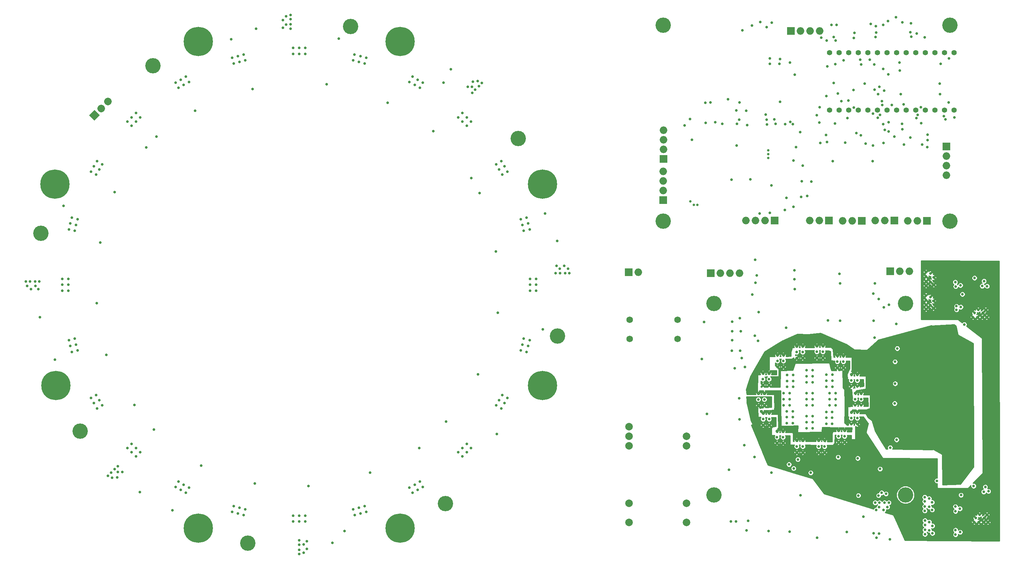
<source format=gbr>
G04 #@! TF.FileFunction,Copper,L3,Inr,Signal*
%FSLAX46Y46*%
G04 Gerber Fmt 4.6, Leading zero omitted, Abs format (unit mm)*
G04 Created by KiCad (PCBNEW 4.0.1-stable) date 2/3/2016 11:10:25 AM*
%MOMM*%
G01*
G04 APERTURE LIST*
%ADD10C,0.100000*%
%ADD11C,4.064000*%
%ADD12C,7.760000*%
%ADD13C,1.397000*%
%ADD14O,1.998980X1.998980*%
%ADD15R,1.998980X1.998980*%
%ADD16C,0.650000*%
%ADD17C,1.750000*%
%ADD18C,2.000000*%
%ADD19C,0.736600*%
%ADD20C,1.998980*%
%ADD21C,0.711200*%
%ADD22C,0.635000*%
%ADD23C,0.254000*%
G04 APERTURE END LIST*
D10*
D11*
X159910000Y-103330000D03*
X77770000Y-158210000D03*
X22890000Y-76070000D03*
X52590000Y-31620000D03*
X130210000Y-147780000D03*
X33320000Y-128510000D03*
D12*
X155930000Y-62970000D03*
X64670000Y-154230000D03*
X118130000Y-154230000D03*
X118130000Y-25170000D03*
X155930000Y-116430000D03*
X64670000Y-25170000D03*
X26670000Y-62970000D03*
D11*
X105030000Y-21190000D03*
X149480000Y-50890000D03*
D13*
X262533800Y-28091300D03*
X259993800Y-28091300D03*
X257453800Y-28091300D03*
X254913800Y-28091300D03*
X252373800Y-28091300D03*
X249833800Y-28091300D03*
X247293800Y-28091300D03*
X244753800Y-28091300D03*
X242213800Y-28091300D03*
X239673800Y-28091300D03*
X237133800Y-28091300D03*
X234593800Y-28091300D03*
X232053800Y-28091300D03*
X232053800Y-43331300D03*
X234593800Y-43331300D03*
X237133800Y-43331300D03*
X239673800Y-43331300D03*
X242213800Y-43331300D03*
X244753800Y-43331300D03*
X247293800Y-43331300D03*
X249833800Y-43331300D03*
X252373800Y-43331300D03*
X254913800Y-43331300D03*
X257453800Y-43331300D03*
X259993800Y-43331300D03*
X262533800Y-43331300D03*
X265073800Y-43331300D03*
X265073800Y-28091300D03*
D14*
X187939080Y-59610160D03*
D15*
X187939080Y-67230160D03*
D14*
X187939080Y-64690160D03*
X187939080Y-62150160D03*
X229366480Y-22328040D03*
D15*
X221746480Y-22328040D03*
D14*
X224286480Y-22328040D03*
X226826480Y-22328040D03*
X226775680Y-72665760D03*
D15*
X231855680Y-72665760D03*
D14*
X229315680Y-72665760D03*
X244111180Y-72665760D03*
D15*
X249191180Y-72665760D03*
D14*
X246651180Y-72665760D03*
X235475180Y-72729260D03*
D15*
X240555180Y-72729260D03*
D14*
X238015180Y-72729260D03*
X252797980Y-72716560D03*
D15*
X257877980Y-72716560D03*
D14*
X255337980Y-72716560D03*
D16*
X215810638Y-55009397D03*
X215810638Y-54009397D03*
X215810638Y-56009397D03*
D11*
X263915680Y-72848760D03*
X187915680Y-72848760D03*
X187915680Y-20848760D03*
X263915680Y-20848760D03*
D14*
X187977180Y-48662759D03*
D15*
X187977180Y-56282759D03*
D14*
X187977180Y-53742759D03*
X187977180Y-51202759D03*
X209821179Y-72665760D03*
D15*
X217441179Y-72665760D03*
D14*
X214901179Y-72665760D03*
X212361179Y-72665760D03*
X181317943Y-86395805D03*
D15*
X178777943Y-86395805D03*
D14*
X208114943Y-86624405D03*
D15*
X200494943Y-86624405D03*
D14*
X203034943Y-86624405D03*
X205574943Y-86624405D03*
D17*
X179001463Y-104038645D03*
X191701463Y-104038645D03*
X191701463Y-98958645D03*
X179001463Y-98958645D03*
D18*
X178838903Y-127315205D03*
X178838903Y-129855205D03*
X178838903Y-132395205D03*
X178838903Y-147635205D03*
X178838903Y-152715205D03*
X194078903Y-152715205D03*
X194078903Y-147635205D03*
X194078903Y-132395205D03*
X194078903Y-129855205D03*
D11*
X201358543Y-145450805D03*
X201358543Y-94650805D03*
X252158543Y-94650805D03*
X252158543Y-145450805D03*
D14*
X253164383Y-86126565D03*
D15*
X248084383Y-86126565D03*
D14*
X250624383Y-86126565D03*
D19*
X259242603Y-149403045D03*
X258417103Y-148615645D03*
X258417103Y-146418545D03*
X259242603Y-147434545D03*
X257274103Y-147180545D03*
X257274103Y-146037545D03*
X257274103Y-148514045D03*
X257274103Y-149657045D03*
X259308643Y-155610805D03*
X258483143Y-154823405D03*
X258483143Y-152626305D03*
X259308643Y-153642305D03*
X257340143Y-153388305D03*
X257340143Y-152245305D03*
X257340143Y-154721805D03*
X257340143Y-155864805D03*
X273761243Y-150695905D03*
X272973843Y-151521405D03*
X270776743Y-151521405D03*
X271792743Y-150695905D03*
X271538743Y-152664405D03*
X270395743Y-152664405D03*
X272872243Y-152664405D03*
X274015243Y-152664405D03*
X244375983Y-149461465D03*
X245163383Y-148635965D03*
X247360483Y-148635965D03*
X246344483Y-149461465D03*
X246598483Y-147492965D03*
X247741483Y-147492965D03*
X245264983Y-147492965D03*
X244121983Y-147492965D03*
X273428503Y-96327205D03*
X272641103Y-97152705D03*
X270444003Y-97152705D03*
X271460003Y-96327205D03*
X271206003Y-98295705D03*
X270063003Y-98295705D03*
X272539503Y-98295705D03*
X273682503Y-98295705D03*
X259585503Y-95910645D03*
X258760003Y-95123245D03*
X258760003Y-92926145D03*
X259585503Y-93942145D03*
X257617003Y-93688145D03*
X257617003Y-92545145D03*
X257617003Y-95021645D03*
X257617003Y-96164645D03*
X259590583Y-89690185D03*
X258765083Y-88902785D03*
X258765083Y-86705685D03*
X259590583Y-87721685D03*
X257622083Y-87467685D03*
X257622083Y-86324685D03*
X257622083Y-88801185D03*
X257622083Y-89944185D03*
X92987500Y-26874500D03*
X92987500Y-28462000D03*
X91400000Y-26874500D03*
X91400000Y-28462000D03*
X89812500Y-26874500D03*
X89812500Y-28462000D03*
X36201346Y-119737935D03*
X37576161Y-118944185D03*
X36995096Y-121112750D03*
X38369911Y-120319000D03*
X37788846Y-122487565D03*
X39163661Y-121693815D03*
X145011154Y-122487565D03*
X143636339Y-121693815D03*
X145804904Y-121112750D03*
X144430089Y-120319000D03*
X146598654Y-119737935D03*
X145223839Y-118944185D03*
X76679752Y-28611753D03*
X77090627Y-30145160D03*
X75146345Y-29022628D03*
X75557220Y-30556035D03*
X73612938Y-29433503D03*
X74023813Y-30966911D03*
X45853751Y-133001185D03*
X46976283Y-131878653D03*
X46976283Y-134123717D03*
X48098815Y-133001185D03*
X48098815Y-135246249D03*
X49221347Y-134123717D03*
X151666497Y-107487062D03*
X150133089Y-107076187D03*
X152077372Y-105953655D03*
X150543965Y-105542780D03*
X152488247Y-104420248D03*
X150954840Y-104009373D03*
X61362065Y-34501346D03*
X62155815Y-35876161D03*
X59987250Y-35295096D03*
X60781000Y-36669911D03*
X58612435Y-36088846D03*
X59406185Y-37463661D03*
X58612435Y-143311154D03*
X59406185Y-141936339D03*
X59987250Y-144104904D03*
X60781000Y-142730089D03*
X61362065Y-144898654D03*
X62155815Y-143523839D03*
X154225500Y-91287500D03*
X152638000Y-91287500D03*
X154225500Y-89700000D03*
X152638000Y-89700000D03*
X154225500Y-88112500D03*
X152638000Y-88112500D03*
X48098815Y-44153751D03*
X49221347Y-45276283D03*
X46976283Y-45276283D03*
X48098815Y-46398815D03*
X45853751Y-46398815D03*
X46976283Y-47521347D03*
X73612938Y-149966497D03*
X74023813Y-148433089D03*
X75146345Y-150377372D03*
X75557220Y-148843965D03*
X76679752Y-150788247D03*
X77090627Y-149254840D03*
X152488247Y-74979752D03*
X150954840Y-75390627D03*
X152077372Y-73446345D03*
X150543965Y-73857220D03*
X151666497Y-71912938D03*
X150133089Y-72323813D03*
X37788846Y-56912435D03*
X39163661Y-57706185D03*
X36995096Y-58287250D03*
X38369911Y-59081000D03*
X36201346Y-59662065D03*
X37576161Y-60455815D03*
X89812500Y-152525500D03*
X89812500Y-150938000D03*
X91400000Y-152525500D03*
X91400000Y-150938000D03*
X92987500Y-152525500D03*
X92987500Y-150938000D03*
X146598654Y-59662065D03*
X145223839Y-60455815D03*
X145804904Y-58287250D03*
X144430089Y-59081000D03*
X145011154Y-56912435D03*
X143636339Y-57706185D03*
X31133503Y-71912938D03*
X32666911Y-72323813D03*
X30722628Y-73446345D03*
X32256035Y-73857220D03*
X30311753Y-74979752D03*
X31845160Y-75390627D03*
X106120248Y-150788247D03*
X105709373Y-149254840D03*
X107653655Y-150377372D03*
X107242780Y-148843965D03*
X109187062Y-149966497D03*
X108776187Y-148433089D03*
X136946249Y-46398815D03*
X135823717Y-47521347D03*
X135823717Y-45276283D03*
X134701185Y-46398815D03*
X134701185Y-44153751D03*
X133578653Y-45276283D03*
X28574500Y-88112500D03*
X30162000Y-88112500D03*
X28574500Y-89700000D03*
X30162000Y-89700000D03*
X28574500Y-91287500D03*
X30162000Y-91287500D03*
X121437935Y-144898654D03*
X120644185Y-143523839D03*
X122812750Y-144104904D03*
X122019000Y-142730089D03*
X124187565Y-143311154D03*
X123393815Y-141936339D03*
X124187565Y-36088846D03*
X123393815Y-37463661D03*
X122812750Y-35295096D03*
X122019000Y-36669911D03*
X121437935Y-34501346D03*
X120644185Y-35876161D03*
X30311753Y-104420248D03*
X31845160Y-104009373D03*
X30722628Y-105953655D03*
X32256035Y-105542780D03*
X31133503Y-107487062D03*
X32666911Y-107076187D03*
X134701185Y-135246249D03*
X133578653Y-134123717D03*
X135823717Y-134123717D03*
X134701185Y-133001185D03*
X136946249Y-133001185D03*
X135823717Y-131878653D03*
X109147062Y-29433503D03*
X108736187Y-30966911D03*
X107613655Y-29022628D03*
X107202780Y-30556035D03*
X106080248Y-28611753D03*
X105669373Y-30145160D03*
X87109940Y-21475600D03*
X87935440Y-20688200D03*
X87935440Y-18491100D03*
X87109940Y-19507100D03*
X89078440Y-19253100D03*
X89078440Y-18110100D03*
X89078440Y-20586600D03*
X89078440Y-21729600D03*
X159680280Y-84627620D03*
X160467680Y-85453120D03*
X162664780Y-85453120D03*
X161648780Y-84627620D03*
X161902780Y-86596120D03*
X163045780Y-86596120D03*
X160569280Y-86596120D03*
X159426280Y-86596120D03*
X22266280Y-90820140D03*
X21478880Y-89994640D03*
X19281780Y-89994640D03*
X20297780Y-90820140D03*
X20043780Y-88851640D03*
X18900780Y-88851640D03*
X21377280Y-88851640D03*
X22520280Y-88851640D03*
X136070728Y-37171350D03*
X137211221Y-37198291D03*
X138764805Y-35644706D03*
X137462668Y-35779410D03*
X139034213Y-36991745D03*
X139842436Y-36183522D03*
X138091286Y-37934672D03*
X137283063Y-38742895D03*
X93393900Y-157772000D03*
X92568400Y-158559400D03*
X92568400Y-160756500D03*
X93393900Y-159740500D03*
X91425400Y-159994500D03*
X91425400Y-161137500D03*
X91425400Y-158661000D03*
X91425400Y-157518000D03*
X44488992Y-139368610D03*
X43348499Y-139341669D03*
X41794915Y-140895254D03*
X43097052Y-140760550D03*
X41525507Y-139548215D03*
X40717284Y-140356438D03*
X42468434Y-138605288D03*
X43276657Y-137797065D03*
X225933043Y-118463305D03*
X227520543Y-118463305D03*
X225933043Y-120050805D03*
X227520543Y-120050805D03*
X225933043Y-121638305D03*
X227520543Y-121638305D03*
X219837043Y-118463305D03*
X221424543Y-118463305D03*
X219837043Y-120050805D03*
X221424543Y-120050805D03*
X219837043Y-121638305D03*
X221424543Y-121638305D03*
X213146683Y-118524265D03*
X214734183Y-118524265D03*
X213146683Y-120111765D03*
X214734183Y-120111765D03*
X213146683Y-121699265D03*
X214734183Y-121699265D03*
X237779603Y-123492505D03*
X239367103Y-123492505D03*
X237779603Y-125080005D03*
X239367103Y-125080005D03*
X237779603Y-126667505D03*
X239367103Y-126667505D03*
X220802243Y-113611905D03*
X222389743Y-113611905D03*
X220802243Y-115199405D03*
X222389743Y-115199405D03*
X220802243Y-116786905D03*
X222389743Y-116786905D03*
X214365883Y-113114065D03*
X215953383Y-113114065D03*
X214365883Y-114701565D03*
X215953383Y-114701565D03*
X214365883Y-116289065D03*
X215953383Y-116289065D03*
X234401403Y-128298185D03*
X235988903Y-128298185D03*
X234401403Y-129885685D03*
X235988903Y-129885685D03*
X234401403Y-131473185D03*
X235988903Y-131473185D03*
X225933043Y-112367305D03*
X227520543Y-112367305D03*
X225933043Y-113954805D03*
X227520543Y-113954805D03*
X225933043Y-115542305D03*
X227520543Y-115542305D03*
X218196203Y-108293145D03*
X219783703Y-108293145D03*
X218196203Y-109880645D03*
X219783703Y-109880645D03*
X218196203Y-111468145D03*
X219783703Y-111468145D03*
X229118203Y-131005825D03*
X230705703Y-131005825D03*
X229118203Y-132593325D03*
X230705703Y-132593325D03*
X229118203Y-134180825D03*
X230705703Y-134180825D03*
X231190843Y-113548405D03*
X232778343Y-113548405D03*
X231190843Y-115135905D03*
X232778343Y-115135905D03*
X231190843Y-116723405D03*
X232778343Y-116723405D03*
X223306683Y-105946185D03*
X224894183Y-105946185D03*
X223306683Y-107533685D03*
X224894183Y-107533685D03*
X223306683Y-109121185D03*
X224894183Y-109121185D03*
X223337163Y-130980425D03*
X224924663Y-130980425D03*
X223337163Y-132567925D03*
X224924663Y-132567925D03*
X223337163Y-134155425D03*
X224924663Y-134155425D03*
X232029043Y-118463305D03*
X233616543Y-118463305D03*
X232029043Y-120050805D03*
X233616543Y-120050805D03*
X232029043Y-121638305D03*
X233616543Y-121638305D03*
X228645763Y-105890305D03*
X230233263Y-105890305D03*
X228645763Y-107477805D03*
X230233263Y-107477805D03*
X228645763Y-109065305D03*
X230233263Y-109065305D03*
X218089523Y-128521705D03*
X219677023Y-128521705D03*
X218089523Y-130109205D03*
X219677023Y-130109205D03*
X218089523Y-131696705D03*
X219677023Y-131696705D03*
X231152743Y-123403605D03*
X232740243Y-123403605D03*
X231152743Y-124991105D03*
X232740243Y-124991105D03*
X231152743Y-126578605D03*
X232740243Y-126578605D03*
X234091523Y-108516665D03*
X235679023Y-108516665D03*
X234091523Y-110104165D03*
X235679023Y-110104165D03*
X234091523Y-111691665D03*
X235679023Y-111691665D03*
X214401443Y-123746505D03*
X215988943Y-123746505D03*
X214401443Y-125334005D03*
X215988943Y-125334005D03*
X214401443Y-126921505D03*
X215988943Y-126921505D03*
X225933043Y-124559305D03*
X227520543Y-124559305D03*
X225933043Y-126146805D03*
X227520543Y-126146805D03*
X225933043Y-127734305D03*
X227520543Y-127734305D03*
X237779603Y-113489985D03*
X239367103Y-113489985D03*
X237779603Y-115077485D03*
X239367103Y-115077485D03*
X237779603Y-116664985D03*
X239367103Y-116664985D03*
X220687943Y-123238505D03*
X222275443Y-123238505D03*
X220687943Y-124826005D03*
X222275443Y-124826005D03*
X220687943Y-126413505D03*
X222275443Y-126413505D03*
X238785443Y-118463305D03*
X240372943Y-118463305D03*
X238785443Y-120050805D03*
X240372943Y-120050805D03*
X238785443Y-121638305D03*
X240372943Y-121638305D03*
D14*
X263016400Y-60656640D03*
D15*
X263016400Y-53036640D03*
D14*
X263016400Y-55576640D03*
X263016400Y-58116640D03*
D12*
X26870000Y-116430000D03*
D20*
X40684091Y-41096829D02*
X40684091Y-41096829D01*
D10*
G36*
X37091989Y-43275439D02*
X38505481Y-44688931D01*
X37091989Y-46102423D01*
X35678497Y-44688931D01*
X37091989Y-43275439D01*
X37091989Y-43275439D01*
G37*
D20*
X38888040Y-42892880D02*
X38888040Y-42892880D01*
D21*
X244350000Y-22750000D03*
X253450000Y-22650000D03*
X246250000Y-20750000D03*
X257956720Y-53153480D03*
X236148280Y-51952060D03*
X251784520Y-52498160D03*
X245274500Y-37171800D03*
X241312100Y-36308200D03*
X241571180Y-52244160D03*
X238627320Y-22886840D03*
X195533680Y-51202760D03*
X193628680Y-47392760D03*
X201700000Y-46600000D03*
X199216680Y-46706960D03*
X207484380Y-46986360D03*
X217707880Y-47024460D03*
X222330680Y-47100660D03*
X224883380Y-58086160D03*
X215472680Y-47138760D03*
X210151380Y-47329260D03*
X222475238Y-56721298D03*
X223173738Y-53165298D03*
X251250000Y-46950000D03*
X251350000Y-48450000D03*
X231393400Y-51776800D03*
X265150000Y-45274400D03*
X257987200Y-51294200D03*
X246359080Y-52040960D03*
X220565380Y-66595160D03*
X216590280Y-63293160D03*
X206074680Y-61845360D03*
X211053080Y-61743760D03*
X224642080Y-62226360D03*
X224476980Y-66341160D03*
X221619480Y-46503760D03*
X209910080Y-43493860D03*
X207344680Y-43392260D03*
X195025680Y-45678260D03*
X207362238Y-52720798D03*
D22*
X195089180Y-67585760D03*
X196958620Y-68474760D03*
X196022630Y-68519210D03*
D21*
X226089880Y-66150660D03*
X227169380Y-62353360D03*
X229798280Y-24106040D03*
X233090120Y-23999360D03*
X238434280Y-24182240D03*
X244240720Y-23999360D03*
X233918160Y-20722760D03*
X244306760Y-21052960D03*
X232516080Y-20727840D03*
X233643840Y-24883280D03*
X231230840Y-24918840D03*
X253745400Y-23841880D03*
X262787800Y-45843360D03*
X256290480Y-46798400D03*
X216196580Y-70646460D03*
X220171680Y-69871760D03*
X213516880Y-70786160D03*
X222483080Y-69033560D03*
X216727440Y-20148720D03*
X213654040Y-19981080D03*
X208904240Y-22160400D03*
X215330440Y-21322200D03*
X211474720Y-20875160D03*
X217352280Y-45843360D03*
X215371080Y-45906860D03*
X263661560Y-29648320D03*
X255437040Y-44603840D03*
X216229600Y-29612760D03*
X218896600Y-29805800D03*
X221522960Y-30755760D03*
X222782800Y-33920600D03*
X233105360Y-36165960D03*
X234248360Y-38985360D03*
X235203400Y-41007200D03*
X251662600Y-41845400D03*
X250936160Y-39137760D03*
X250672000Y-32813160D03*
X243854640Y-31238360D03*
X240445960Y-31212960D03*
X233516840Y-31126600D03*
X231423880Y-31715880D03*
X218739120Y-31045320D03*
X216168640Y-31045320D03*
X203600000Y-47000000D03*
X208043180Y-45868760D03*
X208157480Y-41284060D03*
X200473980Y-41334860D03*
X218888980Y-41144360D03*
X220260580Y-47113360D03*
X199127780Y-41372960D03*
X205084080Y-40496660D03*
X224235680Y-49170760D03*
X215078980Y-44522560D03*
X244918900Y-39102200D03*
X261301900Y-39076800D03*
X261238400Y-36282800D03*
X247659560Y-46554560D03*
X246272720Y-47067640D03*
X245419280Y-44598760D03*
X249666160Y-18726320D03*
X242950000Y-20450000D03*
X236991560Y-40778600D03*
X238429200Y-42632800D03*
X229371560Y-42607400D03*
X229346160Y-46656160D03*
X257240440Y-24060320D03*
X255172880Y-23054480D03*
X256249840Y-42551520D03*
X246663880Y-48596720D03*
X242706560Y-29993760D03*
X240115760Y-29958200D03*
X235772360Y-30110600D03*
X231215600Y-39625440D03*
X246293040Y-32391520D03*
X247593520Y-33834240D03*
X246536880Y-38182720D03*
X245947600Y-40946240D03*
X247654480Y-49053920D03*
X239130240Y-49455240D03*
X243664783Y-92054925D03*
X246458783Y-95712525D03*
X243954343Y-103693205D03*
X209562743Y-111465605D03*
X209974223Y-154879285D03*
X228688943Y-156763965D03*
X208043823Y-119806965D03*
X205859423Y-152486605D03*
X207200543Y-152517085D03*
X212117983Y-135361925D03*
X265684043Y-95377265D03*
X215889883Y-155026605D03*
X244475043Y-156791905D03*
X243751143Y-155598105D03*
X245186243Y-155687005D03*
X272973843Y-88719905D03*
X273812043Y-90066105D03*
X272516643Y-90015305D03*
X265353843Y-88999305D03*
X265468143Y-90129605D03*
X266738143Y-89824805D03*
X266814343Y-95590605D03*
X265684043Y-96314505D03*
X273329443Y-143355305D03*
X272897643Y-144625305D03*
X274167643Y-144472905D03*
X266661943Y-155306005D03*
X265430043Y-155991805D03*
X265430043Y-154772605D03*
X266598443Y-149083005D03*
X265391943Y-148524205D03*
X265430043Y-149794205D03*
X213271143Y-96924105D03*
X212280543Y-83093805D03*
X208229243Y-98562405D03*
X208330843Y-107160305D03*
X209425583Y-132252965D03*
X216588383Y-139558005D03*
X210416183Y-152293565D03*
X205341263Y-138785845D03*
X206171843Y-99489505D03*
X206197243Y-102029505D03*
X206248043Y-104429805D03*
X206133743Y-107147605D03*
X221282303Y-137343125D03*
X222506583Y-138399765D03*
X223629263Y-136032485D03*
X227037943Y-139552925D03*
X234302343Y-135417805D03*
X239499183Y-135722605D03*
X249755703Y-100101645D03*
X249979223Y-106583725D03*
X249395023Y-110109245D03*
X249425503Y-115900445D03*
X249303583Y-121173485D03*
X249811583Y-130795005D03*
X248104703Y-132903205D03*
X245422463Y-138547085D03*
X260489743Y-141691605D03*
X240982543Y-151231845D03*
X265960903Y-110383565D03*
X265960903Y-115915685D03*
X265940583Y-121483365D03*
X266042183Y-127340605D03*
X265976143Y-132893045D03*
X265833903Y-137912085D03*
X265529103Y-105135925D03*
X265793263Y-107655605D03*
X265833903Y-113202965D03*
X265762783Y-118765565D03*
X265737383Y-124465325D03*
X265737383Y-130053325D03*
X265986303Y-135753085D03*
X265864383Y-139735805D03*
X245033843Y-93507805D03*
X231609943Y-99108505D03*
X220497443Y-101064305D03*
X208749943Y-109141505D03*
X245021143Y-145603205D03*
X245844103Y-144856445D03*
X257309663Y-97891845D03*
X260769143Y-91038925D03*
X260093083Y-85486905D03*
X247799903Y-94986085D03*
X261495583Y-98049325D03*
X269979183Y-100950005D03*
X274855983Y-95270565D03*
X268923323Y-98024705D03*
X269247243Y-95824705D03*
X275963423Y-148839165D03*
X275770383Y-152110685D03*
X198737263Y-99542845D03*
X211582043Y-92326705D03*
X208508643Y-102042205D03*
X222796143Y-90828105D03*
X234810343Y-99210105D03*
X212394843Y-89151705D03*
X212229743Y-103172505D03*
X222732643Y-88224605D03*
X234696043Y-86776805D03*
X212737743Y-87221305D03*
X213093343Y-104569505D03*
X222732643Y-85824305D03*
X234810343Y-89291405D03*
X246989643Y-145146005D03*
X248018343Y-157261805D03*
X224299823Y-145557485D03*
X221424543Y-155199325D03*
X199489103Y-123962405D03*
X208150503Y-125384805D03*
X239666823Y-145587965D03*
X236623903Y-155311085D03*
X198178463Y-109377725D03*
X206895743Y-111861845D03*
X243713043Y-99260905D03*
X266890543Y-145476205D03*
X267766843Y-100213405D03*
X267258843Y-92212405D03*
X270459243Y-87881705D03*
X270230643Y-143075905D03*
X244030543Y-89329505D03*
X131587880Y-32473800D03*
X49188511Y-144673991D03*
X100239200Y-158170780D03*
X159771720Y-78092200D03*
X79949680Y-21724520D03*
X22632040Y-98325840D03*
X42489760Y-65117880D03*
X38674680Y-78488440D03*
X37760280Y-94571720D03*
X40285040Y-108257240D03*
X47696760Y-121546520D03*
X52858040Y-128104800D03*
X65405640Y-137670440D03*
X79609320Y-142369440D03*
X93873960Y-143055240D03*
X110156240Y-139554240D03*
X123260000Y-132971440D03*
X130343280Y-125964762D03*
X138801480Y-113413440D03*
X144044040Y-97130682D03*
X143591920Y-80817320D03*
X139263760Y-65387120D03*
X137059040Y-61360920D03*
X126995560Y-48904760D03*
X114828960Y-41419680D03*
X98705040Y-36529880D03*
X79014960Y-37746840D03*
X63764800Y-43497400D03*
X50818120Y-53245920D03*
X53594640Y-50360480D03*
X28880440Y-68739920D03*
X26614760Y-109578040D03*
X57816120Y-149517000D03*
X103414200Y-155033880D03*
X143800200Y-129273200D03*
X156017600Y-101551640D03*
X156551000Y-70822720D03*
X129672720Y-36075520D03*
X101920680Y-24401680D03*
X73330440Y-24584560D03*
X247550000Y-19750000D03*
X251350000Y-20050000D03*
X253650000Y-20350000D03*
X250550000Y-30750000D03*
X236788360Y-45487760D03*
X244779200Y-45411560D03*
X255050960Y-45497920D03*
X261512720Y-31091040D03*
X243953700Y-37971900D03*
X238378400Y-37984600D03*
X263613300Y-41337400D03*
X229605240Y-52081600D03*
X228634960Y-44710520D03*
X245988240Y-41962240D03*
X248568880Y-42023200D03*
X243554920Y-44299040D03*
X249239440Y-50374720D03*
X243524440Y-52787720D03*
X243463480Y-56902520D03*
X232881840Y-56917760D03*
X240364680Y-50044520D03*
X253445680Y-50654120D03*
X262325520Y-44928960D03*
X233486360Y-46910160D03*
X256595280Y-52467680D03*
X257997360Y-49866720D03*
X231134320Y-49968320D03*
D23*
G36*
X276994758Y-83418524D02*
X277050448Y-157622873D01*
X275516638Y-157627564D01*
X252041988Y-157470628D01*
X249702618Y-152393696D01*
X256590713Y-152393696D01*
X256704547Y-152669195D01*
X256851972Y-152816878D01*
X256705287Y-152963306D01*
X256590973Y-153238606D01*
X256590713Y-153536696D01*
X256704547Y-153812195D01*
X256915144Y-154023161D01*
X256991803Y-154054992D01*
X256916253Y-154086209D01*
X256705287Y-154296806D01*
X256590973Y-154572106D01*
X256590713Y-154870196D01*
X256704547Y-155145695D01*
X256851972Y-155293378D01*
X256705287Y-155439806D01*
X256590973Y-155715106D01*
X256590713Y-156013196D01*
X256704547Y-156288695D01*
X256915144Y-156499661D01*
X257190444Y-156613975D01*
X257488534Y-156614235D01*
X257764033Y-156500401D01*
X257974999Y-156289804D01*
X258089313Y-156014504D01*
X258089573Y-155716414D01*
X257975739Y-155440915D01*
X257828314Y-155293232D01*
X257860916Y-155260687D01*
X258058144Y-155458261D01*
X258333444Y-155572575D01*
X258559376Y-155572772D01*
X258559213Y-155759196D01*
X258673047Y-156034695D01*
X258883644Y-156245661D01*
X259158944Y-156359975D01*
X259457034Y-156360235D01*
X259732533Y-156246401D01*
X259943499Y-156035804D01*
X260057813Y-155760504D01*
X260058073Y-155462414D01*
X259944239Y-155186915D01*
X259733642Y-154975949D01*
X259595244Y-154918481D01*
X264693315Y-154918481D01*
X264805220Y-155189310D01*
X264997933Y-155382360D01*
X264805948Y-155574010D01*
X264693571Y-155844643D01*
X264693315Y-156137681D01*
X264805220Y-156408510D01*
X265012248Y-156615900D01*
X265282881Y-156728277D01*
X265575919Y-156728533D01*
X265846748Y-156616628D01*
X266054138Y-156409600D01*
X266166515Y-156138967D01*
X266166765Y-155852582D01*
X266244148Y-155930100D01*
X266514781Y-156042477D01*
X266807819Y-156042733D01*
X267078648Y-155930828D01*
X267286038Y-155723800D01*
X267398415Y-155453167D01*
X267398671Y-155160129D01*
X267286766Y-154889300D01*
X267079738Y-154681910D01*
X266809105Y-154569533D01*
X266516067Y-154569277D01*
X266245238Y-154681182D01*
X266166655Y-154759628D01*
X266166771Y-154626729D01*
X266054866Y-154355900D01*
X265847838Y-154148510D01*
X265577205Y-154036133D01*
X265284167Y-154035877D01*
X265013338Y-154147782D01*
X264805948Y-154354810D01*
X264693571Y-154625443D01*
X264693315Y-154918481D01*
X259595244Y-154918481D01*
X259458342Y-154861635D01*
X259232410Y-154861438D01*
X259232573Y-154675014D01*
X259118739Y-154399515D01*
X259076567Y-154357269D01*
X259158944Y-154391475D01*
X259457034Y-154391735D01*
X259732533Y-154277901D01*
X259943499Y-154067304D01*
X260057813Y-153792004D01*
X260058073Y-153493914D01*
X259944261Y-153218466D01*
X270021288Y-153218466D01*
X270055680Y-153348527D01*
X270343368Y-153426587D01*
X270639029Y-153388612D01*
X270735806Y-153348527D01*
X270770198Y-153218466D01*
X271164288Y-153218466D01*
X271198680Y-153348527D01*
X271486368Y-153426587D01*
X271782029Y-153388612D01*
X271878806Y-153348527D01*
X271913198Y-153218466D01*
X272497788Y-153218466D01*
X272532180Y-153348527D01*
X272819868Y-153426587D01*
X273115529Y-153388612D01*
X273212306Y-153348527D01*
X273246698Y-153218466D01*
X273640788Y-153218466D01*
X273675180Y-153348527D01*
X273962868Y-153426587D01*
X274258529Y-153388612D01*
X274355306Y-153348527D01*
X274389698Y-153218466D01*
X274015243Y-152844010D01*
X273640788Y-153218466D01*
X273246698Y-153218466D01*
X272872243Y-152844010D01*
X272497788Y-153218466D01*
X271913198Y-153218466D01*
X271538743Y-152844010D01*
X271164288Y-153218466D01*
X270770198Y-153218466D01*
X270395743Y-152844010D01*
X270021288Y-153218466D01*
X259944261Y-153218466D01*
X259944239Y-153218415D01*
X259733642Y-153007449D01*
X259458342Y-152893135D01*
X259183776Y-152892896D01*
X259232313Y-152776004D01*
X259232456Y-152612030D01*
X269633561Y-152612030D01*
X269671536Y-152907691D01*
X269711621Y-153004468D01*
X269841682Y-153038860D01*
X270216138Y-152664405D01*
X269841682Y-152289950D01*
X269711621Y-152324342D01*
X269633561Y-152612030D01*
X259232456Y-152612030D01*
X259232573Y-152477914D01*
X259118739Y-152202415D01*
X258908142Y-151991449D01*
X258632842Y-151877135D01*
X258334752Y-151876875D01*
X258059253Y-151990709D01*
X258049651Y-152000295D01*
X257975739Y-151821415D01*
X257765142Y-151610449D01*
X257489842Y-151496135D01*
X257191752Y-151495875D01*
X256916253Y-151609709D01*
X256705287Y-151820306D01*
X256590973Y-152095606D01*
X256590713Y-152393696D01*
X249702618Y-152393696D01*
X249276546Y-151469030D01*
X270014561Y-151469030D01*
X270052536Y-151764691D01*
X270092621Y-151861468D01*
X270222680Y-151895860D01*
X270182157Y-151936383D01*
X270152457Y-151940198D01*
X270055680Y-151980283D01*
X270021288Y-152110344D01*
X270395743Y-152484800D01*
X270409886Y-152470658D01*
X270589491Y-152650263D01*
X270575348Y-152664405D01*
X270813932Y-152902988D01*
X270814536Y-152907691D01*
X270854621Y-153004468D01*
X270937266Y-153026322D01*
X270949804Y-153038860D01*
X270967243Y-153034249D01*
X270984682Y-153038860D01*
X270997220Y-153026322D01*
X271079865Y-153004468D01*
X271102502Y-152921040D01*
X271359138Y-152664405D01*
X271718348Y-152664405D01*
X272092804Y-153038860D01*
X272205493Y-153009062D01*
X272318182Y-153038860D01*
X272692638Y-152664405D01*
X273051848Y-152664405D01*
X273290432Y-152902988D01*
X273291036Y-152907691D01*
X273331121Y-153004468D01*
X273413766Y-153026322D01*
X273426304Y-153038860D01*
X273443743Y-153034249D01*
X273461182Y-153038860D01*
X273473720Y-153026322D01*
X273556365Y-153004468D01*
X273579002Y-152921040D01*
X273835638Y-152664405D01*
X274194848Y-152664405D01*
X274569304Y-153038860D01*
X274699365Y-153004468D01*
X274777425Y-152716780D01*
X274739450Y-152421119D01*
X274699365Y-152324342D01*
X274569304Y-152289950D01*
X274194848Y-152664405D01*
X273835638Y-152664405D01*
X273597054Y-152425822D01*
X273596450Y-152421119D01*
X273556365Y-152324342D01*
X273473720Y-152302488D01*
X273461182Y-152289950D01*
X273443743Y-152294561D01*
X273426304Y-152289950D01*
X273413766Y-152302488D01*
X273331121Y-152324342D01*
X273308484Y-152407770D01*
X273051848Y-152664405D01*
X272692638Y-152664405D01*
X272318182Y-152289950D01*
X272205493Y-152319748D01*
X272092804Y-152289950D01*
X271718348Y-152664405D01*
X271359138Y-152664405D01*
X271344995Y-152650263D01*
X271524601Y-152470657D01*
X271538743Y-152484800D01*
X271913198Y-152110344D01*
X272497788Y-152110344D01*
X272872243Y-152484800D01*
X273095854Y-152261189D01*
X273217129Y-152245612D01*
X273313906Y-152205527D01*
X273339075Y-152110344D01*
X273640788Y-152110344D01*
X274015243Y-152484800D01*
X274389698Y-152110344D01*
X274355306Y-151980283D01*
X274067618Y-151902223D01*
X273771957Y-151940198D01*
X273675180Y-151980283D01*
X273640788Y-152110344D01*
X273339075Y-152110344D01*
X273348298Y-152075466D01*
X272973843Y-151701010D01*
X272750232Y-151924621D01*
X272628957Y-151940198D01*
X272532180Y-151980283D01*
X272497788Y-152110344D01*
X271913198Y-152110344D01*
X271878806Y-151980283D01*
X271591118Y-151902223D01*
X271366074Y-151931128D01*
X271330806Y-151895860D01*
X271460865Y-151861468D01*
X271538925Y-151573780D01*
X271516255Y-151397277D01*
X271740368Y-151458087D01*
X272036029Y-151420112D01*
X272132806Y-151380027D01*
X272167198Y-151249968D01*
X272241395Y-151324165D01*
X272254533Y-151311027D01*
X272211661Y-151469030D01*
X272249636Y-151764691D01*
X272289721Y-151861468D01*
X272419782Y-151895860D01*
X272794238Y-151521405D01*
X273153448Y-151521405D01*
X273527904Y-151895860D01*
X273657965Y-151861468D01*
X273736025Y-151573780D01*
X273720966Y-151456533D01*
X274004529Y-151420112D01*
X274101306Y-151380027D01*
X274135698Y-151249966D01*
X273761243Y-150875510D01*
X273386788Y-151249966D01*
X273394756Y-151280098D01*
X273153448Y-151521405D01*
X272794238Y-151521405D01*
X272780095Y-151507263D01*
X272959701Y-151327657D01*
X272973843Y-151341800D01*
X273348298Y-150967344D01*
X273340330Y-150937212D01*
X273581638Y-150695905D01*
X273940848Y-150695905D01*
X274315304Y-151070360D01*
X274445365Y-151035968D01*
X274523425Y-150748280D01*
X274485450Y-150452619D01*
X274445365Y-150355842D01*
X274315304Y-150321450D01*
X273940848Y-150695905D01*
X273581638Y-150695905D01*
X273207182Y-150321450D01*
X273077121Y-150355842D01*
X272999061Y-150643530D01*
X273014120Y-150760777D01*
X272730557Y-150797198D01*
X272633780Y-150837283D01*
X272599388Y-150967342D01*
X272525191Y-150893145D01*
X272512053Y-150906283D01*
X272554925Y-150748280D01*
X272516950Y-150452619D01*
X272476865Y-150355842D01*
X272346804Y-150321450D01*
X271972348Y-150695905D01*
X271986491Y-150710047D01*
X271806885Y-150889653D01*
X271792743Y-150875510D01*
X271778601Y-150889653D01*
X271598995Y-150710047D01*
X271613138Y-150695905D01*
X271238682Y-150321450D01*
X271108621Y-150355842D01*
X271030561Y-150643530D01*
X271053231Y-150820033D01*
X270829118Y-150759223D01*
X270533457Y-150797198D01*
X270436680Y-150837283D01*
X270402288Y-150967344D01*
X270776743Y-151341800D01*
X270790885Y-151327657D01*
X270970491Y-151507263D01*
X270956348Y-151521405D01*
X270970491Y-151535547D01*
X270790885Y-151715153D01*
X270776743Y-151701010D01*
X270762601Y-151715153D01*
X270582995Y-151535547D01*
X270597138Y-151521405D01*
X270222682Y-151146950D01*
X270092621Y-151181342D01*
X270014561Y-151469030D01*
X249276546Y-151469030D01*
X248971887Y-150807856D01*
X248942122Y-150767168D01*
X248893630Y-150739541D01*
X246773306Y-150092136D01*
X246979339Y-149886464D01*
X247093653Y-149611164D01*
X247093892Y-149336598D01*
X247210784Y-149385135D01*
X247508874Y-149385395D01*
X247784373Y-149271561D01*
X247995339Y-149060964D01*
X248109653Y-148785664D01*
X248109913Y-148487574D01*
X247996079Y-148212075D01*
X247986493Y-148202473D01*
X248165373Y-148128561D01*
X248376339Y-147917964D01*
X248490653Y-147642664D01*
X248490913Y-147344574D01*
X248377079Y-147069075D01*
X248166482Y-146858109D01*
X247891182Y-146743795D01*
X247593092Y-146743535D01*
X247317593Y-146857369D01*
X247169910Y-147004794D01*
X247023482Y-146858109D01*
X246748182Y-146743795D01*
X246450092Y-146743535D01*
X246174593Y-146857369D01*
X245963627Y-147067966D01*
X245931796Y-147144625D01*
X245900579Y-147069075D01*
X245689982Y-146858109D01*
X245414682Y-146743795D01*
X245116592Y-146743535D01*
X244841093Y-146857369D01*
X244693410Y-147004794D01*
X244546982Y-146858109D01*
X244271682Y-146743795D01*
X243973592Y-146743535D01*
X243698093Y-146857369D01*
X243487127Y-147067966D01*
X243372813Y-147343266D01*
X243372553Y-147641356D01*
X243486387Y-147916855D01*
X243696984Y-148127821D01*
X243972284Y-148242135D01*
X244270374Y-148242395D01*
X244545873Y-148128561D01*
X244693556Y-147981136D01*
X244726101Y-148013738D01*
X244528527Y-148210966D01*
X244414213Y-148486266D01*
X244414016Y-148712198D01*
X244227592Y-148712035D01*
X243952093Y-148825869D01*
X243741127Y-149036466D01*
X243693277Y-149151702D01*
X232499398Y-145733841D01*
X238930095Y-145733841D01*
X239042000Y-146004670D01*
X239249028Y-146212060D01*
X239519661Y-146324437D01*
X239812699Y-146324693D01*
X240083528Y-146212788D01*
X240290918Y-146005760D01*
X240397500Y-145749081D01*
X244284415Y-145749081D01*
X244396320Y-146019910D01*
X244603348Y-146227300D01*
X244873981Y-146339677D01*
X245167019Y-146339933D01*
X245437848Y-146228028D01*
X245645238Y-146021000D01*
X245683574Y-145928675D01*
X249745126Y-145928675D01*
X250111709Y-146815874D01*
X250789904Y-147495254D01*
X251676462Y-147863385D01*
X252636413Y-147864222D01*
X253523612Y-147497639D01*
X254202992Y-146819444D01*
X254466047Y-146185936D01*
X256524673Y-146185936D01*
X256638507Y-146461435D01*
X256785932Y-146609118D01*
X256639247Y-146755546D01*
X256524933Y-147030846D01*
X256524673Y-147328936D01*
X256638507Y-147604435D01*
X256849104Y-147815401D01*
X256925763Y-147847232D01*
X256850213Y-147878449D01*
X256639247Y-148089046D01*
X256524933Y-148364346D01*
X256524673Y-148662436D01*
X256638507Y-148937935D01*
X256785932Y-149085618D01*
X256639247Y-149232046D01*
X256524933Y-149507346D01*
X256524673Y-149805436D01*
X256638507Y-150080935D01*
X256849104Y-150291901D01*
X257124404Y-150406215D01*
X257422494Y-150406475D01*
X257697993Y-150292641D01*
X257908959Y-150082044D01*
X258023273Y-149806744D01*
X258023533Y-149508654D01*
X257909699Y-149233155D01*
X257762274Y-149085472D01*
X257794876Y-149052927D01*
X257992104Y-149250501D01*
X258267404Y-149364815D01*
X258493336Y-149365012D01*
X258493173Y-149551436D01*
X258607007Y-149826935D01*
X258817604Y-150037901D01*
X259092904Y-150152215D01*
X259390994Y-150152475D01*
X259666493Y-150038641D01*
X259877459Y-149828044D01*
X259991773Y-149552744D01*
X259992033Y-149254654D01*
X259878199Y-148979155D01*
X259667602Y-148768189D01*
X259431331Y-148670081D01*
X264655215Y-148670081D01*
X264767120Y-148940910D01*
X264974148Y-149148300D01*
X265019143Y-149166984D01*
X265013338Y-149169382D01*
X264805948Y-149376410D01*
X264693571Y-149647043D01*
X264693315Y-149940081D01*
X264805220Y-150210910D01*
X265012248Y-150418300D01*
X265282881Y-150530677D01*
X265575919Y-150530933D01*
X265846748Y-150419028D01*
X266054138Y-150212000D01*
X266083269Y-150141844D01*
X271418288Y-150141844D01*
X271792743Y-150516300D01*
X272167198Y-150141844D01*
X273386788Y-150141844D01*
X273761243Y-150516300D01*
X274135698Y-150141844D01*
X274101306Y-150011783D01*
X273813618Y-149933723D01*
X273517957Y-149971698D01*
X273421180Y-150011783D01*
X273386788Y-150141844D01*
X272167198Y-150141844D01*
X272132806Y-150011783D01*
X271845118Y-149933723D01*
X271549457Y-149971698D01*
X271452680Y-150011783D01*
X271418288Y-150141844D01*
X266083269Y-150141844D01*
X266166515Y-149941367D01*
X266166732Y-149693160D01*
X266180648Y-149707100D01*
X266451281Y-149819477D01*
X266744319Y-149819733D01*
X267015148Y-149707828D01*
X267222538Y-149500800D01*
X267334915Y-149230167D01*
X267335171Y-148937129D01*
X267223266Y-148666300D01*
X267016238Y-148458910D01*
X266745605Y-148346533D01*
X266452567Y-148346277D01*
X266181738Y-148458182D01*
X266128555Y-148511272D01*
X266128671Y-148378329D01*
X266016766Y-148107500D01*
X265809738Y-147900110D01*
X265539105Y-147787733D01*
X265246067Y-147787477D01*
X264975238Y-147899382D01*
X264767848Y-148106410D01*
X264655471Y-148377043D01*
X264655215Y-148670081D01*
X259431331Y-148670081D01*
X259392302Y-148653875D01*
X259166370Y-148653678D01*
X259166533Y-148467254D01*
X259052699Y-148191755D01*
X259010527Y-148149509D01*
X259092904Y-148183715D01*
X259390994Y-148183975D01*
X259666493Y-148070141D01*
X259877459Y-147859544D01*
X259991773Y-147584244D01*
X259992033Y-147286154D01*
X259878199Y-147010655D01*
X259667602Y-146799689D01*
X259392302Y-146685375D01*
X259117736Y-146685136D01*
X259166273Y-146568244D01*
X259166533Y-146270154D01*
X259052699Y-145994655D01*
X258842102Y-145783689D01*
X258566802Y-145669375D01*
X258268712Y-145669115D01*
X257993213Y-145782949D01*
X257983611Y-145792535D01*
X257913181Y-145622081D01*
X266153815Y-145622081D01*
X266265720Y-145892910D01*
X266472748Y-146100300D01*
X266743381Y-146212677D01*
X267036419Y-146212933D01*
X267307248Y-146101028D01*
X267514638Y-145894000D01*
X267627015Y-145623367D01*
X267627271Y-145330329D01*
X267515366Y-145059500D01*
X267308338Y-144852110D01*
X267113440Y-144771181D01*
X272160915Y-144771181D01*
X272272820Y-145042010D01*
X272479848Y-145249400D01*
X272750481Y-145361777D01*
X273043519Y-145362033D01*
X273314348Y-145250128D01*
X273521738Y-145043100D01*
X273572943Y-144919785D01*
X273749848Y-145097000D01*
X274020481Y-145209377D01*
X274313519Y-145209633D01*
X274584348Y-145097728D01*
X274791738Y-144890700D01*
X274904115Y-144620067D01*
X274904371Y-144327029D01*
X274792466Y-144056200D01*
X274585438Y-143848810D01*
X274314805Y-143736433D01*
X274021767Y-143736177D01*
X273957914Y-143762561D01*
X274065915Y-143502467D01*
X274066171Y-143209429D01*
X273954266Y-142938600D01*
X273747238Y-142731210D01*
X273476605Y-142618833D01*
X273183567Y-142618577D01*
X272912738Y-142730482D01*
X272705348Y-142937510D01*
X272592971Y-143208143D01*
X272592715Y-143501181D01*
X272704620Y-143772010D01*
X272821044Y-143888638D01*
X272751767Y-143888577D01*
X272480938Y-144000482D01*
X272273548Y-144207510D01*
X272161171Y-144478143D01*
X272160915Y-144771181D01*
X267113440Y-144771181D01*
X267037705Y-144739733D01*
X266744667Y-144739477D01*
X266473838Y-144851382D01*
X266266448Y-145058410D01*
X266154071Y-145329043D01*
X266153815Y-145622081D01*
X257913181Y-145622081D01*
X257909699Y-145613655D01*
X257699102Y-145402689D01*
X257423802Y-145288375D01*
X257125712Y-145288115D01*
X256850213Y-145401949D01*
X256639247Y-145612546D01*
X256524933Y-145887846D01*
X256524673Y-146185936D01*
X254466047Y-146185936D01*
X254571123Y-145932886D01*
X254571960Y-144972935D01*
X254205377Y-144085736D01*
X253527182Y-143406356D01*
X252640624Y-143038225D01*
X251680673Y-143037388D01*
X250793474Y-143403971D01*
X250114094Y-144082166D01*
X249745963Y-144968724D01*
X249745126Y-145928675D01*
X245683574Y-145928675D01*
X245757615Y-145750367D01*
X245757753Y-145592970D01*
X245989979Y-145593173D01*
X246260808Y-145481268D01*
X246310622Y-145431541D01*
X246364820Y-145562710D01*
X246571848Y-145770100D01*
X246842481Y-145882477D01*
X247135519Y-145882733D01*
X247406348Y-145770828D01*
X247613738Y-145563800D01*
X247726115Y-145293167D01*
X247726371Y-145000129D01*
X247614466Y-144729300D01*
X247407438Y-144521910D01*
X247136805Y-144409533D01*
X246843767Y-144409277D01*
X246572938Y-144521182D01*
X246523124Y-144570909D01*
X246468926Y-144439740D01*
X246261898Y-144232350D01*
X245991265Y-144119973D01*
X245698227Y-144119717D01*
X245427398Y-144231622D01*
X245220008Y-144438650D01*
X245107631Y-144709283D01*
X245107493Y-144866680D01*
X244875267Y-144866477D01*
X244604438Y-144978382D01*
X244397048Y-145185410D01*
X244284671Y-145456043D01*
X244284415Y-145749081D01*
X240397500Y-145749081D01*
X240403295Y-145735127D01*
X240403551Y-145442089D01*
X240291646Y-145171260D01*
X240084618Y-144963870D01*
X239813985Y-144851493D01*
X239520947Y-144851237D01*
X239250118Y-144963142D01*
X239042728Y-145170170D01*
X238930351Y-145440803D01*
X238930095Y-145733841D01*
X232499398Y-145733841D01*
X230548606Y-145138200D01*
X227500056Y-141091943D01*
X227462332Y-141058501D01*
X227434996Y-141046685D01*
X222925889Y-139698801D01*
X226301215Y-139698801D01*
X226413120Y-139969630D01*
X226620148Y-140177020D01*
X226890781Y-140289397D01*
X227183819Y-140289653D01*
X227454648Y-140177748D01*
X227662038Y-139970720D01*
X227774415Y-139700087D01*
X227774671Y-139407049D01*
X227662766Y-139136220D01*
X227455738Y-138928830D01*
X227185105Y-138816453D01*
X226892067Y-138816197D01*
X226621238Y-138928102D01*
X226413848Y-139135130D01*
X226301471Y-139405763D01*
X226301215Y-139698801D01*
X222925889Y-139698801D01*
X219068195Y-138545641D01*
X221769855Y-138545641D01*
X221881760Y-138816470D01*
X222088788Y-139023860D01*
X222359421Y-139136237D01*
X222652459Y-139136493D01*
X222923288Y-139024588D01*
X223130678Y-138817560D01*
X223182416Y-138692961D01*
X244685735Y-138692961D01*
X244797640Y-138963790D01*
X245004668Y-139171180D01*
X245275301Y-139283557D01*
X245568339Y-139283813D01*
X245839168Y-139171908D01*
X246046558Y-138964880D01*
X246158935Y-138694247D01*
X246159191Y-138401209D01*
X246047286Y-138130380D01*
X245840258Y-137922990D01*
X245569625Y-137810613D01*
X245276587Y-137810357D01*
X245005758Y-137922262D01*
X244798368Y-138129290D01*
X244685991Y-138399923D01*
X244685735Y-138692961D01*
X223182416Y-138692961D01*
X223243055Y-138546927D01*
X223243311Y-138253889D01*
X223131406Y-137983060D01*
X222924378Y-137775670D01*
X222653745Y-137663293D01*
X222360707Y-137663037D01*
X222089878Y-137774942D01*
X221882488Y-137981970D01*
X221770111Y-138252603D01*
X221769855Y-138545641D01*
X219068195Y-138545641D01*
X215681791Y-137533361D01*
X215663376Y-137489001D01*
X220545575Y-137489001D01*
X220657480Y-137759830D01*
X220864508Y-137967220D01*
X221135141Y-138079597D01*
X221428179Y-138079853D01*
X221699008Y-137967948D01*
X221906398Y-137760920D01*
X222018775Y-137490287D01*
X222019031Y-137197249D01*
X221907126Y-136926420D01*
X221700098Y-136719030D01*
X221429465Y-136606653D01*
X221136427Y-136606397D01*
X220865598Y-136718302D01*
X220658208Y-136925330D01*
X220545831Y-137195963D01*
X220545575Y-137489001D01*
X215663376Y-137489001D01*
X215119291Y-136178361D01*
X222892535Y-136178361D01*
X223004440Y-136449190D01*
X223211468Y-136656580D01*
X223482101Y-136768957D01*
X223775139Y-136769213D01*
X224045968Y-136657308D01*
X224253358Y-136450280D01*
X224365735Y-136179647D01*
X224365991Y-135886609D01*
X224254086Y-135615780D01*
X224202078Y-135563681D01*
X233565615Y-135563681D01*
X233677520Y-135834510D01*
X233884548Y-136041900D01*
X234155181Y-136154277D01*
X234448219Y-136154533D01*
X234719048Y-136042628D01*
X234893499Y-135868481D01*
X238762455Y-135868481D01*
X238874360Y-136139310D01*
X239081388Y-136346700D01*
X239352021Y-136459077D01*
X239645059Y-136459333D01*
X239915888Y-136347428D01*
X240123278Y-136140400D01*
X240235655Y-135869767D01*
X240235911Y-135576729D01*
X240124006Y-135305900D01*
X239916978Y-135098510D01*
X239646345Y-134986133D01*
X239353307Y-134985877D01*
X239082478Y-135097782D01*
X238875088Y-135304810D01*
X238762711Y-135575443D01*
X238762455Y-135868481D01*
X234893499Y-135868481D01*
X234926438Y-135835600D01*
X235038815Y-135564967D01*
X235039071Y-135271929D01*
X234927166Y-135001100D01*
X234720138Y-134793710D01*
X234449505Y-134681333D01*
X234156467Y-134681077D01*
X233885638Y-134792982D01*
X233678248Y-135000010D01*
X233565871Y-135270643D01*
X233565615Y-135563681D01*
X224202078Y-135563681D01*
X224047058Y-135408390D01*
X223776425Y-135296013D01*
X223483387Y-135295757D01*
X223212558Y-135407662D01*
X223005168Y-135614690D01*
X222892791Y-135885323D01*
X222892535Y-136178361D01*
X215119291Y-136178361D01*
X214509517Y-134709486D01*
X222962708Y-134709486D01*
X222997100Y-134839547D01*
X223284788Y-134917607D01*
X223580449Y-134879632D01*
X223677226Y-134839547D01*
X223711618Y-134709486D01*
X224550208Y-134709486D01*
X224584600Y-134839547D01*
X224872288Y-134917607D01*
X225167949Y-134879632D01*
X225264726Y-134839547D01*
X225292401Y-134734886D01*
X228743748Y-134734886D01*
X228778140Y-134864947D01*
X229065828Y-134943007D01*
X229361489Y-134905032D01*
X229458266Y-134864947D01*
X229492658Y-134734886D01*
X230331248Y-134734886D01*
X230365640Y-134864947D01*
X230653328Y-134943007D01*
X230948989Y-134905032D01*
X231045766Y-134864947D01*
X231080158Y-134734886D01*
X230705703Y-134360430D01*
X230331248Y-134734886D01*
X229492658Y-134734886D01*
X229118203Y-134360430D01*
X228743748Y-134734886D01*
X225292401Y-134734886D01*
X225299118Y-134709486D01*
X224924663Y-134335030D01*
X224550208Y-134709486D01*
X223711618Y-134709486D01*
X223337163Y-134335030D01*
X222962708Y-134709486D01*
X214509517Y-134709486D01*
X214257767Y-134103050D01*
X222574981Y-134103050D01*
X222612956Y-134398711D01*
X222653041Y-134495488D01*
X222783102Y-134529880D01*
X223157558Y-134155425D01*
X223516768Y-134155425D01*
X223891224Y-134529880D01*
X224021285Y-134495488D01*
X224099345Y-134207800D01*
X224085891Y-134103050D01*
X224162481Y-134103050D01*
X224200456Y-134398711D01*
X224240541Y-134495488D01*
X224370602Y-134529880D01*
X224745058Y-134155425D01*
X225104268Y-134155425D01*
X225478724Y-134529880D01*
X225608785Y-134495488D01*
X225686845Y-134207800D01*
X225676654Y-134128450D01*
X228356021Y-134128450D01*
X228393996Y-134424111D01*
X228434081Y-134520888D01*
X228564142Y-134555280D01*
X228938598Y-134180825D01*
X229297808Y-134180825D01*
X229672264Y-134555280D01*
X229802325Y-134520888D01*
X229880385Y-134233200D01*
X229866931Y-134128450D01*
X229943521Y-134128450D01*
X229981496Y-134424111D01*
X230021581Y-134520888D01*
X230151642Y-134555280D01*
X230526098Y-134180825D01*
X230885308Y-134180825D01*
X231259764Y-134555280D01*
X231389825Y-134520888D01*
X231467885Y-134233200D01*
X231429910Y-133937539D01*
X231389825Y-133840762D01*
X231259764Y-133806370D01*
X230885308Y-134180825D01*
X230526098Y-134180825D01*
X230151642Y-133806370D01*
X230021581Y-133840762D01*
X229943521Y-134128450D01*
X229866931Y-134128450D01*
X229842410Y-133937539D01*
X229802325Y-133840762D01*
X229672264Y-133806370D01*
X229297808Y-134180825D01*
X228938598Y-134180825D01*
X228564142Y-133806370D01*
X228434081Y-133840762D01*
X228356021Y-134128450D01*
X225676654Y-134128450D01*
X225648870Y-133912139D01*
X225608785Y-133815362D01*
X225478724Y-133780970D01*
X225104268Y-134155425D01*
X224745058Y-134155425D01*
X224370602Y-133780970D01*
X224240541Y-133815362D01*
X224162481Y-134103050D01*
X224085891Y-134103050D01*
X224061370Y-133912139D01*
X224021285Y-133815362D01*
X223891224Y-133780970D01*
X223516768Y-134155425D01*
X223157558Y-134155425D01*
X222783102Y-133780970D01*
X222653041Y-133815362D01*
X222574981Y-134103050D01*
X214257767Y-134103050D01*
X214049502Y-133601364D01*
X222962708Y-133601364D01*
X223337163Y-133975820D01*
X223711618Y-133601364D01*
X224550208Y-133601364D01*
X224924663Y-133975820D01*
X225273718Y-133626764D01*
X228743748Y-133626764D01*
X229118203Y-134001220D01*
X229492658Y-133626764D01*
X230331248Y-133626764D01*
X230705703Y-134001220D01*
X231080158Y-133626764D01*
X231045766Y-133496703D01*
X230758078Y-133418643D01*
X230462417Y-133456618D01*
X230365640Y-133496703D01*
X230331248Y-133626764D01*
X229492658Y-133626764D01*
X229458266Y-133496703D01*
X229170578Y-133418643D01*
X228874917Y-133456618D01*
X228778140Y-133496703D01*
X228743748Y-133626764D01*
X225273718Y-133626764D01*
X225299118Y-133601364D01*
X225264726Y-133471303D01*
X224977038Y-133393243D01*
X224681377Y-133431218D01*
X224584600Y-133471303D01*
X224550208Y-133601364D01*
X223711618Y-133601364D01*
X223677226Y-133471303D01*
X223389538Y-133393243D01*
X223093877Y-133431218D01*
X222997100Y-133471303D01*
X222962708Y-133601364D01*
X214049502Y-133601364D01*
X213488828Y-132250766D01*
X217715068Y-132250766D01*
X217749460Y-132380827D01*
X218037148Y-132458887D01*
X218332809Y-132420912D01*
X218429586Y-132380827D01*
X218463978Y-132250766D01*
X219302568Y-132250766D01*
X219336960Y-132380827D01*
X219624648Y-132458887D01*
X219920309Y-132420912D01*
X220017086Y-132380827D01*
X220051478Y-132250766D01*
X219677023Y-131876310D01*
X219302568Y-132250766D01*
X218463978Y-132250766D01*
X218089523Y-131876310D01*
X217715068Y-132250766D01*
X213488828Y-132250766D01*
X213237078Y-131644330D01*
X217327341Y-131644330D01*
X217365316Y-131939991D01*
X217405401Y-132036768D01*
X217535462Y-132071160D01*
X217909918Y-131696705D01*
X218269128Y-131696705D01*
X218643584Y-132071160D01*
X218773645Y-132036768D01*
X218851705Y-131749080D01*
X218838251Y-131644330D01*
X218914841Y-131644330D01*
X218952816Y-131939991D01*
X218992901Y-132036768D01*
X219122962Y-132071160D01*
X219497418Y-131696705D01*
X219856628Y-131696705D01*
X220231084Y-132071160D01*
X220361145Y-132036768D01*
X220439205Y-131749080D01*
X220401230Y-131453419D01*
X220361145Y-131356642D01*
X220231084Y-131322250D01*
X219856628Y-131696705D01*
X219497418Y-131696705D01*
X219122962Y-131322250D01*
X218992901Y-131356642D01*
X218914841Y-131644330D01*
X218838251Y-131644330D01*
X218813730Y-131453419D01*
X218773645Y-131356642D01*
X218643584Y-131322250D01*
X218269128Y-131696705D01*
X217909918Y-131696705D01*
X217535462Y-131322250D01*
X217405401Y-131356642D01*
X217327341Y-131644330D01*
X213237078Y-131644330D01*
X213028813Y-131142644D01*
X217715068Y-131142644D01*
X218089523Y-131517100D01*
X218463978Y-131142644D01*
X219302568Y-131142644D01*
X219677023Y-131517100D01*
X220051478Y-131142644D01*
X220017086Y-131012583D01*
X219729398Y-130934523D01*
X219433737Y-130972498D01*
X219336960Y-131012583D01*
X219302568Y-131142644D01*
X218463978Y-131142644D01*
X218429586Y-131012583D01*
X218141898Y-130934523D01*
X217846237Y-130972498D01*
X217749460Y-131012583D01*
X217715068Y-131142644D01*
X213028813Y-131142644D01*
X211506498Y-127475566D01*
X214026988Y-127475566D01*
X214061380Y-127605627D01*
X214349068Y-127683687D01*
X214644729Y-127645712D01*
X214741506Y-127605627D01*
X214775898Y-127475566D01*
X215614488Y-127475566D01*
X215648880Y-127605627D01*
X215936568Y-127683687D01*
X216232229Y-127645712D01*
X216329006Y-127605627D01*
X216363398Y-127475566D01*
X215988943Y-127101110D01*
X215614488Y-127475566D01*
X214775898Y-127475566D01*
X214401443Y-127101110D01*
X214026988Y-127475566D01*
X211506498Y-127475566D01*
X211288108Y-126949491D01*
X211432586Y-126869130D01*
X213639261Y-126869130D01*
X213677236Y-127164791D01*
X213717321Y-127261568D01*
X213847382Y-127295960D01*
X214221838Y-126921505D01*
X214581048Y-126921505D01*
X214955504Y-127295960D01*
X215085565Y-127261568D01*
X215163625Y-126973880D01*
X215150171Y-126869130D01*
X215226761Y-126869130D01*
X215264736Y-127164791D01*
X215304821Y-127261568D01*
X215434882Y-127295960D01*
X215809338Y-126921505D01*
X216168548Y-126921505D01*
X216543004Y-127295960D01*
X216673065Y-127261568D01*
X216751125Y-126973880D01*
X216713150Y-126678219D01*
X216673065Y-126581442D01*
X216543004Y-126547050D01*
X216168548Y-126921505D01*
X215809338Y-126921505D01*
X215434882Y-126547050D01*
X215304821Y-126581442D01*
X215226761Y-126869130D01*
X215150171Y-126869130D01*
X215125650Y-126678219D01*
X215085565Y-126581442D01*
X214955504Y-126547050D01*
X214581048Y-126921505D01*
X214221838Y-126921505D01*
X213847382Y-126547050D01*
X213717321Y-126581442D01*
X213639261Y-126869130D01*
X211432586Y-126869130D01*
X211588182Y-126782586D01*
X211626499Y-126749824D01*
X211649051Y-126704737D01*
X211652284Y-126654428D01*
X211640589Y-126615910D01*
X211519362Y-126367444D01*
X214026988Y-126367444D01*
X214401443Y-126741900D01*
X214775898Y-126367444D01*
X215614488Y-126367444D01*
X215988943Y-126741900D01*
X216363398Y-126367444D01*
X216329006Y-126237383D01*
X216041318Y-126159323D01*
X215745657Y-126197298D01*
X215648880Y-126237383D01*
X215614488Y-126367444D01*
X214775898Y-126367444D01*
X214741506Y-126237383D01*
X214453818Y-126159323D01*
X214158157Y-126197298D01*
X214061380Y-126237383D01*
X214026988Y-126367444D01*
X211519362Y-126367444D01*
X211217225Y-125748188D01*
X210244753Y-121646890D01*
X212384501Y-121646890D01*
X212422476Y-121942551D01*
X212462561Y-122039328D01*
X212592622Y-122073720D01*
X212967078Y-121699265D01*
X213326288Y-121699265D01*
X213700744Y-122073720D01*
X213830805Y-122039328D01*
X213908865Y-121751640D01*
X213895411Y-121646890D01*
X213972001Y-121646890D01*
X214009976Y-121942551D01*
X214050061Y-122039328D01*
X214180122Y-122073720D01*
X214554578Y-121699265D01*
X214913788Y-121699265D01*
X215288244Y-122073720D01*
X215418305Y-122039328D01*
X215496365Y-121751640D01*
X215458390Y-121455979D01*
X215418305Y-121359202D01*
X215288244Y-121324810D01*
X214913788Y-121699265D01*
X214554578Y-121699265D01*
X214180122Y-121324810D01*
X214050061Y-121359202D01*
X213972001Y-121646890D01*
X213895411Y-121646890D01*
X213870890Y-121455979D01*
X213830805Y-121359202D01*
X213700744Y-121324810D01*
X213326288Y-121699265D01*
X212967078Y-121699265D01*
X212592622Y-121324810D01*
X212462561Y-121359202D01*
X212384501Y-121646890D01*
X210244753Y-121646890D01*
X210168917Y-121327064D01*
X210164944Y-121313650D01*
X210145526Y-121259280D01*
X210138130Y-121145204D01*
X212772228Y-121145204D01*
X213146683Y-121519660D01*
X213521138Y-121145204D01*
X214359728Y-121145204D01*
X214734183Y-121519660D01*
X215108638Y-121145204D01*
X215074246Y-121015143D01*
X214786558Y-120937083D01*
X214490897Y-120975058D01*
X214394120Y-121015143D01*
X214359728Y-121145204D01*
X213521138Y-121145204D01*
X213486746Y-121015143D01*
X213199058Y-120937083D01*
X212903397Y-120975058D01*
X212806620Y-121015143D01*
X212772228Y-121145204D01*
X210138130Y-121145204D01*
X210080746Y-120260156D01*
X212397253Y-120260156D01*
X212511087Y-120535655D01*
X212721684Y-120746621D01*
X212996984Y-120860935D01*
X213295074Y-120861195D01*
X213570573Y-120747361D01*
X213781539Y-120536764D01*
X213895853Y-120261464D01*
X213895854Y-120260156D01*
X213984753Y-120260156D01*
X214098587Y-120535655D01*
X214309184Y-120746621D01*
X214584484Y-120860935D01*
X214882574Y-120861195D01*
X215158073Y-120747361D01*
X215369039Y-120536764D01*
X215483353Y-120261464D01*
X215483613Y-119963374D01*
X215369779Y-119687875D01*
X215159182Y-119476909D01*
X214883882Y-119362595D01*
X214585792Y-119362335D01*
X214310293Y-119476169D01*
X214099327Y-119686766D01*
X213985013Y-119962066D01*
X213984753Y-120260156D01*
X213895854Y-120260156D01*
X213896113Y-119963374D01*
X213782279Y-119687875D01*
X213571682Y-119476909D01*
X213296382Y-119362595D01*
X212998292Y-119362335D01*
X212722793Y-119476169D01*
X212511827Y-119686766D01*
X212397513Y-119962066D01*
X212397253Y-120260156D01*
X210080746Y-120260156D01*
X210023319Y-119374465D01*
X216629023Y-119340264D01*
X216629023Y-122187333D01*
X215099733Y-122287001D01*
X215108638Y-122253326D01*
X214734183Y-121878870D01*
X214359728Y-122253326D01*
X214381019Y-122333842D01*
X214253914Y-122342126D01*
X213475280Y-122388136D01*
X213486746Y-122383387D01*
X213521138Y-122253326D01*
X213146683Y-121878870D01*
X212772228Y-122253326D01*
X212806620Y-122383387D01*
X213050916Y-122449673D01*
X213048043Y-122451896D01*
X213023312Y-122495825D01*
X213017143Y-122535222D01*
X213022223Y-124704382D01*
X213032345Y-124753769D01*
X213060883Y-124795327D01*
X213103341Y-124822507D01*
X213148014Y-124831079D01*
X213838067Y-124837651D01*
X213766587Y-124909006D01*
X213652273Y-125184306D01*
X213652013Y-125482396D01*
X213765847Y-125757895D01*
X213976444Y-125968861D01*
X214251744Y-126083175D01*
X214549834Y-126083435D01*
X214825333Y-125969601D01*
X215036299Y-125759004D01*
X215150613Y-125483704D01*
X215150873Y-125185614D01*
X215037039Y-124910115D01*
X214975516Y-124848484D01*
X215410565Y-124852627D01*
X215354087Y-124909006D01*
X215239773Y-125184306D01*
X215239513Y-125482396D01*
X215353347Y-125757895D01*
X215563944Y-125968861D01*
X215839244Y-126083175D01*
X216137334Y-126083435D01*
X216412833Y-125969601D01*
X216623799Y-125759004D01*
X216738113Y-125483704D01*
X216738373Y-125185614D01*
X216624539Y-124910115D01*
X216578253Y-124863748D01*
X217822823Y-124875601D01*
X217822823Y-127228759D01*
X217054241Y-127362814D01*
X217010981Y-127378869D01*
X216696021Y-127566829D01*
X216658719Y-127600741D01*
X216637551Y-127646494D01*
X216634111Y-127677273D01*
X216654431Y-129536553D01*
X216664976Y-129585851D01*
X216693870Y-129627162D01*
X216736560Y-129653977D01*
X216781024Y-129662164D01*
X217474567Y-129664340D01*
X217454667Y-129684206D01*
X217340353Y-129959506D01*
X217340093Y-130257596D01*
X217453927Y-130533095D01*
X217664524Y-130744061D01*
X217939824Y-130858375D01*
X218237914Y-130858635D01*
X218513413Y-130744801D01*
X218724379Y-130534204D01*
X218838693Y-130258904D01*
X218838953Y-129960814D01*
X218725119Y-129685315D01*
X218708045Y-129668211D01*
X219057093Y-129669306D01*
X219042167Y-129684206D01*
X218927853Y-129959506D01*
X218927593Y-130257596D01*
X219041427Y-130533095D01*
X219252024Y-130744061D01*
X219527324Y-130858375D01*
X219825414Y-130858635D01*
X220100913Y-130744801D01*
X220311879Y-130534204D01*
X220426193Y-130258904D01*
X220426453Y-129960814D01*
X220312619Y-129685315D01*
X220300533Y-129673208D01*
X221509520Y-129677002D01*
X221505831Y-130016385D01*
X221505823Y-130018088D01*
X221510903Y-132014528D01*
X221521035Y-132063913D01*
X221549582Y-132105465D01*
X221592045Y-132132637D01*
X221636466Y-132141197D01*
X222698039Y-132153206D01*
X222587993Y-132418226D01*
X222587733Y-132716316D01*
X222701567Y-132991815D01*
X222912164Y-133202781D01*
X223187464Y-133317095D01*
X223485554Y-133317355D01*
X223761053Y-133203521D01*
X223972019Y-132992924D01*
X224086333Y-132717624D01*
X224086593Y-132419534D01*
X223982552Y-132167736D01*
X224278117Y-132171080D01*
X224175493Y-132418226D01*
X224175233Y-132716316D01*
X224289067Y-132991815D01*
X224499664Y-133202781D01*
X224774964Y-133317095D01*
X225073054Y-133317355D01*
X225348553Y-133203521D01*
X225559519Y-132992924D01*
X225673833Y-132717624D01*
X225674093Y-132419534D01*
X225577507Y-132185779D01*
X228462548Y-132218415D01*
X228369033Y-132443626D01*
X228368773Y-132741716D01*
X228482607Y-133017215D01*
X228693204Y-133228181D01*
X228968504Y-133342495D01*
X229266594Y-133342755D01*
X229542093Y-133228921D01*
X229753059Y-133018324D01*
X229867373Y-132743024D01*
X229867633Y-132444934D01*
X229780196Y-132233321D01*
X230042626Y-132236289D01*
X229956533Y-132443626D01*
X229956273Y-132741716D01*
X230070107Y-133017215D01*
X230280704Y-133228181D01*
X230556004Y-133342495D01*
X230854094Y-133342755D01*
X231129593Y-133228921D01*
X231340559Y-133018324D01*
X231454873Y-132743024D01*
X231455133Y-132444934D01*
X231375151Y-132251363D01*
X232863266Y-132268197D01*
X232912787Y-132258751D01*
X232964912Y-132219225D01*
X233114381Y-132027246D01*
X234026948Y-132027246D01*
X234061340Y-132157307D01*
X234349028Y-132235367D01*
X234644689Y-132197392D01*
X234741466Y-132157307D01*
X234775858Y-132027246D01*
X235614448Y-132027246D01*
X235648840Y-132157307D01*
X235936528Y-132235367D01*
X236232189Y-132197392D01*
X236328966Y-132157307D01*
X236363358Y-132027246D01*
X235988903Y-131652790D01*
X235614448Y-132027246D01*
X234775858Y-132027246D01*
X234401403Y-131652790D01*
X234026948Y-132027246D01*
X233114381Y-132027246D01*
X233367873Y-131701661D01*
X233390332Y-131656527D01*
X233394630Y-131626565D01*
X233399367Y-131420810D01*
X233639221Y-131420810D01*
X233677196Y-131716471D01*
X233717281Y-131813248D01*
X233847342Y-131847640D01*
X234221798Y-131473185D01*
X234581008Y-131473185D01*
X234955464Y-131847640D01*
X235085525Y-131813248D01*
X235163585Y-131525560D01*
X235150131Y-131420810D01*
X235226721Y-131420810D01*
X235264696Y-131716471D01*
X235304781Y-131813248D01*
X235434842Y-131847640D01*
X235809298Y-131473185D01*
X236168508Y-131473185D01*
X236542964Y-131847640D01*
X236673025Y-131813248D01*
X236751085Y-131525560D01*
X236713110Y-131229899D01*
X236673025Y-131133122D01*
X236542964Y-131098730D01*
X236168508Y-131473185D01*
X235809298Y-131473185D01*
X235434842Y-131098730D01*
X235304781Y-131133122D01*
X235226721Y-131420810D01*
X235150131Y-131420810D01*
X235125610Y-131229899D01*
X235085525Y-131133122D01*
X234955464Y-131098730D01*
X234581008Y-131473185D01*
X234221798Y-131473185D01*
X233847342Y-131098730D01*
X233717281Y-131133122D01*
X233639221Y-131420810D01*
X233399367Y-131420810D01*
X233410919Y-130919124D01*
X234026948Y-130919124D01*
X234401403Y-131293580D01*
X234775858Y-130919124D01*
X235614448Y-130919124D01*
X235988903Y-131293580D01*
X236363358Y-130919124D01*
X236328966Y-130789063D01*
X236041278Y-130711003D01*
X235745617Y-130748978D01*
X235648840Y-130789063D01*
X235614448Y-130919124D01*
X234775858Y-130919124D01*
X234741466Y-130789063D01*
X234453778Y-130711003D01*
X234158117Y-130748978D01*
X234061340Y-130789063D01*
X234026948Y-130919124D01*
X233410919Y-130919124D01*
X233415708Y-130711159D01*
X233419610Y-130710420D01*
X233461589Y-130682505D01*
X233489400Y-130640457D01*
X233498669Y-130594050D01*
X233508627Y-129571291D01*
X233720226Y-129572240D01*
X233652233Y-129735986D01*
X233651973Y-130034076D01*
X233765807Y-130309575D01*
X233976404Y-130520541D01*
X234251704Y-130634855D01*
X234549794Y-130635115D01*
X234825293Y-130521281D01*
X235036259Y-130310684D01*
X235150573Y-130035384D01*
X235150833Y-129737294D01*
X235085163Y-129578360D01*
X235304776Y-129579345D01*
X235239733Y-129735986D01*
X235239473Y-130034076D01*
X235353307Y-130309575D01*
X235563904Y-130520541D01*
X235839204Y-130634855D01*
X236137294Y-130635115D01*
X236412793Y-130521281D01*
X236623759Y-130310684D01*
X236738073Y-130035384D01*
X236738333Y-129737294D01*
X236675610Y-129585492D01*
X237786208Y-129590472D01*
X237777903Y-130629565D01*
X237787514Y-130679053D01*
X237815621Y-130720904D01*
X237857796Y-130748522D01*
X237906165Y-130757574D01*
X238703442Y-130749628D01*
X238752750Y-130739130D01*
X238791535Y-130712878D01*
X238827443Y-130677322D01*
X238855513Y-130635446D01*
X238865081Y-130587950D01*
X238887905Y-127265219D01*
X238918451Y-127295765D01*
X238992648Y-127221568D01*
X239027040Y-127351627D01*
X239314728Y-127429687D01*
X239610389Y-127391712D01*
X239707166Y-127351627D01*
X239741558Y-127221566D01*
X239367103Y-126847110D01*
X239352961Y-126861253D01*
X239173355Y-126681647D01*
X239187498Y-126667505D01*
X239546708Y-126667505D01*
X239921164Y-127041960D01*
X240051225Y-127007568D01*
X240129285Y-126719880D01*
X240091310Y-126424219D01*
X240051225Y-126327442D01*
X239921164Y-126293050D01*
X239546708Y-126667505D01*
X239187498Y-126667505D01*
X238813042Y-126293050D01*
X238682981Y-126327442D01*
X238604921Y-126615130D01*
X238640569Y-126892671D01*
X238495189Y-126891609D01*
X238541785Y-126719880D01*
X238503810Y-126424219D01*
X238463725Y-126327442D01*
X238333664Y-126293050D01*
X237959208Y-126667505D01*
X237973351Y-126681647D01*
X237793746Y-126861253D01*
X237779603Y-126847110D01*
X237765461Y-126861253D01*
X237585856Y-126681648D01*
X237599998Y-126667505D01*
X237225542Y-126293050D01*
X237095481Y-126327442D01*
X237017421Y-126615130D01*
X237051579Y-126881072D01*
X236719016Y-126878645D01*
X235975256Y-126294588D01*
X235979900Y-126113444D01*
X237405148Y-126113444D01*
X237779603Y-126487900D01*
X238154058Y-126113444D01*
X238992648Y-126113444D01*
X239367103Y-126487900D01*
X239741558Y-126113444D01*
X239707166Y-125983383D01*
X239419478Y-125905323D01*
X239123817Y-125943298D01*
X239027040Y-125983383D01*
X238992648Y-126113444D01*
X238154058Y-126113444D01*
X238119666Y-125983383D01*
X237831978Y-125905323D01*
X237536317Y-125943298D01*
X237439540Y-125983383D01*
X237405148Y-126113444D01*
X235979900Y-126113444D01*
X236059981Y-122990300D01*
X236060023Y-122986719D01*
X236055145Y-121084244D01*
X238410988Y-121084244D01*
X238785443Y-121458700D01*
X239159898Y-121084244D01*
X239998488Y-121084244D01*
X240372943Y-121458700D01*
X240747398Y-121084244D01*
X240713006Y-120954183D01*
X240425318Y-120876123D01*
X240129657Y-120914098D01*
X240032880Y-120954183D01*
X239998488Y-121084244D01*
X239159898Y-121084244D01*
X239125506Y-120954183D01*
X238837818Y-120876123D01*
X238542157Y-120914098D01*
X238445380Y-120954183D01*
X238410988Y-121084244D01*
X236055145Y-121084244D01*
X236054943Y-121005519D01*
X236054942Y-121005477D01*
X236044782Y-117500277D01*
X236034633Y-117450896D01*
X235997868Y-117402079D01*
X235556371Y-117043363D01*
X235551136Y-116612610D01*
X237017421Y-116612610D01*
X237055396Y-116908271D01*
X237095481Y-117005048D01*
X237225542Y-117039440D01*
X237599998Y-116664985D01*
X237225542Y-116290530D01*
X237095481Y-116324922D01*
X237017421Y-116612610D01*
X235551136Y-116612610D01*
X235545039Y-116110924D01*
X237405148Y-116110924D01*
X237779603Y-116485380D01*
X238154058Y-116110924D01*
X238992648Y-116110924D01*
X239367103Y-116485380D01*
X239741558Y-116110924D01*
X239707166Y-115980863D01*
X239419478Y-115902803D01*
X239123817Y-115940778D01*
X239027040Y-115980863D01*
X238992648Y-116110924D01*
X238154058Y-116110924D01*
X238119666Y-115980863D01*
X237831978Y-115902803D01*
X237536317Y-115940778D01*
X237439540Y-115980863D01*
X237405148Y-116110924D01*
X235545039Y-116110924D01*
X235501214Y-112505461D01*
X235490608Y-112456177D01*
X235461663Y-112414901D01*
X235445273Y-112404633D01*
X235626648Y-112453847D01*
X235922309Y-112415872D01*
X236019086Y-112375787D01*
X236053478Y-112245726D01*
X235679023Y-111871270D01*
X235304568Y-112245726D01*
X235338960Y-112375787D01*
X235355712Y-112380332D01*
X234375902Y-112398851D01*
X234431586Y-112375787D01*
X234465978Y-112245726D01*
X234091523Y-111871270D01*
X233717068Y-112245726D01*
X233751460Y-112375787D01*
X233871591Y-112408383D01*
X232515265Y-112434018D01*
X232307687Y-111639290D01*
X233329341Y-111639290D01*
X233367316Y-111934951D01*
X233407401Y-112031728D01*
X233537462Y-112066120D01*
X233911918Y-111691665D01*
X234271128Y-111691665D01*
X234645584Y-112066120D01*
X234775645Y-112031728D01*
X234853705Y-111744040D01*
X234840251Y-111639290D01*
X234916841Y-111639290D01*
X234954816Y-111934951D01*
X234994901Y-112031728D01*
X235124962Y-112066120D01*
X235499418Y-111691665D01*
X235858628Y-111691665D01*
X236233084Y-112066120D01*
X236363145Y-112031728D01*
X236441205Y-111744040D01*
X236403230Y-111448379D01*
X236363145Y-111351602D01*
X236233084Y-111317210D01*
X235858628Y-111691665D01*
X235499418Y-111691665D01*
X235124962Y-111317210D01*
X234994901Y-111351602D01*
X234916841Y-111639290D01*
X234840251Y-111639290D01*
X234815730Y-111448379D01*
X234775645Y-111351602D01*
X234645584Y-111317210D01*
X234271128Y-111691665D01*
X233911918Y-111691665D01*
X233537462Y-111317210D01*
X233407401Y-111351602D01*
X233329341Y-111639290D01*
X232307687Y-111639290D01*
X232176650Y-111137604D01*
X233717068Y-111137604D01*
X234091523Y-111512060D01*
X234465978Y-111137604D01*
X235304568Y-111137604D01*
X235679023Y-111512060D01*
X236053478Y-111137604D01*
X236019086Y-111007543D01*
X235731398Y-110929483D01*
X235435737Y-110967458D01*
X235338960Y-111007543D01*
X235304568Y-111137604D01*
X234465978Y-111137604D01*
X234431586Y-111007543D01*
X234143898Y-110929483D01*
X233848237Y-110967458D01*
X233751460Y-111007543D01*
X233717068Y-111137604D01*
X232176650Y-111137604D01*
X232007141Y-110488630D01*
X231984973Y-110443352D01*
X231946936Y-110410267D01*
X231882382Y-110393739D01*
X222966982Y-110525819D01*
X222917725Y-110536556D01*
X222876527Y-110565610D01*
X222848380Y-110612644D01*
X222276711Y-112327650D01*
X219113266Y-112451222D01*
X219064284Y-112463149D01*
X219023801Y-112493192D01*
X218998197Y-112536619D01*
X218991271Y-112574623D01*
X218872755Y-116870843D01*
X216319865Y-116873277D01*
X216327838Y-116843126D01*
X215953383Y-116468670D01*
X215578928Y-116843126D01*
X215587085Y-116873975D01*
X214731965Y-116874790D01*
X214740338Y-116843126D01*
X214365883Y-116468670D01*
X213991428Y-116843126D01*
X213999985Y-116875488D01*
X213795456Y-116875683D01*
X213797271Y-116659672D01*
X213811822Y-116663520D01*
X214186278Y-116289065D01*
X214545488Y-116289065D01*
X214919944Y-116663520D01*
X215050005Y-116629128D01*
X215128065Y-116341440D01*
X215114611Y-116236690D01*
X215191201Y-116236690D01*
X215229176Y-116532351D01*
X215269261Y-116629128D01*
X215399322Y-116663520D01*
X215773778Y-116289065D01*
X216132988Y-116289065D01*
X216507444Y-116663520D01*
X216637505Y-116629128D01*
X216715565Y-116341440D01*
X216677590Y-116045779D01*
X216637505Y-115949002D01*
X216507444Y-115914610D01*
X216132988Y-116289065D01*
X215773778Y-116289065D01*
X215399322Y-115914610D01*
X215269261Y-115949002D01*
X215191201Y-116236690D01*
X215114611Y-116236690D01*
X215090090Y-116045779D01*
X215050005Y-115949002D01*
X214919944Y-115914610D01*
X214545488Y-116289065D01*
X214186278Y-116289065D01*
X213811822Y-115914610D01*
X213803514Y-115916807D01*
X213805041Y-115735004D01*
X213991428Y-115735004D01*
X214365883Y-116109460D01*
X214740338Y-115735004D01*
X215578928Y-115735004D01*
X215953383Y-116109460D01*
X216327838Y-115735004D01*
X216293446Y-115604943D01*
X216005758Y-115526883D01*
X215710097Y-115564858D01*
X215613320Y-115604943D01*
X215578928Y-115735004D01*
X214740338Y-115735004D01*
X214705946Y-115604943D01*
X214418258Y-115526883D01*
X214122597Y-115564858D01*
X214025820Y-115604943D01*
X213991428Y-115735004D01*
X213805041Y-115735004D01*
X213809497Y-115204804D01*
X213940884Y-115336421D01*
X214216184Y-115450735D01*
X214514274Y-115450995D01*
X214789773Y-115337161D01*
X215000739Y-115126564D01*
X215115053Y-114851264D01*
X215115313Y-114553174D01*
X215001479Y-114277675D01*
X214814607Y-114090475D01*
X215515422Y-114080015D01*
X215318527Y-114276566D01*
X215204213Y-114551866D01*
X215203953Y-114849956D01*
X215317787Y-115125455D01*
X215528384Y-115336421D01*
X215803684Y-115450735D01*
X216101774Y-115450995D01*
X216377273Y-115337161D01*
X216588239Y-115126564D01*
X216702553Y-114851264D01*
X216702813Y-114553174D01*
X216588979Y-114277675D01*
X216378802Y-114067129D01*
X218459718Y-114036071D01*
X218508974Y-114025329D01*
X218550169Y-113996270D01*
X218576813Y-113953473D01*
X218584810Y-113907296D01*
X218559410Y-112103896D01*
X218554741Y-112082400D01*
X218570658Y-112022206D01*
X219409248Y-112022206D01*
X219443640Y-112152267D01*
X219731328Y-112230327D01*
X220026989Y-112192352D01*
X220123766Y-112152267D01*
X220158158Y-112022206D01*
X219783703Y-111647750D01*
X219409248Y-112022206D01*
X218570658Y-112022206D01*
X218196203Y-111647750D01*
X218182061Y-111661893D01*
X218002455Y-111482287D01*
X218016598Y-111468145D01*
X218375808Y-111468145D01*
X218750264Y-111842600D01*
X218880325Y-111808208D01*
X218958385Y-111520520D01*
X218944931Y-111415770D01*
X219021521Y-111415770D01*
X219059496Y-111711431D01*
X219099581Y-111808208D01*
X219229642Y-111842600D01*
X219604098Y-111468145D01*
X219963308Y-111468145D01*
X220337764Y-111842600D01*
X220467825Y-111808208D01*
X220545885Y-111520520D01*
X220507910Y-111224859D01*
X220467825Y-111128082D01*
X220337764Y-111093690D01*
X219963308Y-111468145D01*
X219604098Y-111468145D01*
X219229642Y-111093690D01*
X219099581Y-111128082D01*
X219021521Y-111415770D01*
X218944931Y-111415770D01*
X218920410Y-111224859D01*
X218880325Y-111128082D01*
X218750264Y-111093690D01*
X218375808Y-111468145D01*
X218016598Y-111468145D01*
X217646386Y-111097934D01*
X217645258Y-110914084D01*
X217821748Y-110914084D01*
X218196203Y-111288540D01*
X218570658Y-110914084D01*
X219409248Y-110914084D01*
X219783703Y-111288540D01*
X220158158Y-110914084D01*
X220123766Y-110784023D01*
X219836078Y-110705963D01*
X219540417Y-110743938D01*
X219443640Y-110784023D01*
X219409248Y-110914084D01*
X218570658Y-110914084D01*
X218536266Y-110784023D01*
X218248578Y-110705963D01*
X217952917Y-110743938D01*
X217856140Y-110784023D01*
X217821748Y-110914084D01*
X217645258Y-110914084D01*
X217642018Y-110386089D01*
X217771204Y-110515501D01*
X218046504Y-110629815D01*
X218344594Y-110630075D01*
X218620093Y-110516241D01*
X218831059Y-110305644D01*
X218945373Y-110030344D01*
X218945633Y-109732254D01*
X218831799Y-109456755D01*
X218731032Y-109355812D01*
X219245250Y-109359412D01*
X219148847Y-109455646D01*
X219034533Y-109730946D01*
X219034273Y-110029036D01*
X219148107Y-110304535D01*
X219358704Y-110515501D01*
X219634004Y-110629815D01*
X219932094Y-110630075D01*
X220207593Y-110516241D01*
X220418559Y-110305644D01*
X220532873Y-110030344D01*
X220533133Y-109732254D01*
X220509578Y-109675246D01*
X222932228Y-109675246D01*
X222966620Y-109805307D01*
X223254308Y-109883367D01*
X223549969Y-109845392D01*
X223646746Y-109805307D01*
X223681138Y-109675246D01*
X224519728Y-109675246D01*
X224554120Y-109805307D01*
X224841808Y-109883367D01*
X225137469Y-109845392D01*
X225234246Y-109805307D01*
X225268638Y-109675246D01*
X225212759Y-109619366D01*
X228271308Y-109619366D01*
X228305700Y-109749427D01*
X228593388Y-109827487D01*
X228889049Y-109789512D01*
X228985826Y-109749427D01*
X229020218Y-109619366D01*
X229858808Y-109619366D01*
X229893200Y-109749427D01*
X230180888Y-109827487D01*
X230476549Y-109789512D01*
X230573326Y-109749427D01*
X230607718Y-109619366D01*
X230233263Y-109244910D01*
X229858808Y-109619366D01*
X229020218Y-109619366D01*
X228645763Y-109244910D01*
X228271308Y-109619366D01*
X225212759Y-109619366D01*
X224894183Y-109300790D01*
X224519728Y-109675246D01*
X223681138Y-109675246D01*
X223306683Y-109300790D01*
X222932228Y-109675246D01*
X220509578Y-109675246D01*
X220419299Y-109456755D01*
X220329705Y-109367004D01*
X221860534Y-109377722D01*
X221914680Y-109366019D01*
X222545262Y-109074735D01*
X222582476Y-109364471D01*
X222622561Y-109461248D01*
X222752622Y-109495640D01*
X223127078Y-109121185D01*
X223486288Y-109121185D01*
X223860744Y-109495640D01*
X223990805Y-109461248D01*
X224068865Y-109173560D01*
X224055411Y-109068810D01*
X224132001Y-109068810D01*
X224169976Y-109364471D01*
X224210061Y-109461248D01*
X224340122Y-109495640D01*
X224714578Y-109121185D01*
X225073788Y-109121185D01*
X225448244Y-109495640D01*
X225578305Y-109461248D01*
X225656365Y-109173560D01*
X225635734Y-109012930D01*
X227883581Y-109012930D01*
X227921556Y-109308591D01*
X227961641Y-109405368D01*
X228091702Y-109439760D01*
X228466158Y-109065305D01*
X228825368Y-109065305D01*
X229199824Y-109439760D01*
X229329885Y-109405368D01*
X229407945Y-109117680D01*
X229394491Y-109012930D01*
X229471081Y-109012930D01*
X229509056Y-109308591D01*
X229549141Y-109405368D01*
X229679202Y-109439760D01*
X230053658Y-109065305D01*
X230412868Y-109065305D01*
X230787324Y-109439760D01*
X230917385Y-109405368D01*
X230995445Y-109117680D01*
X230957470Y-108822019D01*
X230917385Y-108725242D01*
X230787324Y-108690850D01*
X230412868Y-109065305D01*
X230053658Y-109065305D01*
X229679202Y-108690850D01*
X229549141Y-108725242D01*
X229471081Y-109012930D01*
X229394491Y-109012930D01*
X229369970Y-108822019D01*
X229329885Y-108725242D01*
X229199824Y-108690850D01*
X228825368Y-109065305D01*
X228466158Y-109065305D01*
X228091702Y-108690850D01*
X227961641Y-108725242D01*
X227883581Y-109012930D01*
X225635734Y-109012930D01*
X225618390Y-108877899D01*
X225578305Y-108781122D01*
X225448244Y-108746730D01*
X225073788Y-109121185D01*
X224714578Y-109121185D01*
X224340122Y-108746730D01*
X224210061Y-108781122D01*
X224132001Y-109068810D01*
X224055411Y-109068810D01*
X224030890Y-108877899D01*
X223990805Y-108781122D01*
X223860744Y-108746730D01*
X223486288Y-109121185D01*
X223127078Y-109121185D01*
X223112936Y-109107043D01*
X223292541Y-108927437D01*
X223306683Y-108941580D01*
X223681138Y-108567124D01*
X224519728Y-108567124D01*
X224894183Y-108941580D01*
X225268638Y-108567124D01*
X225253862Y-108511244D01*
X228271308Y-108511244D01*
X228645763Y-108885700D01*
X229020218Y-108511244D01*
X229858808Y-108511244D01*
X230233263Y-108885700D01*
X230607718Y-108511244D01*
X230573326Y-108381183D01*
X230285638Y-108303123D01*
X229989977Y-108341098D01*
X229893200Y-108381183D01*
X229858808Y-108511244D01*
X229020218Y-108511244D01*
X228985826Y-108381183D01*
X228698138Y-108303123D01*
X228402477Y-108341098D01*
X228305700Y-108381183D01*
X228271308Y-108511244D01*
X225253862Y-108511244D01*
X225234246Y-108437063D01*
X224946558Y-108359003D01*
X224650897Y-108396978D01*
X224554120Y-108437063D01*
X224519728Y-108567124D01*
X223681138Y-108567124D01*
X223646746Y-108437063D01*
X223359058Y-108359003D01*
X223063397Y-108396978D01*
X222981335Y-108430968D01*
X222976419Y-108207878D01*
X223156984Y-108282855D01*
X223455074Y-108283115D01*
X223730573Y-108169281D01*
X223941539Y-107958684D01*
X224055853Y-107683384D01*
X224056113Y-107385294D01*
X223942279Y-107109795D01*
X223918242Y-107085716D01*
X224278556Y-107089490D01*
X224259327Y-107108686D01*
X224145013Y-107383986D01*
X224144753Y-107682076D01*
X224258587Y-107957575D01*
X224469184Y-108168541D01*
X224744484Y-108282855D01*
X225042574Y-108283115D01*
X225318073Y-108169281D01*
X225529039Y-107958684D01*
X225643353Y-107683384D01*
X225643613Y-107385294D01*
X225529779Y-107109795D01*
X225522517Y-107102520D01*
X227979577Y-107128256D01*
X227896593Y-107328106D01*
X227896333Y-107626196D01*
X228010167Y-107901695D01*
X228220764Y-108112661D01*
X228496064Y-108226975D01*
X228794154Y-108227235D01*
X229069653Y-108113401D01*
X229280619Y-107902804D01*
X229394933Y-107627504D01*
X229395193Y-107329414D01*
X229317868Y-107142274D01*
X229560203Y-107144813D01*
X229484093Y-107328106D01*
X229483833Y-107626196D01*
X229597667Y-107901695D01*
X229808264Y-108112661D01*
X230083564Y-108226975D01*
X230381654Y-108227235D01*
X230657153Y-108113401D01*
X230868119Y-107902804D01*
X230982433Y-107627504D01*
X230982693Y-107329414D01*
X230912269Y-107158975D01*
X231746322Y-107167711D01*
X232287081Y-107346545D01*
X232326240Y-109730331D01*
X232337056Y-109779570D01*
X232366177Y-109820722D01*
X232409013Y-109847302D01*
X232452838Y-109855244D01*
X233382384Y-109858061D01*
X233342353Y-109954466D01*
X233342093Y-110252556D01*
X233455927Y-110528055D01*
X233666524Y-110739021D01*
X233941824Y-110853335D01*
X234239914Y-110853595D01*
X234515413Y-110739761D01*
X234726379Y-110529164D01*
X234840693Y-110253864D01*
X234840953Y-109955774D01*
X234802357Y-109862364D01*
X234967889Y-109862865D01*
X234929853Y-109954466D01*
X234929593Y-110252556D01*
X235043427Y-110528055D01*
X235254024Y-110739021D01*
X235529324Y-110853335D01*
X235827414Y-110853595D01*
X236102913Y-110739761D01*
X236313879Y-110529164D01*
X236428193Y-110253864D01*
X236428453Y-109955774D01*
X236391847Y-109867180D01*
X237355711Y-109870101D01*
X237360439Y-111945820D01*
X236721977Y-113327492D01*
X236710530Y-113388988D01*
X236796890Y-114719948D01*
X236810074Y-114768607D01*
X236841150Y-114808302D01*
X236885222Y-114832780D01*
X236924992Y-114838718D01*
X237068057Y-114837176D01*
X237030433Y-114927786D01*
X237030173Y-115225876D01*
X237144007Y-115501375D01*
X237354604Y-115712341D01*
X237629904Y-115826655D01*
X237927994Y-115826915D01*
X238203493Y-115713081D01*
X238414459Y-115502484D01*
X238528773Y-115227184D01*
X238529033Y-114929094D01*
X238484744Y-114821906D01*
X238662694Y-114819988D01*
X238617933Y-114927786D01*
X238617673Y-115225876D01*
X238731507Y-115501375D01*
X238942104Y-115712341D01*
X239217404Y-115826655D01*
X239515494Y-115826915D01*
X239790993Y-115713081D01*
X240001959Y-115502484D01*
X240116273Y-115227184D01*
X240116533Y-114929094D01*
X240065205Y-114804871D01*
X241039392Y-114794371D01*
X241052878Y-116574540D01*
X240115129Y-116769532D01*
X240129285Y-116717360D01*
X240091310Y-116421699D01*
X240051225Y-116324922D01*
X239921164Y-116290530D01*
X239546708Y-116664985D01*
X239560851Y-116679127D01*
X239381246Y-116858733D01*
X239367103Y-116844590D01*
X239352961Y-116858733D01*
X239173355Y-116679127D01*
X239187498Y-116664985D01*
X238813042Y-116290530D01*
X238682981Y-116324922D01*
X238604921Y-116612610D01*
X238642896Y-116908271D01*
X238682981Y-117005048D01*
X238813040Y-117039440D01*
X238811974Y-117040506D01*
X238394104Y-117127396D01*
X238407863Y-117113637D01*
X238333666Y-117039440D01*
X238463725Y-117005048D01*
X238541785Y-116717360D01*
X238503810Y-116421699D01*
X238463725Y-116324922D01*
X238333664Y-116290530D01*
X237959208Y-116664985D01*
X237973351Y-116679127D01*
X237793745Y-116858733D01*
X237779603Y-116844590D01*
X237405148Y-117219046D01*
X237439540Y-117349107D01*
X237727228Y-117427167D01*
X237858007Y-117410370D01*
X238021269Y-119557514D01*
X238034992Y-119606023D01*
X238066507Y-119645372D01*
X238110847Y-119669359D01*
X238131210Y-119672471D01*
X238036273Y-119901106D01*
X238036013Y-120199196D01*
X238149847Y-120474695D01*
X238360444Y-120685661D01*
X238635744Y-120799975D01*
X238933834Y-120800235D01*
X239209333Y-120686401D01*
X239420299Y-120475804D01*
X239534613Y-120200504D01*
X239534873Y-119902414D01*
X239444744Y-119684286D01*
X239712997Y-119686230D01*
X239623773Y-119901106D01*
X239623513Y-120199196D01*
X239737347Y-120474695D01*
X239947944Y-120685661D01*
X240223244Y-120799975D01*
X240521334Y-120800235D01*
X240796833Y-120686401D01*
X241007799Y-120475804D01*
X241122113Y-120200504D01*
X241122373Y-119902414D01*
X241037012Y-119695824D01*
X242227653Y-119704452D01*
X242236784Y-121955244D01*
X241206620Y-121950726D01*
X241205609Y-121950726D01*
X241064428Y-121951231D01*
X241135125Y-121690680D01*
X241097150Y-121395019D01*
X241057065Y-121298242D01*
X240927004Y-121263850D01*
X240552548Y-121638305D01*
X240566691Y-121652447D01*
X240387085Y-121832053D01*
X240372943Y-121817910D01*
X240358801Y-121832053D01*
X240179195Y-121652447D01*
X240193338Y-121638305D01*
X239818882Y-121263850D01*
X239688821Y-121298242D01*
X239610761Y-121585930D01*
X239648736Y-121881591D01*
X239679632Y-121956182D01*
X239475387Y-121956913D01*
X239547625Y-121690680D01*
X239509650Y-121395019D01*
X239469565Y-121298242D01*
X239339504Y-121263850D01*
X238965048Y-121638305D01*
X238979191Y-121652447D01*
X238799585Y-121832053D01*
X238785443Y-121817910D01*
X238771301Y-121832053D01*
X238591695Y-121652447D01*
X238605838Y-121638305D01*
X238231382Y-121263850D01*
X238101321Y-121298242D01*
X238023261Y-121585930D01*
X238061236Y-121881591D01*
X238094479Y-121961850D01*
X236943489Y-121965966D01*
X236894115Y-121976148D01*
X236852592Y-122004738D01*
X236825464Y-122047229D01*
X236816945Y-122093738D01*
X236832185Y-124598178D01*
X236842492Y-124647526D01*
X236871185Y-124688977D01*
X236913745Y-124715998D01*
X236959340Y-124724405D01*
X237116010Y-124724212D01*
X237030433Y-124930306D01*
X237030173Y-125228396D01*
X237144007Y-125503895D01*
X237354604Y-125714861D01*
X237629904Y-125829175D01*
X237927994Y-125829435D01*
X238203493Y-125715601D01*
X238414459Y-125505004D01*
X238528773Y-125229704D01*
X238529033Y-124931614D01*
X238442659Y-124722574D01*
X238704325Y-124722251D01*
X238617933Y-124930306D01*
X238617673Y-125228396D01*
X238731507Y-125503895D01*
X238942104Y-125714861D01*
X239217404Y-125829175D01*
X239515494Y-125829435D01*
X239790993Y-125715601D01*
X240001959Y-125505004D01*
X240116273Y-125229704D01*
X240116533Y-124931614D01*
X240029350Y-124720615D01*
X241008033Y-124719407D01*
X242278541Y-126528918D01*
X241717378Y-128940527D01*
X241715925Y-128990919D01*
X241734931Y-129039044D01*
X246078321Y-135650099D01*
X246113814Y-135685900D01*
X246183482Y-135707361D01*
X260531117Y-135818154D01*
X260561138Y-140955067D01*
X260343867Y-140954877D01*
X260073038Y-141066782D01*
X259865648Y-141273810D01*
X259753271Y-141544443D01*
X259753015Y-141837481D01*
X259864920Y-142108310D01*
X260071948Y-142315700D01*
X260342581Y-142428077D01*
X260569748Y-142428275D01*
X260576105Y-143516067D01*
X260586400Y-143565418D01*
X260615083Y-143606876D01*
X260657636Y-143633907D01*
X260702621Y-143642324D01*
X268739181Y-143672804D01*
X268788629Y-143662986D01*
X268830920Y-143634129D01*
X269494153Y-142948876D01*
X269493915Y-143221781D01*
X269605820Y-143492610D01*
X269812848Y-143700000D01*
X270083481Y-143812377D01*
X270376519Y-143812633D01*
X270647348Y-143700728D01*
X270854738Y-143493700D01*
X270967115Y-143223067D01*
X270967371Y-142930029D01*
X270855466Y-142659200D01*
X270648438Y-142451810D01*
X270377805Y-142339433D01*
X270084767Y-142339177D01*
X270083923Y-142339526D01*
X272656160Y-139681889D01*
X272683333Y-139639427D01*
X272691901Y-139592787D01*
X272473461Y-103941347D01*
X272463152Y-103891999D01*
X272424585Y-103841995D01*
X268355121Y-100666955D01*
X268390938Y-100631200D01*
X268503315Y-100360567D01*
X268503571Y-100067529D01*
X268391666Y-99796700D01*
X268184638Y-99589310D01*
X267914005Y-99476933D01*
X267620967Y-99476677D01*
X267350138Y-99588582D01*
X267184673Y-99753758D01*
X266160945Y-98955035D01*
X266115834Y-98932530D01*
X266082758Y-98928165D01*
X256304150Y-98933180D01*
X256304364Y-98849766D01*
X269688548Y-98849766D01*
X269722940Y-98979827D01*
X270010628Y-99057887D01*
X270306289Y-99019912D01*
X270403066Y-98979827D01*
X270437458Y-98849766D01*
X270831548Y-98849766D01*
X270865940Y-98979827D01*
X271153628Y-99057887D01*
X271449289Y-99019912D01*
X271546066Y-98979827D01*
X271580458Y-98849766D01*
X272165048Y-98849766D01*
X272199440Y-98979827D01*
X272487128Y-99057887D01*
X272782789Y-99019912D01*
X272879566Y-98979827D01*
X272913958Y-98849766D01*
X273308048Y-98849766D01*
X273342440Y-98979827D01*
X273630128Y-99057887D01*
X273925789Y-99019912D01*
X274022566Y-98979827D01*
X274056958Y-98849766D01*
X273682503Y-98475310D01*
X273308048Y-98849766D01*
X272913958Y-98849766D01*
X272539503Y-98475310D01*
X272165048Y-98849766D01*
X271580458Y-98849766D01*
X271206003Y-98475310D01*
X270831548Y-98849766D01*
X270437458Y-98849766D01*
X270063003Y-98475310D01*
X269688548Y-98849766D01*
X256304364Y-98849766D01*
X256305920Y-98243330D01*
X269300821Y-98243330D01*
X269338796Y-98538991D01*
X269378881Y-98635768D01*
X269508942Y-98670160D01*
X269883398Y-98295705D01*
X269508942Y-97921250D01*
X269378881Y-97955642D01*
X269300821Y-98243330D01*
X256305920Y-98243330D01*
X256308853Y-97100330D01*
X269681821Y-97100330D01*
X269719796Y-97395991D01*
X269759881Y-97492768D01*
X269889940Y-97527160D01*
X269849417Y-97567683D01*
X269819717Y-97571498D01*
X269722940Y-97611583D01*
X269688548Y-97741644D01*
X270063003Y-98116100D01*
X270077146Y-98101958D01*
X270256751Y-98281563D01*
X270242608Y-98295705D01*
X270481192Y-98534288D01*
X270481796Y-98538991D01*
X270521881Y-98635768D01*
X270604526Y-98657622D01*
X270617064Y-98670160D01*
X270634503Y-98665549D01*
X270651942Y-98670160D01*
X270664480Y-98657622D01*
X270747125Y-98635768D01*
X270769762Y-98552340D01*
X271026398Y-98295705D01*
X271385608Y-98295705D01*
X271760064Y-98670160D01*
X271872753Y-98640362D01*
X271985442Y-98670160D01*
X272359898Y-98295705D01*
X272719108Y-98295705D01*
X272957692Y-98534288D01*
X272958296Y-98538991D01*
X272998381Y-98635768D01*
X273081026Y-98657622D01*
X273093564Y-98670160D01*
X273111003Y-98665549D01*
X273128442Y-98670160D01*
X273140980Y-98657622D01*
X273223625Y-98635768D01*
X273246262Y-98552340D01*
X273502898Y-98295705D01*
X273862108Y-98295705D01*
X274236564Y-98670160D01*
X274366625Y-98635768D01*
X274444685Y-98348080D01*
X274406710Y-98052419D01*
X274366625Y-97955642D01*
X274236564Y-97921250D01*
X273862108Y-98295705D01*
X273502898Y-98295705D01*
X273264314Y-98057122D01*
X273263710Y-98052419D01*
X273223625Y-97955642D01*
X273140980Y-97933788D01*
X273128442Y-97921250D01*
X273111003Y-97925861D01*
X273093564Y-97921250D01*
X273081026Y-97933788D01*
X272998381Y-97955642D01*
X272975744Y-98039070D01*
X272719108Y-98295705D01*
X272359898Y-98295705D01*
X271985442Y-97921250D01*
X271872753Y-97951048D01*
X271760064Y-97921250D01*
X271385608Y-98295705D01*
X271026398Y-98295705D01*
X271012255Y-98281563D01*
X271191861Y-98101957D01*
X271206003Y-98116100D01*
X271580458Y-97741644D01*
X272165048Y-97741644D01*
X272539503Y-98116100D01*
X272763114Y-97892489D01*
X272884389Y-97876912D01*
X272981166Y-97836827D01*
X273006335Y-97741644D01*
X273308048Y-97741644D01*
X273682503Y-98116100D01*
X274056958Y-97741644D01*
X274022566Y-97611583D01*
X273734878Y-97533523D01*
X273439217Y-97571498D01*
X273342440Y-97611583D01*
X273308048Y-97741644D01*
X273006335Y-97741644D01*
X273015558Y-97706766D01*
X272641103Y-97332310D01*
X272417492Y-97555921D01*
X272296217Y-97571498D01*
X272199440Y-97611583D01*
X272165048Y-97741644D01*
X271580458Y-97741644D01*
X271546066Y-97611583D01*
X271258378Y-97533523D01*
X271033334Y-97562428D01*
X270998066Y-97527160D01*
X271128125Y-97492768D01*
X271206185Y-97205080D01*
X271183515Y-97028577D01*
X271407628Y-97089387D01*
X271703289Y-97051412D01*
X271800066Y-97011327D01*
X271834458Y-96881268D01*
X271908655Y-96955465D01*
X271921793Y-96942327D01*
X271878921Y-97100330D01*
X271916896Y-97395991D01*
X271956981Y-97492768D01*
X272087042Y-97527160D01*
X272461498Y-97152705D01*
X272820708Y-97152705D01*
X273195164Y-97527160D01*
X273325225Y-97492768D01*
X273403285Y-97205080D01*
X273388226Y-97087833D01*
X273671789Y-97051412D01*
X273768566Y-97011327D01*
X273802958Y-96881266D01*
X273428503Y-96506810D01*
X273054048Y-96881266D01*
X273062016Y-96911398D01*
X272820708Y-97152705D01*
X272461498Y-97152705D01*
X272447355Y-97138563D01*
X272626961Y-96958957D01*
X272641103Y-96973100D01*
X273015558Y-96598644D01*
X273007590Y-96568512D01*
X273248898Y-96327205D01*
X273608108Y-96327205D01*
X273982564Y-96701660D01*
X274112625Y-96667268D01*
X274190685Y-96379580D01*
X274152710Y-96083919D01*
X274112625Y-95987142D01*
X273982564Y-95952750D01*
X273608108Y-96327205D01*
X273248898Y-96327205D01*
X272874442Y-95952750D01*
X272744381Y-95987142D01*
X272666321Y-96274830D01*
X272681380Y-96392077D01*
X272397817Y-96428498D01*
X272301040Y-96468583D01*
X272266648Y-96598642D01*
X272192451Y-96524445D01*
X272179313Y-96537583D01*
X272222185Y-96379580D01*
X272184210Y-96083919D01*
X272144125Y-95987142D01*
X272014064Y-95952750D01*
X271639608Y-96327205D01*
X271653751Y-96341347D01*
X271474145Y-96520953D01*
X271460003Y-96506810D01*
X271445861Y-96520953D01*
X271266255Y-96341347D01*
X271280398Y-96327205D01*
X270905942Y-95952750D01*
X270775881Y-95987142D01*
X270697821Y-96274830D01*
X270720491Y-96451333D01*
X270496378Y-96390523D01*
X270200717Y-96428498D01*
X270103940Y-96468583D01*
X270069548Y-96598644D01*
X270444003Y-96973100D01*
X270458145Y-96958957D01*
X270637751Y-97138563D01*
X270623608Y-97152705D01*
X270637751Y-97166847D01*
X270458145Y-97346453D01*
X270444003Y-97332310D01*
X270429861Y-97346453D01*
X270250255Y-97166847D01*
X270264398Y-97152705D01*
X269889942Y-96778250D01*
X269759881Y-96812642D01*
X269681821Y-97100330D01*
X256308853Y-97100330D01*
X256309833Y-96718706D01*
X257242548Y-96718706D01*
X257276940Y-96848767D01*
X257564628Y-96926827D01*
X257860289Y-96888852D01*
X257957066Y-96848767D01*
X257991458Y-96718706D01*
X257617003Y-96344250D01*
X257242548Y-96718706D01*
X256309833Y-96718706D01*
X256311390Y-96112270D01*
X256854821Y-96112270D01*
X256892796Y-96407931D01*
X256932881Y-96504708D01*
X257062942Y-96539100D01*
X257437398Y-96164645D01*
X257796608Y-96164645D01*
X258171064Y-96539100D01*
X258301125Y-96504708D01*
X258311978Y-96464706D01*
X259211048Y-96464706D01*
X259245440Y-96594767D01*
X259533128Y-96672827D01*
X259828789Y-96634852D01*
X259925566Y-96594767D01*
X259959958Y-96464706D01*
X259585503Y-96090250D01*
X259211048Y-96464706D01*
X258311978Y-96464706D01*
X258379185Y-96217020D01*
X258341210Y-95921359D01*
X258301125Y-95824582D01*
X258171064Y-95790190D01*
X257796608Y-96164645D01*
X257437398Y-96164645D01*
X257062942Y-95790190D01*
X256932881Y-95824582D01*
X256854821Y-96112270D01*
X256311390Y-96112270D01*
X256312766Y-95575706D01*
X257242548Y-95575706D01*
X257247159Y-95593145D01*
X257242548Y-95610584D01*
X257255086Y-95623122D01*
X257276940Y-95705767D01*
X257360368Y-95728404D01*
X257617003Y-95985040D01*
X257855586Y-95746456D01*
X257860289Y-95745852D01*
X257957066Y-95705767D01*
X257964592Y-95677306D01*
X258385548Y-95677306D01*
X258419940Y-95807367D01*
X258707628Y-95885427D01*
X258824875Y-95870368D01*
X258861296Y-96153931D01*
X258901381Y-96250708D01*
X259031442Y-96285100D01*
X259405898Y-95910645D01*
X259765108Y-95910645D01*
X260139564Y-96285100D01*
X260269625Y-96250708D01*
X260347685Y-95963020D01*
X260309710Y-95667359D01*
X260269625Y-95570582D01*
X260139564Y-95536190D01*
X259765108Y-95910645D01*
X259405898Y-95910645D01*
X259031442Y-95536190D01*
X259001310Y-95544158D01*
X258760003Y-95302850D01*
X258385548Y-95677306D01*
X257964592Y-95677306D01*
X257978920Y-95623122D01*
X257991458Y-95610584D01*
X257986847Y-95593145D01*
X257991458Y-95575706D01*
X257978920Y-95563168D01*
X257957066Y-95480523D01*
X257873638Y-95457886D01*
X257617003Y-95201250D01*
X257378420Y-95439834D01*
X257373717Y-95440438D01*
X257276940Y-95480523D01*
X257255086Y-95563168D01*
X257242548Y-95575706D01*
X256312766Y-95575706D01*
X256314323Y-94969270D01*
X256854821Y-94969270D01*
X256892796Y-95264931D01*
X256932881Y-95361708D01*
X257062942Y-95396100D01*
X257437398Y-95021645D01*
X257796608Y-95021645D01*
X258020219Y-95245256D01*
X258035796Y-95366531D01*
X258075881Y-95463308D01*
X258205942Y-95497700D01*
X258580398Y-95123245D01*
X258356787Y-94899634D01*
X258341210Y-94778359D01*
X258301125Y-94681582D01*
X258171064Y-94647190D01*
X257796608Y-95021645D01*
X257437398Y-95021645D01*
X257062942Y-94647190D01*
X256932881Y-94681582D01*
X256854821Y-94969270D01*
X256314323Y-94969270D01*
X256316188Y-94242206D01*
X257242548Y-94242206D01*
X257272346Y-94354895D01*
X257242548Y-94467584D01*
X257617003Y-94842040D01*
X257991458Y-94467584D01*
X257961660Y-94354895D01*
X257991458Y-94242206D01*
X257617003Y-93867750D01*
X257242548Y-94242206D01*
X256316188Y-94242206D01*
X256317745Y-93635770D01*
X256854821Y-93635770D01*
X256892796Y-93931431D01*
X256932881Y-94028208D01*
X257062942Y-94062600D01*
X257437398Y-93688145D01*
X257062942Y-93313690D01*
X256932881Y-93348082D01*
X256854821Y-93635770D01*
X256317745Y-93635770D01*
X256319121Y-93099206D01*
X257242548Y-93099206D01*
X257247159Y-93116645D01*
X257242548Y-93134084D01*
X257255086Y-93146622D01*
X257276940Y-93229267D01*
X257360368Y-93251904D01*
X257617003Y-93508540D01*
X257631145Y-93494397D01*
X257810751Y-93674003D01*
X257796608Y-93688145D01*
X258171064Y-94062600D01*
X258301125Y-94028208D01*
X258379185Y-93740520D01*
X258350280Y-93515476D01*
X258385548Y-93480208D01*
X258419940Y-93610267D01*
X258707628Y-93688327D01*
X258884131Y-93665657D01*
X258823321Y-93889770D01*
X258861296Y-94185431D01*
X258901381Y-94282208D01*
X259031440Y-94316600D01*
X258957243Y-94390797D01*
X258970381Y-94403935D01*
X258812378Y-94361063D01*
X258516717Y-94399038D01*
X258419940Y-94439123D01*
X258385548Y-94569184D01*
X258760003Y-94943640D01*
X258774145Y-94929497D01*
X258953751Y-95109103D01*
X258939608Y-95123245D01*
X259314064Y-95497700D01*
X259344196Y-95489732D01*
X259585503Y-95731040D01*
X259793401Y-95523141D01*
X264947315Y-95523141D01*
X265059220Y-95793970D01*
X265110953Y-95845794D01*
X265059948Y-95896710D01*
X264947571Y-96167343D01*
X264947315Y-96460381D01*
X265059220Y-96731210D01*
X265266248Y-96938600D01*
X265536881Y-97050977D01*
X265829919Y-97051233D01*
X266100748Y-96939328D01*
X266308138Y-96732300D01*
X266420515Y-96461667D01*
X266420722Y-96224738D01*
X266667181Y-96327077D01*
X266960219Y-96327333D01*
X267231048Y-96215428D01*
X267438438Y-96008400D01*
X267536125Y-95773144D01*
X271085548Y-95773144D01*
X271460003Y-96147600D01*
X271834458Y-95773144D01*
X273054048Y-95773144D01*
X273428503Y-96147600D01*
X273802958Y-95773144D01*
X273768566Y-95643083D01*
X273480878Y-95565023D01*
X273185217Y-95602998D01*
X273088440Y-95643083D01*
X273054048Y-95773144D01*
X271834458Y-95773144D01*
X271800066Y-95643083D01*
X271512378Y-95565023D01*
X271216717Y-95602998D01*
X271119940Y-95643083D01*
X271085548Y-95773144D01*
X267536125Y-95773144D01*
X267550815Y-95737767D01*
X267551071Y-95444729D01*
X267439166Y-95173900D01*
X267232138Y-94966510D01*
X266961505Y-94854133D01*
X266668467Y-94853877D01*
X266397638Y-94965782D01*
X266336317Y-95026996D01*
X266308866Y-94960560D01*
X266101838Y-94753170D01*
X265831205Y-94640793D01*
X265538167Y-94640537D01*
X265267338Y-94752442D01*
X265059948Y-94959470D01*
X264947571Y-95230103D01*
X264947315Y-95523141D01*
X259793401Y-95523141D01*
X259959958Y-95356584D01*
X259925566Y-95226523D01*
X259637878Y-95148463D01*
X259520631Y-95163522D01*
X259484210Y-94879959D01*
X259444125Y-94783182D01*
X259314066Y-94748790D01*
X259388263Y-94674593D01*
X259375125Y-94661455D01*
X259533128Y-94704327D01*
X259828789Y-94666352D01*
X259925566Y-94626267D01*
X259959958Y-94496206D01*
X259585503Y-94121750D01*
X259571361Y-94135893D01*
X259391755Y-93956287D01*
X259405898Y-93942145D01*
X259765108Y-93942145D01*
X260139564Y-94316600D01*
X260269625Y-94282208D01*
X260347685Y-93994520D01*
X260309710Y-93698859D01*
X260269625Y-93602082D01*
X260139564Y-93567690D01*
X259765108Y-93942145D01*
X259405898Y-93942145D01*
X259391755Y-93928003D01*
X259571361Y-93748397D01*
X259585503Y-93762540D01*
X259959958Y-93388084D01*
X259925566Y-93258023D01*
X259637878Y-93179963D01*
X259461375Y-93202633D01*
X259522185Y-92978520D01*
X259484210Y-92682859D01*
X259444125Y-92586082D01*
X259314064Y-92551690D01*
X258939608Y-92926145D01*
X258953751Y-92940287D01*
X258774145Y-93119893D01*
X258760003Y-93105750D01*
X258745861Y-93119893D01*
X258566255Y-92940287D01*
X258580398Y-92926145D01*
X258566256Y-92912003D01*
X258745861Y-92732397D01*
X258760003Y-92746540D01*
X259134458Y-92372084D01*
X259130809Y-92358281D01*
X266522115Y-92358281D01*
X266634020Y-92629110D01*
X266841048Y-92836500D01*
X267111681Y-92948877D01*
X267404719Y-92949133D01*
X267675548Y-92837228D01*
X267882938Y-92630200D01*
X267995315Y-92359567D01*
X267995571Y-92066529D01*
X267883666Y-91795700D01*
X267676638Y-91588310D01*
X267406005Y-91475933D01*
X267112967Y-91475677D01*
X266842138Y-91587582D01*
X266634748Y-91794610D01*
X266522371Y-92065243D01*
X266522115Y-92358281D01*
X259130809Y-92358281D01*
X259100066Y-92242023D01*
X258812378Y-92163963D01*
X258516717Y-92201938D01*
X258419940Y-92242023D01*
X258385548Y-92372082D01*
X258345025Y-92331559D01*
X258341210Y-92301859D01*
X258301125Y-92205082D01*
X258171064Y-92170690D01*
X257796608Y-92545145D01*
X257810751Y-92559288D01*
X257631145Y-92738893D01*
X257617003Y-92724750D01*
X257378420Y-92963334D01*
X257373717Y-92963938D01*
X257276940Y-93004023D01*
X257255086Y-93086668D01*
X257242548Y-93099206D01*
X256319121Y-93099206D01*
X256320678Y-92492770D01*
X256854821Y-92492770D01*
X256892796Y-92788431D01*
X256932881Y-92885208D01*
X257062942Y-92919600D01*
X257437398Y-92545145D01*
X257062942Y-92170690D01*
X256932881Y-92205082D01*
X256854821Y-92492770D01*
X256320678Y-92492770D01*
X256321965Y-91991084D01*
X257242548Y-91991084D01*
X257617003Y-92365540D01*
X257991458Y-91991084D01*
X257957066Y-91861023D01*
X257669378Y-91782963D01*
X257373717Y-91820938D01*
X257276940Y-91861023D01*
X257242548Y-91991084D01*
X256321965Y-91991084D01*
X256325797Y-90498246D01*
X257247628Y-90498246D01*
X257282020Y-90628307D01*
X257569708Y-90706367D01*
X257865369Y-90668392D01*
X257962146Y-90628307D01*
X257996538Y-90498246D01*
X257622083Y-90123790D01*
X257247628Y-90498246D01*
X256325797Y-90498246D01*
X256327354Y-89891810D01*
X256859901Y-89891810D01*
X256897876Y-90187471D01*
X256937961Y-90284248D01*
X257068022Y-90318640D01*
X257442478Y-89944185D01*
X257801688Y-89944185D01*
X258176144Y-90318640D01*
X258306205Y-90284248D01*
X258317058Y-90244246D01*
X259216128Y-90244246D01*
X259250520Y-90374307D01*
X259538208Y-90452367D01*
X259833869Y-90414392D01*
X259930646Y-90374307D01*
X259965038Y-90244246D01*
X259590583Y-89869790D01*
X259216128Y-90244246D01*
X258317058Y-90244246D01*
X258384265Y-89996560D01*
X258346290Y-89700899D01*
X258306205Y-89604122D01*
X258176144Y-89569730D01*
X257801688Y-89944185D01*
X257442478Y-89944185D01*
X257068022Y-89569730D01*
X256937961Y-89604122D01*
X256859901Y-89891810D01*
X256327354Y-89891810D01*
X256328730Y-89355246D01*
X257247628Y-89355246D01*
X257252239Y-89372685D01*
X257247628Y-89390124D01*
X257260166Y-89402662D01*
X257282020Y-89485307D01*
X257365448Y-89507944D01*
X257622083Y-89764580D01*
X257860666Y-89525996D01*
X257865369Y-89525392D01*
X257962146Y-89485307D01*
X257969672Y-89456846D01*
X258390628Y-89456846D01*
X258425020Y-89586907D01*
X258712708Y-89664967D01*
X258829955Y-89649908D01*
X258866376Y-89933471D01*
X258906461Y-90030248D01*
X259036522Y-90064640D01*
X259410978Y-89690185D01*
X259770188Y-89690185D01*
X260144644Y-90064640D01*
X260274705Y-90030248D01*
X260352765Y-89742560D01*
X260314790Y-89446899D01*
X260274705Y-89350122D01*
X260144644Y-89315730D01*
X259770188Y-89690185D01*
X259410978Y-89690185D01*
X259036522Y-89315730D01*
X259006390Y-89323698D01*
X258765083Y-89082390D01*
X258390628Y-89456846D01*
X257969672Y-89456846D01*
X257984000Y-89402662D01*
X257996538Y-89390124D01*
X257991927Y-89372685D01*
X257996538Y-89355246D01*
X257984000Y-89342708D01*
X257962146Y-89260063D01*
X257878718Y-89237426D01*
X257622083Y-88980790D01*
X257383500Y-89219374D01*
X257378797Y-89219978D01*
X257282020Y-89260063D01*
X257260166Y-89342708D01*
X257247628Y-89355246D01*
X256328730Y-89355246D01*
X256330287Y-88748810D01*
X256859901Y-88748810D01*
X256897876Y-89044471D01*
X256937961Y-89141248D01*
X257068022Y-89175640D01*
X257442478Y-88801185D01*
X257801688Y-88801185D01*
X258025299Y-89024796D01*
X258040876Y-89146071D01*
X258080961Y-89242848D01*
X258211022Y-89277240D01*
X258585478Y-88902785D01*
X258361867Y-88679174D01*
X258346290Y-88557899D01*
X258306205Y-88461122D01*
X258176144Y-88426730D01*
X257801688Y-88801185D01*
X257442478Y-88801185D01*
X257068022Y-88426730D01*
X256937961Y-88461122D01*
X256859901Y-88748810D01*
X256330287Y-88748810D01*
X256332153Y-88021746D01*
X257247628Y-88021746D01*
X257277426Y-88134435D01*
X257247628Y-88247124D01*
X257622083Y-88621580D01*
X257996538Y-88247124D01*
X257966740Y-88134435D01*
X257996538Y-88021746D01*
X257622083Y-87647290D01*
X257247628Y-88021746D01*
X256332153Y-88021746D01*
X256333710Y-87415310D01*
X256859901Y-87415310D01*
X256897876Y-87710971D01*
X256937961Y-87807748D01*
X257068022Y-87842140D01*
X257442478Y-87467685D01*
X257068022Y-87093230D01*
X256937961Y-87127622D01*
X256859901Y-87415310D01*
X256333710Y-87415310D01*
X256335087Y-86878746D01*
X257247628Y-86878746D01*
X257252239Y-86896185D01*
X257247628Y-86913624D01*
X257260166Y-86926162D01*
X257282020Y-87008807D01*
X257365448Y-87031444D01*
X257622083Y-87288080D01*
X257636225Y-87273937D01*
X257815831Y-87453543D01*
X257801688Y-87467685D01*
X258176144Y-87842140D01*
X258306205Y-87807748D01*
X258384265Y-87520060D01*
X258355360Y-87295016D01*
X258390628Y-87259748D01*
X258425020Y-87389807D01*
X258712708Y-87467867D01*
X258889211Y-87445197D01*
X258828401Y-87669310D01*
X258866376Y-87964971D01*
X258906461Y-88061748D01*
X259036520Y-88096140D01*
X258962323Y-88170337D01*
X258975461Y-88183475D01*
X258817458Y-88140603D01*
X258521797Y-88178578D01*
X258425020Y-88218663D01*
X258390628Y-88348724D01*
X258765083Y-88723180D01*
X258779225Y-88709037D01*
X258958831Y-88888643D01*
X258944688Y-88902785D01*
X259319144Y-89277240D01*
X259349276Y-89269272D01*
X259590583Y-89510580D01*
X259955981Y-89145181D01*
X264617115Y-89145181D01*
X264729020Y-89416010D01*
X264934333Y-89621682D01*
X264844048Y-89711810D01*
X264731671Y-89982443D01*
X264731415Y-90275481D01*
X264843320Y-90546310D01*
X265050348Y-90753700D01*
X265320981Y-90866077D01*
X265614019Y-90866333D01*
X265884848Y-90754428D01*
X266092238Y-90547400D01*
X266188135Y-90316456D01*
X266320348Y-90448900D01*
X266590981Y-90561277D01*
X266884019Y-90561533D01*
X267154848Y-90449628D01*
X267362238Y-90242600D01*
X267396046Y-90161181D01*
X271779915Y-90161181D01*
X271891820Y-90432010D01*
X272098848Y-90639400D01*
X272369481Y-90751777D01*
X272662519Y-90752033D01*
X272933348Y-90640128D01*
X273140738Y-90433100D01*
X273153741Y-90401785D01*
X273187220Y-90482810D01*
X273394248Y-90690200D01*
X273664881Y-90802577D01*
X273957919Y-90802833D01*
X274228748Y-90690928D01*
X274436138Y-90483900D01*
X274548515Y-90213267D01*
X274548771Y-89920229D01*
X274436866Y-89649400D01*
X274229838Y-89442010D01*
X273959205Y-89329633D01*
X273666167Y-89329377D01*
X273395338Y-89441282D01*
X273187948Y-89648310D01*
X273174945Y-89679625D01*
X273141466Y-89598600D01*
X272999642Y-89456528D01*
X273119719Y-89456633D01*
X273390548Y-89344728D01*
X273597938Y-89137700D01*
X273710315Y-88867067D01*
X273710571Y-88574029D01*
X273598666Y-88303200D01*
X273391638Y-88095810D01*
X273121005Y-87983433D01*
X272827967Y-87983177D01*
X272557138Y-88095082D01*
X272349748Y-88302110D01*
X272237371Y-88572743D01*
X272237115Y-88865781D01*
X272349020Y-89136610D01*
X272490844Y-89278682D01*
X272370767Y-89278577D01*
X272099938Y-89390482D01*
X271892548Y-89597510D01*
X271780171Y-89868143D01*
X271779915Y-90161181D01*
X267396046Y-90161181D01*
X267474615Y-89971967D01*
X267474871Y-89678929D01*
X267362966Y-89408100D01*
X267155938Y-89200710D01*
X266885305Y-89088333D01*
X266592267Y-89088077D01*
X266321438Y-89199982D01*
X266114048Y-89407010D01*
X266018151Y-89637954D01*
X265887653Y-89507228D01*
X265977938Y-89417100D01*
X266090315Y-89146467D01*
X266090571Y-88853429D01*
X265978666Y-88582600D01*
X265771638Y-88375210D01*
X265501005Y-88262833D01*
X265207967Y-88262577D01*
X264937138Y-88374482D01*
X264729748Y-88581510D01*
X264617371Y-88852143D01*
X264617115Y-89145181D01*
X259955981Y-89145181D01*
X259965038Y-89136124D01*
X259930646Y-89006063D01*
X259642958Y-88928003D01*
X259525711Y-88943062D01*
X259489290Y-88659499D01*
X259449205Y-88562722D01*
X259319146Y-88528330D01*
X259393343Y-88454133D01*
X259380205Y-88440995D01*
X259538208Y-88483867D01*
X259833869Y-88445892D01*
X259930646Y-88405807D01*
X259965038Y-88275746D01*
X259590583Y-87901290D01*
X259576441Y-87915433D01*
X259396835Y-87735827D01*
X259410978Y-87721685D01*
X259770188Y-87721685D01*
X260144644Y-88096140D01*
X260274705Y-88061748D01*
X260283975Y-88027581D01*
X269722515Y-88027581D01*
X269834420Y-88298410D01*
X270041448Y-88505800D01*
X270312081Y-88618177D01*
X270605119Y-88618433D01*
X270875948Y-88506528D01*
X271083338Y-88299500D01*
X271195715Y-88028867D01*
X271195971Y-87735829D01*
X271084066Y-87465000D01*
X270877038Y-87257610D01*
X270606405Y-87145233D01*
X270313367Y-87144977D01*
X270042538Y-87256882D01*
X269835148Y-87463910D01*
X269722771Y-87734543D01*
X269722515Y-88027581D01*
X260283975Y-88027581D01*
X260352765Y-87774060D01*
X260314790Y-87478399D01*
X260274705Y-87381622D01*
X260144644Y-87347230D01*
X259770188Y-87721685D01*
X259410978Y-87721685D01*
X259396835Y-87707543D01*
X259576441Y-87527937D01*
X259590583Y-87542080D01*
X259965038Y-87167624D01*
X259930646Y-87037563D01*
X259642958Y-86959503D01*
X259466455Y-86982173D01*
X259527265Y-86758060D01*
X259489290Y-86462399D01*
X259449205Y-86365622D01*
X259319144Y-86331230D01*
X258944688Y-86705685D01*
X258958831Y-86719827D01*
X258779225Y-86899433D01*
X258765083Y-86885290D01*
X258750941Y-86899433D01*
X258571335Y-86719827D01*
X258585478Y-86705685D01*
X258571336Y-86691543D01*
X258750941Y-86511937D01*
X258765083Y-86526080D01*
X259139538Y-86151624D01*
X259105146Y-86021563D01*
X258817458Y-85943503D01*
X258521797Y-85981478D01*
X258425020Y-86021563D01*
X258390628Y-86151622D01*
X258350105Y-86111099D01*
X258346290Y-86081399D01*
X258306205Y-85984622D01*
X258176144Y-85950230D01*
X257801688Y-86324685D01*
X257815831Y-86338828D01*
X257636225Y-86518433D01*
X257622083Y-86504290D01*
X257383500Y-86742874D01*
X257378797Y-86743478D01*
X257282020Y-86783563D01*
X257260166Y-86866208D01*
X257247628Y-86878746D01*
X256335087Y-86878746D01*
X256336644Y-86272310D01*
X256859901Y-86272310D01*
X256897876Y-86567971D01*
X256937961Y-86664748D01*
X257068022Y-86699140D01*
X257442478Y-86324685D01*
X257068022Y-85950230D01*
X256937961Y-85984622D01*
X256859901Y-86272310D01*
X256336644Y-86272310D01*
X256337931Y-85770624D01*
X257247628Y-85770624D01*
X257622083Y-86145080D01*
X257996538Y-85770624D01*
X257962146Y-85640563D01*
X257674458Y-85562503D01*
X257378797Y-85600478D01*
X257282020Y-85640563D01*
X257247628Y-85770624D01*
X256337931Y-85770624D01*
X256344137Y-83353285D01*
X276994758Y-83418524D01*
X276994758Y-83418524D01*
G37*
X276994758Y-83418524D02*
X277050448Y-157622873D01*
X275516638Y-157627564D01*
X252041988Y-157470628D01*
X249702618Y-152393696D01*
X256590713Y-152393696D01*
X256704547Y-152669195D01*
X256851972Y-152816878D01*
X256705287Y-152963306D01*
X256590973Y-153238606D01*
X256590713Y-153536696D01*
X256704547Y-153812195D01*
X256915144Y-154023161D01*
X256991803Y-154054992D01*
X256916253Y-154086209D01*
X256705287Y-154296806D01*
X256590973Y-154572106D01*
X256590713Y-154870196D01*
X256704547Y-155145695D01*
X256851972Y-155293378D01*
X256705287Y-155439806D01*
X256590973Y-155715106D01*
X256590713Y-156013196D01*
X256704547Y-156288695D01*
X256915144Y-156499661D01*
X257190444Y-156613975D01*
X257488534Y-156614235D01*
X257764033Y-156500401D01*
X257974999Y-156289804D01*
X258089313Y-156014504D01*
X258089573Y-155716414D01*
X257975739Y-155440915D01*
X257828314Y-155293232D01*
X257860916Y-155260687D01*
X258058144Y-155458261D01*
X258333444Y-155572575D01*
X258559376Y-155572772D01*
X258559213Y-155759196D01*
X258673047Y-156034695D01*
X258883644Y-156245661D01*
X259158944Y-156359975D01*
X259457034Y-156360235D01*
X259732533Y-156246401D01*
X259943499Y-156035804D01*
X260057813Y-155760504D01*
X260058073Y-155462414D01*
X259944239Y-155186915D01*
X259733642Y-154975949D01*
X259595244Y-154918481D01*
X264693315Y-154918481D01*
X264805220Y-155189310D01*
X264997933Y-155382360D01*
X264805948Y-155574010D01*
X264693571Y-155844643D01*
X264693315Y-156137681D01*
X264805220Y-156408510D01*
X265012248Y-156615900D01*
X265282881Y-156728277D01*
X265575919Y-156728533D01*
X265846748Y-156616628D01*
X266054138Y-156409600D01*
X266166515Y-156138967D01*
X266166765Y-155852582D01*
X266244148Y-155930100D01*
X266514781Y-156042477D01*
X266807819Y-156042733D01*
X267078648Y-155930828D01*
X267286038Y-155723800D01*
X267398415Y-155453167D01*
X267398671Y-155160129D01*
X267286766Y-154889300D01*
X267079738Y-154681910D01*
X266809105Y-154569533D01*
X266516067Y-154569277D01*
X266245238Y-154681182D01*
X266166655Y-154759628D01*
X266166771Y-154626729D01*
X266054866Y-154355900D01*
X265847838Y-154148510D01*
X265577205Y-154036133D01*
X265284167Y-154035877D01*
X265013338Y-154147782D01*
X264805948Y-154354810D01*
X264693571Y-154625443D01*
X264693315Y-154918481D01*
X259595244Y-154918481D01*
X259458342Y-154861635D01*
X259232410Y-154861438D01*
X259232573Y-154675014D01*
X259118739Y-154399515D01*
X259076567Y-154357269D01*
X259158944Y-154391475D01*
X259457034Y-154391735D01*
X259732533Y-154277901D01*
X259943499Y-154067304D01*
X260057813Y-153792004D01*
X260058073Y-153493914D01*
X259944261Y-153218466D01*
X270021288Y-153218466D01*
X270055680Y-153348527D01*
X270343368Y-153426587D01*
X270639029Y-153388612D01*
X270735806Y-153348527D01*
X270770198Y-153218466D01*
X271164288Y-153218466D01*
X271198680Y-153348527D01*
X271486368Y-153426587D01*
X271782029Y-153388612D01*
X271878806Y-153348527D01*
X271913198Y-153218466D01*
X272497788Y-153218466D01*
X272532180Y-153348527D01*
X272819868Y-153426587D01*
X273115529Y-153388612D01*
X273212306Y-153348527D01*
X273246698Y-153218466D01*
X273640788Y-153218466D01*
X273675180Y-153348527D01*
X273962868Y-153426587D01*
X274258529Y-153388612D01*
X274355306Y-153348527D01*
X274389698Y-153218466D01*
X274015243Y-152844010D01*
X273640788Y-153218466D01*
X273246698Y-153218466D01*
X272872243Y-152844010D01*
X272497788Y-153218466D01*
X271913198Y-153218466D01*
X271538743Y-152844010D01*
X271164288Y-153218466D01*
X270770198Y-153218466D01*
X270395743Y-152844010D01*
X270021288Y-153218466D01*
X259944261Y-153218466D01*
X259944239Y-153218415D01*
X259733642Y-153007449D01*
X259458342Y-152893135D01*
X259183776Y-152892896D01*
X259232313Y-152776004D01*
X259232456Y-152612030D01*
X269633561Y-152612030D01*
X269671536Y-152907691D01*
X269711621Y-153004468D01*
X269841682Y-153038860D01*
X270216138Y-152664405D01*
X269841682Y-152289950D01*
X269711621Y-152324342D01*
X269633561Y-152612030D01*
X259232456Y-152612030D01*
X259232573Y-152477914D01*
X259118739Y-152202415D01*
X258908142Y-151991449D01*
X258632842Y-151877135D01*
X258334752Y-151876875D01*
X258059253Y-151990709D01*
X258049651Y-152000295D01*
X257975739Y-151821415D01*
X257765142Y-151610449D01*
X257489842Y-151496135D01*
X257191752Y-151495875D01*
X256916253Y-151609709D01*
X256705287Y-151820306D01*
X256590973Y-152095606D01*
X256590713Y-152393696D01*
X249702618Y-152393696D01*
X249276546Y-151469030D01*
X270014561Y-151469030D01*
X270052536Y-151764691D01*
X270092621Y-151861468D01*
X270222680Y-151895860D01*
X270182157Y-151936383D01*
X270152457Y-151940198D01*
X270055680Y-151980283D01*
X270021288Y-152110344D01*
X270395743Y-152484800D01*
X270409886Y-152470658D01*
X270589491Y-152650263D01*
X270575348Y-152664405D01*
X270813932Y-152902988D01*
X270814536Y-152907691D01*
X270854621Y-153004468D01*
X270937266Y-153026322D01*
X270949804Y-153038860D01*
X270967243Y-153034249D01*
X270984682Y-153038860D01*
X270997220Y-153026322D01*
X271079865Y-153004468D01*
X271102502Y-152921040D01*
X271359138Y-152664405D01*
X271718348Y-152664405D01*
X272092804Y-153038860D01*
X272205493Y-153009062D01*
X272318182Y-153038860D01*
X272692638Y-152664405D01*
X273051848Y-152664405D01*
X273290432Y-152902988D01*
X273291036Y-152907691D01*
X273331121Y-153004468D01*
X273413766Y-153026322D01*
X273426304Y-153038860D01*
X273443743Y-153034249D01*
X273461182Y-153038860D01*
X273473720Y-153026322D01*
X273556365Y-153004468D01*
X273579002Y-152921040D01*
X273835638Y-152664405D01*
X274194848Y-152664405D01*
X274569304Y-153038860D01*
X274699365Y-153004468D01*
X274777425Y-152716780D01*
X274739450Y-152421119D01*
X274699365Y-152324342D01*
X274569304Y-152289950D01*
X274194848Y-152664405D01*
X273835638Y-152664405D01*
X273597054Y-152425822D01*
X273596450Y-152421119D01*
X273556365Y-152324342D01*
X273473720Y-152302488D01*
X273461182Y-152289950D01*
X273443743Y-152294561D01*
X273426304Y-152289950D01*
X273413766Y-152302488D01*
X273331121Y-152324342D01*
X273308484Y-152407770D01*
X273051848Y-152664405D01*
X272692638Y-152664405D01*
X272318182Y-152289950D01*
X272205493Y-152319748D01*
X272092804Y-152289950D01*
X271718348Y-152664405D01*
X271359138Y-152664405D01*
X271344995Y-152650263D01*
X271524601Y-152470657D01*
X271538743Y-152484800D01*
X271913198Y-152110344D01*
X272497788Y-152110344D01*
X272872243Y-152484800D01*
X273095854Y-152261189D01*
X273217129Y-152245612D01*
X273313906Y-152205527D01*
X273339075Y-152110344D01*
X273640788Y-152110344D01*
X274015243Y-152484800D01*
X274389698Y-152110344D01*
X274355306Y-151980283D01*
X274067618Y-151902223D01*
X273771957Y-151940198D01*
X273675180Y-151980283D01*
X273640788Y-152110344D01*
X273339075Y-152110344D01*
X273348298Y-152075466D01*
X272973843Y-151701010D01*
X272750232Y-151924621D01*
X272628957Y-151940198D01*
X272532180Y-151980283D01*
X272497788Y-152110344D01*
X271913198Y-152110344D01*
X271878806Y-151980283D01*
X271591118Y-151902223D01*
X271366074Y-151931128D01*
X271330806Y-151895860D01*
X271460865Y-151861468D01*
X271538925Y-151573780D01*
X271516255Y-151397277D01*
X271740368Y-151458087D01*
X272036029Y-151420112D01*
X272132806Y-151380027D01*
X272167198Y-151249968D01*
X272241395Y-151324165D01*
X272254533Y-151311027D01*
X272211661Y-151469030D01*
X272249636Y-151764691D01*
X272289721Y-151861468D01*
X272419782Y-151895860D01*
X272794238Y-151521405D01*
X273153448Y-151521405D01*
X273527904Y-151895860D01*
X273657965Y-151861468D01*
X273736025Y-151573780D01*
X273720966Y-151456533D01*
X274004529Y-151420112D01*
X274101306Y-151380027D01*
X274135698Y-151249966D01*
X273761243Y-150875510D01*
X273386788Y-151249966D01*
X273394756Y-151280098D01*
X273153448Y-151521405D01*
X272794238Y-151521405D01*
X272780095Y-151507263D01*
X272959701Y-151327657D01*
X272973843Y-151341800D01*
X273348298Y-150967344D01*
X273340330Y-150937212D01*
X273581638Y-150695905D01*
X273940848Y-150695905D01*
X274315304Y-151070360D01*
X274445365Y-151035968D01*
X274523425Y-150748280D01*
X274485450Y-150452619D01*
X274445365Y-150355842D01*
X274315304Y-150321450D01*
X273940848Y-150695905D01*
X273581638Y-150695905D01*
X273207182Y-150321450D01*
X273077121Y-150355842D01*
X272999061Y-150643530D01*
X273014120Y-150760777D01*
X272730557Y-150797198D01*
X272633780Y-150837283D01*
X272599388Y-150967342D01*
X272525191Y-150893145D01*
X272512053Y-150906283D01*
X272554925Y-150748280D01*
X272516950Y-150452619D01*
X272476865Y-150355842D01*
X272346804Y-150321450D01*
X271972348Y-150695905D01*
X271986491Y-150710047D01*
X271806885Y-150889653D01*
X271792743Y-150875510D01*
X271778601Y-150889653D01*
X271598995Y-150710047D01*
X271613138Y-150695905D01*
X271238682Y-150321450D01*
X271108621Y-150355842D01*
X271030561Y-150643530D01*
X271053231Y-150820033D01*
X270829118Y-150759223D01*
X270533457Y-150797198D01*
X270436680Y-150837283D01*
X270402288Y-150967344D01*
X270776743Y-151341800D01*
X270790885Y-151327657D01*
X270970491Y-151507263D01*
X270956348Y-151521405D01*
X270970491Y-151535547D01*
X270790885Y-151715153D01*
X270776743Y-151701010D01*
X270762601Y-151715153D01*
X270582995Y-151535547D01*
X270597138Y-151521405D01*
X270222682Y-151146950D01*
X270092621Y-151181342D01*
X270014561Y-151469030D01*
X249276546Y-151469030D01*
X248971887Y-150807856D01*
X248942122Y-150767168D01*
X248893630Y-150739541D01*
X246773306Y-150092136D01*
X246979339Y-149886464D01*
X247093653Y-149611164D01*
X247093892Y-149336598D01*
X247210784Y-149385135D01*
X247508874Y-149385395D01*
X247784373Y-149271561D01*
X247995339Y-149060964D01*
X248109653Y-148785664D01*
X248109913Y-148487574D01*
X247996079Y-148212075D01*
X247986493Y-148202473D01*
X248165373Y-148128561D01*
X248376339Y-147917964D01*
X248490653Y-147642664D01*
X248490913Y-147344574D01*
X248377079Y-147069075D01*
X248166482Y-146858109D01*
X247891182Y-146743795D01*
X247593092Y-146743535D01*
X247317593Y-146857369D01*
X247169910Y-147004794D01*
X247023482Y-146858109D01*
X246748182Y-146743795D01*
X246450092Y-146743535D01*
X246174593Y-146857369D01*
X245963627Y-147067966D01*
X245931796Y-147144625D01*
X245900579Y-147069075D01*
X245689982Y-146858109D01*
X245414682Y-146743795D01*
X245116592Y-146743535D01*
X244841093Y-146857369D01*
X244693410Y-147004794D01*
X244546982Y-146858109D01*
X244271682Y-146743795D01*
X243973592Y-146743535D01*
X243698093Y-146857369D01*
X243487127Y-147067966D01*
X243372813Y-147343266D01*
X243372553Y-147641356D01*
X243486387Y-147916855D01*
X243696984Y-148127821D01*
X243972284Y-148242135D01*
X244270374Y-148242395D01*
X244545873Y-148128561D01*
X244693556Y-147981136D01*
X244726101Y-148013738D01*
X244528527Y-148210966D01*
X244414213Y-148486266D01*
X244414016Y-148712198D01*
X244227592Y-148712035D01*
X243952093Y-148825869D01*
X243741127Y-149036466D01*
X243693277Y-149151702D01*
X232499398Y-145733841D01*
X238930095Y-145733841D01*
X239042000Y-146004670D01*
X239249028Y-146212060D01*
X239519661Y-146324437D01*
X239812699Y-146324693D01*
X240083528Y-146212788D01*
X240290918Y-146005760D01*
X240397500Y-145749081D01*
X244284415Y-145749081D01*
X244396320Y-146019910D01*
X244603348Y-146227300D01*
X244873981Y-146339677D01*
X245167019Y-146339933D01*
X245437848Y-146228028D01*
X245645238Y-146021000D01*
X245683574Y-145928675D01*
X249745126Y-145928675D01*
X250111709Y-146815874D01*
X250789904Y-147495254D01*
X251676462Y-147863385D01*
X252636413Y-147864222D01*
X253523612Y-147497639D01*
X254202992Y-146819444D01*
X254466047Y-146185936D01*
X256524673Y-146185936D01*
X256638507Y-146461435D01*
X256785932Y-146609118D01*
X256639247Y-146755546D01*
X256524933Y-147030846D01*
X256524673Y-147328936D01*
X256638507Y-147604435D01*
X256849104Y-147815401D01*
X256925763Y-147847232D01*
X256850213Y-147878449D01*
X256639247Y-148089046D01*
X256524933Y-148364346D01*
X256524673Y-148662436D01*
X256638507Y-148937935D01*
X256785932Y-149085618D01*
X256639247Y-149232046D01*
X256524933Y-149507346D01*
X256524673Y-149805436D01*
X256638507Y-150080935D01*
X256849104Y-150291901D01*
X257124404Y-150406215D01*
X257422494Y-150406475D01*
X257697993Y-150292641D01*
X257908959Y-150082044D01*
X258023273Y-149806744D01*
X258023533Y-149508654D01*
X257909699Y-149233155D01*
X257762274Y-149085472D01*
X257794876Y-149052927D01*
X257992104Y-149250501D01*
X258267404Y-149364815D01*
X258493336Y-149365012D01*
X258493173Y-149551436D01*
X258607007Y-149826935D01*
X258817604Y-150037901D01*
X259092904Y-150152215D01*
X259390994Y-150152475D01*
X259666493Y-150038641D01*
X259877459Y-149828044D01*
X259991773Y-149552744D01*
X259992033Y-149254654D01*
X259878199Y-148979155D01*
X259667602Y-148768189D01*
X259431331Y-148670081D01*
X264655215Y-148670081D01*
X264767120Y-148940910D01*
X264974148Y-149148300D01*
X265019143Y-149166984D01*
X265013338Y-149169382D01*
X264805948Y-149376410D01*
X264693571Y-149647043D01*
X264693315Y-149940081D01*
X264805220Y-150210910D01*
X265012248Y-150418300D01*
X265282881Y-150530677D01*
X265575919Y-150530933D01*
X265846748Y-150419028D01*
X266054138Y-150212000D01*
X266083269Y-150141844D01*
X271418288Y-150141844D01*
X271792743Y-150516300D01*
X272167198Y-150141844D01*
X273386788Y-150141844D01*
X273761243Y-150516300D01*
X274135698Y-150141844D01*
X274101306Y-150011783D01*
X273813618Y-149933723D01*
X273517957Y-149971698D01*
X273421180Y-150011783D01*
X273386788Y-150141844D01*
X272167198Y-150141844D01*
X272132806Y-150011783D01*
X271845118Y-149933723D01*
X271549457Y-149971698D01*
X271452680Y-150011783D01*
X271418288Y-150141844D01*
X266083269Y-150141844D01*
X266166515Y-149941367D01*
X266166732Y-149693160D01*
X266180648Y-149707100D01*
X266451281Y-149819477D01*
X266744319Y-149819733D01*
X267015148Y-149707828D01*
X267222538Y-149500800D01*
X267334915Y-149230167D01*
X267335171Y-148937129D01*
X267223266Y-148666300D01*
X267016238Y-148458910D01*
X266745605Y-148346533D01*
X266452567Y-148346277D01*
X266181738Y-148458182D01*
X266128555Y-148511272D01*
X266128671Y-148378329D01*
X266016766Y-148107500D01*
X265809738Y-147900110D01*
X265539105Y-147787733D01*
X265246067Y-147787477D01*
X264975238Y-147899382D01*
X264767848Y-148106410D01*
X264655471Y-148377043D01*
X264655215Y-148670081D01*
X259431331Y-148670081D01*
X259392302Y-148653875D01*
X259166370Y-148653678D01*
X259166533Y-148467254D01*
X259052699Y-148191755D01*
X259010527Y-148149509D01*
X259092904Y-148183715D01*
X259390994Y-148183975D01*
X259666493Y-148070141D01*
X259877459Y-147859544D01*
X259991773Y-147584244D01*
X259992033Y-147286154D01*
X259878199Y-147010655D01*
X259667602Y-146799689D01*
X259392302Y-146685375D01*
X259117736Y-146685136D01*
X259166273Y-146568244D01*
X259166533Y-146270154D01*
X259052699Y-145994655D01*
X258842102Y-145783689D01*
X258566802Y-145669375D01*
X258268712Y-145669115D01*
X257993213Y-145782949D01*
X257983611Y-145792535D01*
X257913181Y-145622081D01*
X266153815Y-145622081D01*
X266265720Y-145892910D01*
X266472748Y-146100300D01*
X266743381Y-146212677D01*
X267036419Y-146212933D01*
X267307248Y-146101028D01*
X267514638Y-145894000D01*
X267627015Y-145623367D01*
X267627271Y-145330329D01*
X267515366Y-145059500D01*
X267308338Y-144852110D01*
X267113440Y-144771181D01*
X272160915Y-144771181D01*
X272272820Y-145042010D01*
X272479848Y-145249400D01*
X272750481Y-145361777D01*
X273043519Y-145362033D01*
X273314348Y-145250128D01*
X273521738Y-145043100D01*
X273572943Y-144919785D01*
X273749848Y-145097000D01*
X274020481Y-145209377D01*
X274313519Y-145209633D01*
X274584348Y-145097728D01*
X274791738Y-144890700D01*
X274904115Y-144620067D01*
X274904371Y-144327029D01*
X274792466Y-144056200D01*
X274585438Y-143848810D01*
X274314805Y-143736433D01*
X274021767Y-143736177D01*
X273957914Y-143762561D01*
X274065915Y-143502467D01*
X274066171Y-143209429D01*
X273954266Y-142938600D01*
X273747238Y-142731210D01*
X273476605Y-142618833D01*
X273183567Y-142618577D01*
X272912738Y-142730482D01*
X272705348Y-142937510D01*
X272592971Y-143208143D01*
X272592715Y-143501181D01*
X272704620Y-143772010D01*
X272821044Y-143888638D01*
X272751767Y-143888577D01*
X272480938Y-144000482D01*
X272273548Y-144207510D01*
X272161171Y-144478143D01*
X272160915Y-144771181D01*
X267113440Y-144771181D01*
X267037705Y-144739733D01*
X266744667Y-144739477D01*
X266473838Y-144851382D01*
X266266448Y-145058410D01*
X266154071Y-145329043D01*
X266153815Y-145622081D01*
X257913181Y-145622081D01*
X257909699Y-145613655D01*
X257699102Y-145402689D01*
X257423802Y-145288375D01*
X257125712Y-145288115D01*
X256850213Y-145401949D01*
X256639247Y-145612546D01*
X256524933Y-145887846D01*
X256524673Y-146185936D01*
X254466047Y-146185936D01*
X254571123Y-145932886D01*
X254571960Y-144972935D01*
X254205377Y-144085736D01*
X253527182Y-143406356D01*
X252640624Y-143038225D01*
X251680673Y-143037388D01*
X250793474Y-143403971D01*
X250114094Y-144082166D01*
X249745963Y-144968724D01*
X249745126Y-145928675D01*
X245683574Y-145928675D01*
X245757615Y-145750367D01*
X245757753Y-145592970D01*
X245989979Y-145593173D01*
X246260808Y-145481268D01*
X246310622Y-145431541D01*
X246364820Y-145562710D01*
X246571848Y-145770100D01*
X246842481Y-145882477D01*
X247135519Y-145882733D01*
X247406348Y-145770828D01*
X247613738Y-145563800D01*
X247726115Y-145293167D01*
X247726371Y-145000129D01*
X247614466Y-144729300D01*
X247407438Y-144521910D01*
X247136805Y-144409533D01*
X246843767Y-144409277D01*
X246572938Y-144521182D01*
X246523124Y-144570909D01*
X246468926Y-144439740D01*
X246261898Y-144232350D01*
X245991265Y-144119973D01*
X245698227Y-144119717D01*
X245427398Y-144231622D01*
X245220008Y-144438650D01*
X245107631Y-144709283D01*
X245107493Y-144866680D01*
X244875267Y-144866477D01*
X244604438Y-144978382D01*
X244397048Y-145185410D01*
X244284671Y-145456043D01*
X244284415Y-145749081D01*
X240397500Y-145749081D01*
X240403295Y-145735127D01*
X240403551Y-145442089D01*
X240291646Y-145171260D01*
X240084618Y-144963870D01*
X239813985Y-144851493D01*
X239520947Y-144851237D01*
X239250118Y-144963142D01*
X239042728Y-145170170D01*
X238930351Y-145440803D01*
X238930095Y-145733841D01*
X232499398Y-145733841D01*
X230548606Y-145138200D01*
X227500056Y-141091943D01*
X227462332Y-141058501D01*
X227434996Y-141046685D01*
X222925889Y-139698801D01*
X226301215Y-139698801D01*
X226413120Y-139969630D01*
X226620148Y-140177020D01*
X226890781Y-140289397D01*
X227183819Y-140289653D01*
X227454648Y-140177748D01*
X227662038Y-139970720D01*
X227774415Y-139700087D01*
X227774671Y-139407049D01*
X227662766Y-139136220D01*
X227455738Y-138928830D01*
X227185105Y-138816453D01*
X226892067Y-138816197D01*
X226621238Y-138928102D01*
X226413848Y-139135130D01*
X226301471Y-139405763D01*
X226301215Y-139698801D01*
X222925889Y-139698801D01*
X219068195Y-138545641D01*
X221769855Y-138545641D01*
X221881760Y-138816470D01*
X222088788Y-139023860D01*
X222359421Y-139136237D01*
X222652459Y-139136493D01*
X222923288Y-139024588D01*
X223130678Y-138817560D01*
X223182416Y-138692961D01*
X244685735Y-138692961D01*
X244797640Y-138963790D01*
X245004668Y-139171180D01*
X245275301Y-139283557D01*
X245568339Y-139283813D01*
X245839168Y-139171908D01*
X246046558Y-138964880D01*
X246158935Y-138694247D01*
X246159191Y-138401209D01*
X246047286Y-138130380D01*
X245840258Y-137922990D01*
X245569625Y-137810613D01*
X245276587Y-137810357D01*
X245005758Y-137922262D01*
X244798368Y-138129290D01*
X244685991Y-138399923D01*
X244685735Y-138692961D01*
X223182416Y-138692961D01*
X223243055Y-138546927D01*
X223243311Y-138253889D01*
X223131406Y-137983060D01*
X222924378Y-137775670D01*
X222653745Y-137663293D01*
X222360707Y-137663037D01*
X222089878Y-137774942D01*
X221882488Y-137981970D01*
X221770111Y-138252603D01*
X221769855Y-138545641D01*
X219068195Y-138545641D01*
X215681791Y-137533361D01*
X215663376Y-137489001D01*
X220545575Y-137489001D01*
X220657480Y-137759830D01*
X220864508Y-137967220D01*
X221135141Y-138079597D01*
X221428179Y-138079853D01*
X221699008Y-137967948D01*
X221906398Y-137760920D01*
X222018775Y-137490287D01*
X222019031Y-137197249D01*
X221907126Y-136926420D01*
X221700098Y-136719030D01*
X221429465Y-136606653D01*
X221136427Y-136606397D01*
X220865598Y-136718302D01*
X220658208Y-136925330D01*
X220545831Y-137195963D01*
X220545575Y-137489001D01*
X215663376Y-137489001D01*
X215119291Y-136178361D01*
X222892535Y-136178361D01*
X223004440Y-136449190D01*
X223211468Y-136656580D01*
X223482101Y-136768957D01*
X223775139Y-136769213D01*
X224045968Y-136657308D01*
X224253358Y-136450280D01*
X224365735Y-136179647D01*
X224365991Y-135886609D01*
X224254086Y-135615780D01*
X224202078Y-135563681D01*
X233565615Y-135563681D01*
X233677520Y-135834510D01*
X233884548Y-136041900D01*
X234155181Y-136154277D01*
X234448219Y-136154533D01*
X234719048Y-136042628D01*
X234893499Y-135868481D01*
X238762455Y-135868481D01*
X238874360Y-136139310D01*
X239081388Y-136346700D01*
X239352021Y-136459077D01*
X239645059Y-136459333D01*
X239915888Y-136347428D01*
X240123278Y-136140400D01*
X240235655Y-135869767D01*
X240235911Y-135576729D01*
X240124006Y-135305900D01*
X239916978Y-135098510D01*
X239646345Y-134986133D01*
X239353307Y-134985877D01*
X239082478Y-135097782D01*
X238875088Y-135304810D01*
X238762711Y-135575443D01*
X238762455Y-135868481D01*
X234893499Y-135868481D01*
X234926438Y-135835600D01*
X235038815Y-135564967D01*
X235039071Y-135271929D01*
X234927166Y-135001100D01*
X234720138Y-134793710D01*
X234449505Y-134681333D01*
X234156467Y-134681077D01*
X233885638Y-134792982D01*
X233678248Y-135000010D01*
X233565871Y-135270643D01*
X233565615Y-135563681D01*
X224202078Y-135563681D01*
X224047058Y-135408390D01*
X223776425Y-135296013D01*
X223483387Y-135295757D01*
X223212558Y-135407662D01*
X223005168Y-135614690D01*
X222892791Y-135885323D01*
X222892535Y-136178361D01*
X215119291Y-136178361D01*
X214509517Y-134709486D01*
X222962708Y-134709486D01*
X222997100Y-134839547D01*
X223284788Y-134917607D01*
X223580449Y-134879632D01*
X223677226Y-134839547D01*
X223711618Y-134709486D01*
X224550208Y-134709486D01*
X224584600Y-134839547D01*
X224872288Y-134917607D01*
X225167949Y-134879632D01*
X225264726Y-134839547D01*
X225292401Y-134734886D01*
X228743748Y-134734886D01*
X228778140Y-134864947D01*
X229065828Y-134943007D01*
X229361489Y-134905032D01*
X229458266Y-134864947D01*
X229492658Y-134734886D01*
X230331248Y-134734886D01*
X230365640Y-134864947D01*
X230653328Y-134943007D01*
X230948989Y-134905032D01*
X231045766Y-134864947D01*
X231080158Y-134734886D01*
X230705703Y-134360430D01*
X230331248Y-134734886D01*
X229492658Y-134734886D01*
X229118203Y-134360430D01*
X228743748Y-134734886D01*
X225292401Y-134734886D01*
X225299118Y-134709486D01*
X224924663Y-134335030D01*
X224550208Y-134709486D01*
X223711618Y-134709486D01*
X223337163Y-134335030D01*
X222962708Y-134709486D01*
X214509517Y-134709486D01*
X214257767Y-134103050D01*
X222574981Y-134103050D01*
X222612956Y-134398711D01*
X222653041Y-134495488D01*
X222783102Y-134529880D01*
X223157558Y-134155425D01*
X223516768Y-134155425D01*
X223891224Y-134529880D01*
X224021285Y-134495488D01*
X224099345Y-134207800D01*
X224085891Y-134103050D01*
X224162481Y-134103050D01*
X224200456Y-134398711D01*
X224240541Y-134495488D01*
X224370602Y-134529880D01*
X224745058Y-134155425D01*
X225104268Y-134155425D01*
X225478724Y-134529880D01*
X225608785Y-134495488D01*
X225686845Y-134207800D01*
X225676654Y-134128450D01*
X228356021Y-134128450D01*
X228393996Y-134424111D01*
X228434081Y-134520888D01*
X228564142Y-134555280D01*
X228938598Y-134180825D01*
X229297808Y-134180825D01*
X229672264Y-134555280D01*
X229802325Y-134520888D01*
X229880385Y-134233200D01*
X229866931Y-134128450D01*
X229943521Y-134128450D01*
X229981496Y-134424111D01*
X230021581Y-134520888D01*
X230151642Y-134555280D01*
X230526098Y-134180825D01*
X230885308Y-134180825D01*
X231259764Y-134555280D01*
X231389825Y-134520888D01*
X231467885Y-134233200D01*
X231429910Y-133937539D01*
X231389825Y-133840762D01*
X231259764Y-133806370D01*
X230885308Y-134180825D01*
X230526098Y-134180825D01*
X230151642Y-133806370D01*
X230021581Y-133840762D01*
X229943521Y-134128450D01*
X229866931Y-134128450D01*
X229842410Y-133937539D01*
X229802325Y-133840762D01*
X229672264Y-133806370D01*
X229297808Y-134180825D01*
X228938598Y-134180825D01*
X228564142Y-133806370D01*
X228434081Y-133840762D01*
X228356021Y-134128450D01*
X225676654Y-134128450D01*
X225648870Y-133912139D01*
X225608785Y-133815362D01*
X225478724Y-133780970D01*
X225104268Y-134155425D01*
X224745058Y-134155425D01*
X224370602Y-133780970D01*
X224240541Y-133815362D01*
X224162481Y-134103050D01*
X224085891Y-134103050D01*
X224061370Y-133912139D01*
X224021285Y-133815362D01*
X223891224Y-133780970D01*
X223516768Y-134155425D01*
X223157558Y-134155425D01*
X222783102Y-133780970D01*
X222653041Y-133815362D01*
X222574981Y-134103050D01*
X214257767Y-134103050D01*
X214049502Y-133601364D01*
X222962708Y-133601364D01*
X223337163Y-133975820D01*
X223711618Y-133601364D01*
X224550208Y-133601364D01*
X224924663Y-133975820D01*
X225273718Y-133626764D01*
X228743748Y-133626764D01*
X229118203Y-134001220D01*
X229492658Y-133626764D01*
X230331248Y-133626764D01*
X230705703Y-134001220D01*
X231080158Y-133626764D01*
X231045766Y-133496703D01*
X230758078Y-133418643D01*
X230462417Y-133456618D01*
X230365640Y-133496703D01*
X230331248Y-133626764D01*
X229492658Y-133626764D01*
X229458266Y-133496703D01*
X229170578Y-133418643D01*
X228874917Y-133456618D01*
X228778140Y-133496703D01*
X228743748Y-133626764D01*
X225273718Y-133626764D01*
X225299118Y-133601364D01*
X225264726Y-133471303D01*
X224977038Y-133393243D01*
X224681377Y-133431218D01*
X224584600Y-133471303D01*
X224550208Y-133601364D01*
X223711618Y-133601364D01*
X223677226Y-133471303D01*
X223389538Y-133393243D01*
X223093877Y-133431218D01*
X222997100Y-133471303D01*
X222962708Y-133601364D01*
X214049502Y-133601364D01*
X213488828Y-132250766D01*
X217715068Y-132250766D01*
X217749460Y-132380827D01*
X218037148Y-132458887D01*
X218332809Y-132420912D01*
X218429586Y-132380827D01*
X218463978Y-132250766D01*
X219302568Y-132250766D01*
X219336960Y-132380827D01*
X219624648Y-132458887D01*
X219920309Y-132420912D01*
X220017086Y-132380827D01*
X220051478Y-132250766D01*
X219677023Y-131876310D01*
X219302568Y-132250766D01*
X218463978Y-132250766D01*
X218089523Y-131876310D01*
X217715068Y-132250766D01*
X213488828Y-132250766D01*
X213237078Y-131644330D01*
X217327341Y-131644330D01*
X217365316Y-131939991D01*
X217405401Y-132036768D01*
X217535462Y-132071160D01*
X217909918Y-131696705D01*
X218269128Y-131696705D01*
X218643584Y-132071160D01*
X218773645Y-132036768D01*
X218851705Y-131749080D01*
X218838251Y-131644330D01*
X218914841Y-131644330D01*
X218952816Y-131939991D01*
X218992901Y-132036768D01*
X219122962Y-132071160D01*
X219497418Y-131696705D01*
X219856628Y-131696705D01*
X220231084Y-132071160D01*
X220361145Y-132036768D01*
X220439205Y-131749080D01*
X220401230Y-131453419D01*
X220361145Y-131356642D01*
X220231084Y-131322250D01*
X219856628Y-131696705D01*
X219497418Y-131696705D01*
X219122962Y-131322250D01*
X218992901Y-131356642D01*
X218914841Y-131644330D01*
X218838251Y-131644330D01*
X218813730Y-131453419D01*
X218773645Y-131356642D01*
X218643584Y-131322250D01*
X218269128Y-131696705D01*
X217909918Y-131696705D01*
X217535462Y-131322250D01*
X217405401Y-131356642D01*
X217327341Y-131644330D01*
X213237078Y-131644330D01*
X213028813Y-131142644D01*
X217715068Y-131142644D01*
X218089523Y-131517100D01*
X218463978Y-131142644D01*
X219302568Y-131142644D01*
X219677023Y-131517100D01*
X220051478Y-131142644D01*
X220017086Y-131012583D01*
X219729398Y-130934523D01*
X219433737Y-130972498D01*
X219336960Y-131012583D01*
X219302568Y-131142644D01*
X218463978Y-131142644D01*
X218429586Y-131012583D01*
X218141898Y-130934523D01*
X217846237Y-130972498D01*
X217749460Y-131012583D01*
X217715068Y-131142644D01*
X213028813Y-131142644D01*
X211506498Y-127475566D01*
X214026988Y-127475566D01*
X214061380Y-127605627D01*
X214349068Y-127683687D01*
X214644729Y-127645712D01*
X214741506Y-127605627D01*
X214775898Y-127475566D01*
X215614488Y-127475566D01*
X215648880Y-127605627D01*
X215936568Y-127683687D01*
X216232229Y-127645712D01*
X216329006Y-127605627D01*
X216363398Y-127475566D01*
X215988943Y-127101110D01*
X215614488Y-127475566D01*
X214775898Y-127475566D01*
X214401443Y-127101110D01*
X214026988Y-127475566D01*
X211506498Y-127475566D01*
X211288108Y-126949491D01*
X211432586Y-126869130D01*
X213639261Y-126869130D01*
X213677236Y-127164791D01*
X213717321Y-127261568D01*
X213847382Y-127295960D01*
X214221838Y-126921505D01*
X214581048Y-126921505D01*
X214955504Y-127295960D01*
X215085565Y-127261568D01*
X215163625Y-126973880D01*
X215150171Y-126869130D01*
X215226761Y-126869130D01*
X215264736Y-127164791D01*
X215304821Y-127261568D01*
X215434882Y-127295960D01*
X215809338Y-126921505D01*
X216168548Y-126921505D01*
X216543004Y-127295960D01*
X216673065Y-127261568D01*
X216751125Y-126973880D01*
X216713150Y-126678219D01*
X216673065Y-126581442D01*
X216543004Y-126547050D01*
X216168548Y-126921505D01*
X215809338Y-126921505D01*
X215434882Y-126547050D01*
X215304821Y-126581442D01*
X215226761Y-126869130D01*
X215150171Y-126869130D01*
X215125650Y-126678219D01*
X215085565Y-126581442D01*
X214955504Y-126547050D01*
X214581048Y-126921505D01*
X214221838Y-126921505D01*
X213847382Y-126547050D01*
X213717321Y-126581442D01*
X213639261Y-126869130D01*
X211432586Y-126869130D01*
X211588182Y-126782586D01*
X211626499Y-126749824D01*
X211649051Y-126704737D01*
X211652284Y-126654428D01*
X211640589Y-126615910D01*
X211519362Y-126367444D01*
X214026988Y-126367444D01*
X214401443Y-126741900D01*
X214775898Y-126367444D01*
X215614488Y-126367444D01*
X215988943Y-126741900D01*
X216363398Y-126367444D01*
X216329006Y-126237383D01*
X216041318Y-126159323D01*
X215745657Y-126197298D01*
X215648880Y-126237383D01*
X215614488Y-126367444D01*
X214775898Y-126367444D01*
X214741506Y-126237383D01*
X214453818Y-126159323D01*
X214158157Y-126197298D01*
X214061380Y-126237383D01*
X214026988Y-126367444D01*
X211519362Y-126367444D01*
X211217225Y-125748188D01*
X210244753Y-121646890D01*
X212384501Y-121646890D01*
X212422476Y-121942551D01*
X212462561Y-122039328D01*
X212592622Y-122073720D01*
X212967078Y-121699265D01*
X213326288Y-121699265D01*
X213700744Y-122073720D01*
X213830805Y-122039328D01*
X213908865Y-121751640D01*
X213895411Y-121646890D01*
X213972001Y-121646890D01*
X214009976Y-121942551D01*
X214050061Y-122039328D01*
X214180122Y-122073720D01*
X214554578Y-121699265D01*
X214913788Y-121699265D01*
X215288244Y-122073720D01*
X215418305Y-122039328D01*
X215496365Y-121751640D01*
X215458390Y-121455979D01*
X215418305Y-121359202D01*
X215288244Y-121324810D01*
X214913788Y-121699265D01*
X214554578Y-121699265D01*
X214180122Y-121324810D01*
X214050061Y-121359202D01*
X213972001Y-121646890D01*
X213895411Y-121646890D01*
X213870890Y-121455979D01*
X213830805Y-121359202D01*
X213700744Y-121324810D01*
X213326288Y-121699265D01*
X212967078Y-121699265D01*
X212592622Y-121324810D01*
X212462561Y-121359202D01*
X212384501Y-121646890D01*
X210244753Y-121646890D01*
X210168917Y-121327064D01*
X210164944Y-121313650D01*
X210145526Y-121259280D01*
X210138130Y-121145204D01*
X212772228Y-121145204D01*
X213146683Y-121519660D01*
X213521138Y-121145204D01*
X214359728Y-121145204D01*
X214734183Y-121519660D01*
X215108638Y-121145204D01*
X215074246Y-121015143D01*
X214786558Y-120937083D01*
X214490897Y-120975058D01*
X214394120Y-121015143D01*
X214359728Y-121145204D01*
X213521138Y-121145204D01*
X213486746Y-121015143D01*
X213199058Y-120937083D01*
X212903397Y-120975058D01*
X212806620Y-121015143D01*
X212772228Y-121145204D01*
X210138130Y-121145204D01*
X210080746Y-120260156D01*
X212397253Y-120260156D01*
X212511087Y-120535655D01*
X212721684Y-120746621D01*
X212996984Y-120860935D01*
X213295074Y-120861195D01*
X213570573Y-120747361D01*
X213781539Y-120536764D01*
X213895853Y-120261464D01*
X213895854Y-120260156D01*
X213984753Y-120260156D01*
X214098587Y-120535655D01*
X214309184Y-120746621D01*
X214584484Y-120860935D01*
X214882574Y-120861195D01*
X215158073Y-120747361D01*
X215369039Y-120536764D01*
X215483353Y-120261464D01*
X215483613Y-119963374D01*
X215369779Y-119687875D01*
X215159182Y-119476909D01*
X214883882Y-119362595D01*
X214585792Y-119362335D01*
X214310293Y-119476169D01*
X214099327Y-119686766D01*
X213985013Y-119962066D01*
X213984753Y-120260156D01*
X213895854Y-120260156D01*
X213896113Y-119963374D01*
X213782279Y-119687875D01*
X213571682Y-119476909D01*
X213296382Y-119362595D01*
X212998292Y-119362335D01*
X212722793Y-119476169D01*
X212511827Y-119686766D01*
X212397513Y-119962066D01*
X212397253Y-120260156D01*
X210080746Y-120260156D01*
X210023319Y-119374465D01*
X216629023Y-119340264D01*
X216629023Y-122187333D01*
X215099733Y-122287001D01*
X215108638Y-122253326D01*
X214734183Y-121878870D01*
X214359728Y-122253326D01*
X214381019Y-122333842D01*
X214253914Y-122342126D01*
X213475280Y-122388136D01*
X213486746Y-122383387D01*
X213521138Y-122253326D01*
X213146683Y-121878870D01*
X212772228Y-122253326D01*
X212806620Y-122383387D01*
X213050916Y-122449673D01*
X213048043Y-122451896D01*
X213023312Y-122495825D01*
X213017143Y-122535222D01*
X213022223Y-124704382D01*
X213032345Y-124753769D01*
X213060883Y-124795327D01*
X213103341Y-124822507D01*
X213148014Y-124831079D01*
X213838067Y-124837651D01*
X213766587Y-124909006D01*
X213652273Y-125184306D01*
X213652013Y-125482396D01*
X213765847Y-125757895D01*
X213976444Y-125968861D01*
X214251744Y-126083175D01*
X214549834Y-126083435D01*
X214825333Y-125969601D01*
X215036299Y-125759004D01*
X215150613Y-125483704D01*
X215150873Y-125185614D01*
X215037039Y-124910115D01*
X214975516Y-124848484D01*
X215410565Y-124852627D01*
X215354087Y-124909006D01*
X215239773Y-125184306D01*
X215239513Y-125482396D01*
X215353347Y-125757895D01*
X215563944Y-125968861D01*
X215839244Y-126083175D01*
X216137334Y-126083435D01*
X216412833Y-125969601D01*
X216623799Y-125759004D01*
X216738113Y-125483704D01*
X216738373Y-125185614D01*
X216624539Y-124910115D01*
X216578253Y-124863748D01*
X217822823Y-124875601D01*
X217822823Y-127228759D01*
X217054241Y-127362814D01*
X217010981Y-127378869D01*
X216696021Y-127566829D01*
X216658719Y-127600741D01*
X216637551Y-127646494D01*
X216634111Y-127677273D01*
X216654431Y-129536553D01*
X216664976Y-129585851D01*
X216693870Y-129627162D01*
X216736560Y-129653977D01*
X216781024Y-129662164D01*
X217474567Y-129664340D01*
X217454667Y-129684206D01*
X217340353Y-129959506D01*
X217340093Y-130257596D01*
X217453927Y-130533095D01*
X217664524Y-130744061D01*
X217939824Y-130858375D01*
X218237914Y-130858635D01*
X218513413Y-130744801D01*
X218724379Y-130534204D01*
X218838693Y-130258904D01*
X218838953Y-129960814D01*
X218725119Y-129685315D01*
X218708045Y-129668211D01*
X219057093Y-129669306D01*
X219042167Y-129684206D01*
X218927853Y-129959506D01*
X218927593Y-130257596D01*
X219041427Y-130533095D01*
X219252024Y-130744061D01*
X219527324Y-130858375D01*
X219825414Y-130858635D01*
X220100913Y-130744801D01*
X220311879Y-130534204D01*
X220426193Y-130258904D01*
X220426453Y-129960814D01*
X220312619Y-129685315D01*
X220300533Y-129673208D01*
X221509520Y-129677002D01*
X221505831Y-130016385D01*
X221505823Y-130018088D01*
X221510903Y-132014528D01*
X221521035Y-132063913D01*
X221549582Y-132105465D01*
X221592045Y-132132637D01*
X221636466Y-132141197D01*
X222698039Y-132153206D01*
X222587993Y-132418226D01*
X222587733Y-132716316D01*
X222701567Y-132991815D01*
X222912164Y-133202781D01*
X223187464Y-133317095D01*
X223485554Y-133317355D01*
X223761053Y-133203521D01*
X223972019Y-132992924D01*
X224086333Y-132717624D01*
X224086593Y-132419534D01*
X223982552Y-132167736D01*
X224278117Y-132171080D01*
X224175493Y-132418226D01*
X224175233Y-132716316D01*
X224289067Y-132991815D01*
X224499664Y-133202781D01*
X224774964Y-133317095D01*
X225073054Y-133317355D01*
X225348553Y-133203521D01*
X225559519Y-132992924D01*
X225673833Y-132717624D01*
X225674093Y-132419534D01*
X225577507Y-132185779D01*
X228462548Y-132218415D01*
X228369033Y-132443626D01*
X228368773Y-132741716D01*
X228482607Y-133017215D01*
X228693204Y-133228181D01*
X228968504Y-133342495D01*
X229266594Y-133342755D01*
X229542093Y-133228921D01*
X229753059Y-133018324D01*
X229867373Y-132743024D01*
X229867633Y-132444934D01*
X229780196Y-132233321D01*
X230042626Y-132236289D01*
X229956533Y-132443626D01*
X229956273Y-132741716D01*
X230070107Y-133017215D01*
X230280704Y-133228181D01*
X230556004Y-133342495D01*
X230854094Y-133342755D01*
X231129593Y-133228921D01*
X231340559Y-133018324D01*
X231454873Y-132743024D01*
X231455133Y-132444934D01*
X231375151Y-132251363D01*
X232863266Y-132268197D01*
X232912787Y-132258751D01*
X232964912Y-132219225D01*
X233114381Y-132027246D01*
X234026948Y-132027246D01*
X234061340Y-132157307D01*
X234349028Y-132235367D01*
X234644689Y-132197392D01*
X234741466Y-132157307D01*
X234775858Y-132027246D01*
X235614448Y-132027246D01*
X235648840Y-132157307D01*
X235936528Y-132235367D01*
X236232189Y-132197392D01*
X236328966Y-132157307D01*
X236363358Y-132027246D01*
X235988903Y-131652790D01*
X235614448Y-132027246D01*
X234775858Y-132027246D01*
X234401403Y-131652790D01*
X234026948Y-132027246D01*
X233114381Y-132027246D01*
X233367873Y-131701661D01*
X233390332Y-131656527D01*
X233394630Y-131626565D01*
X233399367Y-131420810D01*
X233639221Y-131420810D01*
X233677196Y-131716471D01*
X233717281Y-131813248D01*
X233847342Y-131847640D01*
X234221798Y-131473185D01*
X234581008Y-131473185D01*
X234955464Y-131847640D01*
X235085525Y-131813248D01*
X235163585Y-131525560D01*
X235150131Y-131420810D01*
X235226721Y-131420810D01*
X235264696Y-131716471D01*
X235304781Y-131813248D01*
X235434842Y-131847640D01*
X235809298Y-131473185D01*
X236168508Y-131473185D01*
X236542964Y-131847640D01*
X236673025Y-131813248D01*
X236751085Y-131525560D01*
X236713110Y-131229899D01*
X236673025Y-131133122D01*
X236542964Y-131098730D01*
X236168508Y-131473185D01*
X235809298Y-131473185D01*
X235434842Y-131098730D01*
X235304781Y-131133122D01*
X235226721Y-131420810D01*
X235150131Y-131420810D01*
X235125610Y-131229899D01*
X235085525Y-131133122D01*
X234955464Y-131098730D01*
X234581008Y-131473185D01*
X234221798Y-131473185D01*
X233847342Y-131098730D01*
X233717281Y-131133122D01*
X233639221Y-131420810D01*
X233399367Y-131420810D01*
X233410919Y-130919124D01*
X234026948Y-130919124D01*
X234401403Y-131293580D01*
X234775858Y-130919124D01*
X235614448Y-130919124D01*
X235988903Y-131293580D01*
X236363358Y-130919124D01*
X236328966Y-130789063D01*
X236041278Y-130711003D01*
X235745617Y-130748978D01*
X235648840Y-130789063D01*
X235614448Y-130919124D01*
X234775858Y-130919124D01*
X234741466Y-130789063D01*
X234453778Y-130711003D01*
X234158117Y-130748978D01*
X234061340Y-130789063D01*
X234026948Y-130919124D01*
X233410919Y-130919124D01*
X233415708Y-130711159D01*
X233419610Y-130710420D01*
X233461589Y-130682505D01*
X233489400Y-130640457D01*
X233498669Y-130594050D01*
X233508627Y-129571291D01*
X233720226Y-129572240D01*
X233652233Y-129735986D01*
X233651973Y-130034076D01*
X233765807Y-130309575D01*
X233976404Y-130520541D01*
X234251704Y-130634855D01*
X234549794Y-130635115D01*
X234825293Y-130521281D01*
X235036259Y-130310684D01*
X235150573Y-130035384D01*
X235150833Y-129737294D01*
X235085163Y-129578360D01*
X235304776Y-129579345D01*
X235239733Y-129735986D01*
X235239473Y-130034076D01*
X235353307Y-130309575D01*
X235563904Y-130520541D01*
X235839204Y-130634855D01*
X236137294Y-130635115D01*
X236412793Y-130521281D01*
X236623759Y-130310684D01*
X236738073Y-130035384D01*
X236738333Y-129737294D01*
X236675610Y-129585492D01*
X237786208Y-129590472D01*
X237777903Y-130629565D01*
X237787514Y-130679053D01*
X237815621Y-130720904D01*
X237857796Y-130748522D01*
X237906165Y-130757574D01*
X238703442Y-130749628D01*
X238752750Y-130739130D01*
X238791535Y-130712878D01*
X238827443Y-130677322D01*
X238855513Y-130635446D01*
X238865081Y-130587950D01*
X238887905Y-127265219D01*
X238918451Y-127295765D01*
X238992648Y-127221568D01*
X239027040Y-127351627D01*
X239314728Y-127429687D01*
X239610389Y-127391712D01*
X239707166Y-127351627D01*
X239741558Y-127221566D01*
X239367103Y-126847110D01*
X239352961Y-126861253D01*
X239173355Y-126681647D01*
X239187498Y-126667505D01*
X239546708Y-126667505D01*
X239921164Y-127041960D01*
X240051225Y-127007568D01*
X240129285Y-126719880D01*
X240091310Y-126424219D01*
X240051225Y-126327442D01*
X239921164Y-126293050D01*
X239546708Y-126667505D01*
X239187498Y-126667505D01*
X238813042Y-126293050D01*
X238682981Y-126327442D01*
X238604921Y-126615130D01*
X238640569Y-126892671D01*
X238495189Y-126891609D01*
X238541785Y-126719880D01*
X238503810Y-126424219D01*
X238463725Y-126327442D01*
X238333664Y-126293050D01*
X237959208Y-126667505D01*
X237973351Y-126681647D01*
X237793746Y-126861253D01*
X237779603Y-126847110D01*
X237765461Y-126861253D01*
X237585856Y-126681648D01*
X237599998Y-126667505D01*
X237225542Y-126293050D01*
X237095481Y-126327442D01*
X237017421Y-126615130D01*
X237051579Y-126881072D01*
X236719016Y-126878645D01*
X235975256Y-126294588D01*
X235979900Y-126113444D01*
X237405148Y-126113444D01*
X237779603Y-126487900D01*
X238154058Y-126113444D01*
X238992648Y-126113444D01*
X239367103Y-126487900D01*
X239741558Y-126113444D01*
X239707166Y-125983383D01*
X239419478Y-125905323D01*
X239123817Y-125943298D01*
X239027040Y-125983383D01*
X238992648Y-126113444D01*
X238154058Y-126113444D01*
X238119666Y-125983383D01*
X237831978Y-125905323D01*
X237536317Y-125943298D01*
X237439540Y-125983383D01*
X237405148Y-126113444D01*
X235979900Y-126113444D01*
X236059981Y-122990300D01*
X236060023Y-122986719D01*
X236055145Y-121084244D01*
X238410988Y-121084244D01*
X238785443Y-121458700D01*
X239159898Y-121084244D01*
X239998488Y-121084244D01*
X240372943Y-121458700D01*
X240747398Y-121084244D01*
X240713006Y-120954183D01*
X240425318Y-120876123D01*
X240129657Y-120914098D01*
X240032880Y-120954183D01*
X239998488Y-121084244D01*
X239159898Y-121084244D01*
X239125506Y-120954183D01*
X238837818Y-120876123D01*
X238542157Y-120914098D01*
X238445380Y-120954183D01*
X238410988Y-121084244D01*
X236055145Y-121084244D01*
X236054943Y-121005519D01*
X236054942Y-121005477D01*
X236044782Y-117500277D01*
X236034633Y-117450896D01*
X235997868Y-117402079D01*
X235556371Y-117043363D01*
X235551136Y-116612610D01*
X237017421Y-116612610D01*
X237055396Y-116908271D01*
X237095481Y-117005048D01*
X237225542Y-117039440D01*
X237599998Y-116664985D01*
X237225542Y-116290530D01*
X237095481Y-116324922D01*
X237017421Y-116612610D01*
X235551136Y-116612610D01*
X235545039Y-116110924D01*
X237405148Y-116110924D01*
X237779603Y-116485380D01*
X238154058Y-116110924D01*
X238992648Y-116110924D01*
X239367103Y-116485380D01*
X239741558Y-116110924D01*
X239707166Y-115980863D01*
X239419478Y-115902803D01*
X239123817Y-115940778D01*
X239027040Y-115980863D01*
X238992648Y-116110924D01*
X238154058Y-116110924D01*
X238119666Y-115980863D01*
X237831978Y-115902803D01*
X237536317Y-115940778D01*
X237439540Y-115980863D01*
X237405148Y-116110924D01*
X235545039Y-116110924D01*
X235501214Y-112505461D01*
X235490608Y-112456177D01*
X235461663Y-112414901D01*
X235445273Y-112404633D01*
X235626648Y-112453847D01*
X235922309Y-112415872D01*
X236019086Y-112375787D01*
X236053478Y-112245726D01*
X235679023Y-111871270D01*
X235304568Y-112245726D01*
X235338960Y-112375787D01*
X235355712Y-112380332D01*
X234375902Y-112398851D01*
X234431586Y-112375787D01*
X234465978Y-112245726D01*
X234091523Y-111871270D01*
X233717068Y-112245726D01*
X233751460Y-112375787D01*
X233871591Y-112408383D01*
X232515265Y-112434018D01*
X232307687Y-111639290D01*
X233329341Y-111639290D01*
X233367316Y-111934951D01*
X233407401Y-112031728D01*
X233537462Y-112066120D01*
X233911918Y-111691665D01*
X234271128Y-111691665D01*
X234645584Y-112066120D01*
X234775645Y-112031728D01*
X234853705Y-111744040D01*
X234840251Y-111639290D01*
X234916841Y-111639290D01*
X234954816Y-111934951D01*
X234994901Y-112031728D01*
X235124962Y-112066120D01*
X235499418Y-111691665D01*
X235858628Y-111691665D01*
X236233084Y-112066120D01*
X236363145Y-112031728D01*
X236441205Y-111744040D01*
X236403230Y-111448379D01*
X236363145Y-111351602D01*
X236233084Y-111317210D01*
X235858628Y-111691665D01*
X235499418Y-111691665D01*
X235124962Y-111317210D01*
X234994901Y-111351602D01*
X234916841Y-111639290D01*
X234840251Y-111639290D01*
X234815730Y-111448379D01*
X234775645Y-111351602D01*
X234645584Y-111317210D01*
X234271128Y-111691665D01*
X233911918Y-111691665D01*
X233537462Y-111317210D01*
X233407401Y-111351602D01*
X233329341Y-111639290D01*
X232307687Y-111639290D01*
X232176650Y-111137604D01*
X233717068Y-111137604D01*
X234091523Y-111512060D01*
X234465978Y-111137604D01*
X235304568Y-111137604D01*
X235679023Y-111512060D01*
X236053478Y-111137604D01*
X236019086Y-111007543D01*
X235731398Y-110929483D01*
X235435737Y-110967458D01*
X235338960Y-111007543D01*
X235304568Y-111137604D01*
X234465978Y-111137604D01*
X234431586Y-111007543D01*
X234143898Y-110929483D01*
X233848237Y-110967458D01*
X233751460Y-111007543D01*
X233717068Y-111137604D01*
X232176650Y-111137604D01*
X232007141Y-110488630D01*
X231984973Y-110443352D01*
X231946936Y-110410267D01*
X231882382Y-110393739D01*
X222966982Y-110525819D01*
X222917725Y-110536556D01*
X222876527Y-110565610D01*
X222848380Y-110612644D01*
X222276711Y-112327650D01*
X219113266Y-112451222D01*
X219064284Y-112463149D01*
X219023801Y-112493192D01*
X218998197Y-112536619D01*
X218991271Y-112574623D01*
X218872755Y-116870843D01*
X216319865Y-116873277D01*
X216327838Y-116843126D01*
X215953383Y-116468670D01*
X215578928Y-116843126D01*
X215587085Y-116873975D01*
X214731965Y-116874790D01*
X214740338Y-116843126D01*
X214365883Y-116468670D01*
X213991428Y-116843126D01*
X213999985Y-116875488D01*
X213795456Y-116875683D01*
X213797271Y-116659672D01*
X213811822Y-116663520D01*
X214186278Y-116289065D01*
X214545488Y-116289065D01*
X214919944Y-116663520D01*
X215050005Y-116629128D01*
X215128065Y-116341440D01*
X215114611Y-116236690D01*
X215191201Y-116236690D01*
X215229176Y-116532351D01*
X215269261Y-116629128D01*
X215399322Y-116663520D01*
X215773778Y-116289065D01*
X216132988Y-116289065D01*
X216507444Y-116663520D01*
X216637505Y-116629128D01*
X216715565Y-116341440D01*
X216677590Y-116045779D01*
X216637505Y-115949002D01*
X216507444Y-115914610D01*
X216132988Y-116289065D01*
X215773778Y-116289065D01*
X215399322Y-115914610D01*
X215269261Y-115949002D01*
X215191201Y-116236690D01*
X215114611Y-116236690D01*
X215090090Y-116045779D01*
X215050005Y-115949002D01*
X214919944Y-115914610D01*
X214545488Y-116289065D01*
X214186278Y-116289065D01*
X213811822Y-115914610D01*
X213803514Y-115916807D01*
X213805041Y-115735004D01*
X213991428Y-115735004D01*
X214365883Y-116109460D01*
X214740338Y-115735004D01*
X215578928Y-115735004D01*
X215953383Y-116109460D01*
X216327838Y-115735004D01*
X216293446Y-115604943D01*
X216005758Y-115526883D01*
X215710097Y-115564858D01*
X215613320Y-115604943D01*
X215578928Y-115735004D01*
X214740338Y-115735004D01*
X214705946Y-115604943D01*
X214418258Y-115526883D01*
X214122597Y-115564858D01*
X214025820Y-115604943D01*
X213991428Y-115735004D01*
X213805041Y-115735004D01*
X213809497Y-115204804D01*
X213940884Y-115336421D01*
X214216184Y-115450735D01*
X214514274Y-115450995D01*
X214789773Y-115337161D01*
X215000739Y-115126564D01*
X215115053Y-114851264D01*
X215115313Y-114553174D01*
X215001479Y-114277675D01*
X214814607Y-114090475D01*
X215515422Y-114080015D01*
X215318527Y-114276566D01*
X215204213Y-114551866D01*
X215203953Y-114849956D01*
X215317787Y-115125455D01*
X215528384Y-115336421D01*
X215803684Y-115450735D01*
X216101774Y-115450995D01*
X216377273Y-115337161D01*
X216588239Y-115126564D01*
X216702553Y-114851264D01*
X216702813Y-114553174D01*
X216588979Y-114277675D01*
X216378802Y-114067129D01*
X218459718Y-114036071D01*
X218508974Y-114025329D01*
X218550169Y-113996270D01*
X218576813Y-113953473D01*
X218584810Y-113907296D01*
X218559410Y-112103896D01*
X218554741Y-112082400D01*
X218570658Y-112022206D01*
X219409248Y-112022206D01*
X219443640Y-112152267D01*
X219731328Y-112230327D01*
X220026989Y-112192352D01*
X220123766Y-112152267D01*
X220158158Y-112022206D01*
X219783703Y-111647750D01*
X219409248Y-112022206D01*
X218570658Y-112022206D01*
X218196203Y-111647750D01*
X218182061Y-111661893D01*
X218002455Y-111482287D01*
X218016598Y-111468145D01*
X218375808Y-111468145D01*
X218750264Y-111842600D01*
X218880325Y-111808208D01*
X218958385Y-111520520D01*
X218944931Y-111415770D01*
X219021521Y-111415770D01*
X219059496Y-111711431D01*
X219099581Y-111808208D01*
X219229642Y-111842600D01*
X219604098Y-111468145D01*
X219963308Y-111468145D01*
X220337764Y-111842600D01*
X220467825Y-111808208D01*
X220545885Y-111520520D01*
X220507910Y-111224859D01*
X220467825Y-111128082D01*
X220337764Y-111093690D01*
X219963308Y-111468145D01*
X219604098Y-111468145D01*
X219229642Y-111093690D01*
X219099581Y-111128082D01*
X219021521Y-111415770D01*
X218944931Y-111415770D01*
X218920410Y-111224859D01*
X218880325Y-111128082D01*
X218750264Y-111093690D01*
X218375808Y-111468145D01*
X218016598Y-111468145D01*
X217646386Y-111097934D01*
X217645258Y-110914084D01*
X217821748Y-110914084D01*
X218196203Y-111288540D01*
X218570658Y-110914084D01*
X219409248Y-110914084D01*
X219783703Y-111288540D01*
X220158158Y-110914084D01*
X220123766Y-110784023D01*
X219836078Y-110705963D01*
X219540417Y-110743938D01*
X219443640Y-110784023D01*
X219409248Y-110914084D01*
X218570658Y-110914084D01*
X218536266Y-110784023D01*
X218248578Y-110705963D01*
X217952917Y-110743938D01*
X217856140Y-110784023D01*
X217821748Y-110914084D01*
X217645258Y-110914084D01*
X217642018Y-110386089D01*
X217771204Y-110515501D01*
X218046504Y-110629815D01*
X218344594Y-110630075D01*
X218620093Y-110516241D01*
X218831059Y-110305644D01*
X218945373Y-110030344D01*
X218945633Y-109732254D01*
X218831799Y-109456755D01*
X218731032Y-109355812D01*
X219245250Y-109359412D01*
X219148847Y-109455646D01*
X219034533Y-109730946D01*
X219034273Y-110029036D01*
X219148107Y-110304535D01*
X219358704Y-110515501D01*
X219634004Y-110629815D01*
X219932094Y-110630075D01*
X220207593Y-110516241D01*
X220418559Y-110305644D01*
X220532873Y-110030344D01*
X220533133Y-109732254D01*
X220509578Y-109675246D01*
X222932228Y-109675246D01*
X222966620Y-109805307D01*
X223254308Y-109883367D01*
X223549969Y-109845392D01*
X223646746Y-109805307D01*
X223681138Y-109675246D01*
X224519728Y-109675246D01*
X224554120Y-109805307D01*
X224841808Y-109883367D01*
X225137469Y-109845392D01*
X225234246Y-109805307D01*
X225268638Y-109675246D01*
X225212759Y-109619366D01*
X228271308Y-109619366D01*
X228305700Y-109749427D01*
X228593388Y-109827487D01*
X228889049Y-109789512D01*
X228985826Y-109749427D01*
X229020218Y-109619366D01*
X229858808Y-109619366D01*
X229893200Y-109749427D01*
X230180888Y-109827487D01*
X230476549Y-109789512D01*
X230573326Y-109749427D01*
X230607718Y-109619366D01*
X230233263Y-109244910D01*
X229858808Y-109619366D01*
X229020218Y-109619366D01*
X228645763Y-109244910D01*
X228271308Y-109619366D01*
X225212759Y-109619366D01*
X224894183Y-109300790D01*
X224519728Y-109675246D01*
X223681138Y-109675246D01*
X223306683Y-109300790D01*
X222932228Y-109675246D01*
X220509578Y-109675246D01*
X220419299Y-109456755D01*
X220329705Y-109367004D01*
X221860534Y-109377722D01*
X221914680Y-109366019D01*
X222545262Y-109074735D01*
X222582476Y-109364471D01*
X222622561Y-109461248D01*
X222752622Y-109495640D01*
X223127078Y-109121185D01*
X223486288Y-109121185D01*
X223860744Y-109495640D01*
X223990805Y-109461248D01*
X224068865Y-109173560D01*
X224055411Y-109068810D01*
X224132001Y-109068810D01*
X224169976Y-109364471D01*
X224210061Y-109461248D01*
X224340122Y-109495640D01*
X224714578Y-109121185D01*
X225073788Y-109121185D01*
X225448244Y-109495640D01*
X225578305Y-109461248D01*
X225656365Y-109173560D01*
X225635734Y-109012930D01*
X227883581Y-109012930D01*
X227921556Y-109308591D01*
X227961641Y-109405368D01*
X228091702Y-109439760D01*
X228466158Y-109065305D01*
X228825368Y-109065305D01*
X229199824Y-109439760D01*
X229329885Y-109405368D01*
X229407945Y-109117680D01*
X229394491Y-109012930D01*
X229471081Y-109012930D01*
X229509056Y-109308591D01*
X229549141Y-109405368D01*
X229679202Y-109439760D01*
X230053658Y-109065305D01*
X230412868Y-109065305D01*
X230787324Y-109439760D01*
X230917385Y-109405368D01*
X230995445Y-109117680D01*
X230957470Y-108822019D01*
X230917385Y-108725242D01*
X230787324Y-108690850D01*
X230412868Y-109065305D01*
X230053658Y-109065305D01*
X229679202Y-108690850D01*
X229549141Y-108725242D01*
X229471081Y-109012930D01*
X229394491Y-109012930D01*
X229369970Y-108822019D01*
X229329885Y-108725242D01*
X229199824Y-108690850D01*
X228825368Y-109065305D01*
X228466158Y-109065305D01*
X228091702Y-108690850D01*
X227961641Y-108725242D01*
X227883581Y-109012930D01*
X225635734Y-109012930D01*
X225618390Y-108877899D01*
X225578305Y-108781122D01*
X225448244Y-108746730D01*
X225073788Y-109121185D01*
X224714578Y-109121185D01*
X224340122Y-108746730D01*
X224210061Y-108781122D01*
X224132001Y-109068810D01*
X224055411Y-109068810D01*
X224030890Y-108877899D01*
X223990805Y-108781122D01*
X223860744Y-108746730D01*
X223486288Y-109121185D01*
X223127078Y-109121185D01*
X223112936Y-109107043D01*
X223292541Y-108927437D01*
X223306683Y-108941580D01*
X223681138Y-108567124D01*
X224519728Y-108567124D01*
X224894183Y-108941580D01*
X225268638Y-108567124D01*
X225253862Y-108511244D01*
X228271308Y-108511244D01*
X228645763Y-108885700D01*
X229020218Y-108511244D01*
X229858808Y-108511244D01*
X230233263Y-108885700D01*
X230607718Y-108511244D01*
X230573326Y-108381183D01*
X230285638Y-108303123D01*
X229989977Y-108341098D01*
X229893200Y-108381183D01*
X229858808Y-108511244D01*
X229020218Y-108511244D01*
X228985826Y-108381183D01*
X228698138Y-108303123D01*
X228402477Y-108341098D01*
X228305700Y-108381183D01*
X228271308Y-108511244D01*
X225253862Y-108511244D01*
X225234246Y-108437063D01*
X224946558Y-108359003D01*
X224650897Y-108396978D01*
X224554120Y-108437063D01*
X224519728Y-108567124D01*
X223681138Y-108567124D01*
X223646746Y-108437063D01*
X223359058Y-108359003D01*
X223063397Y-108396978D01*
X222981335Y-108430968D01*
X222976419Y-108207878D01*
X223156984Y-108282855D01*
X223455074Y-108283115D01*
X223730573Y-108169281D01*
X223941539Y-107958684D01*
X224055853Y-107683384D01*
X224056113Y-107385294D01*
X223942279Y-107109795D01*
X223918242Y-107085716D01*
X224278556Y-107089490D01*
X224259327Y-107108686D01*
X224145013Y-107383986D01*
X224144753Y-107682076D01*
X224258587Y-107957575D01*
X224469184Y-108168541D01*
X224744484Y-108282855D01*
X225042574Y-108283115D01*
X225318073Y-108169281D01*
X225529039Y-107958684D01*
X225643353Y-107683384D01*
X225643613Y-107385294D01*
X225529779Y-107109795D01*
X225522517Y-107102520D01*
X227979577Y-107128256D01*
X227896593Y-107328106D01*
X227896333Y-107626196D01*
X228010167Y-107901695D01*
X228220764Y-108112661D01*
X228496064Y-108226975D01*
X228794154Y-108227235D01*
X229069653Y-108113401D01*
X229280619Y-107902804D01*
X229394933Y-107627504D01*
X229395193Y-107329414D01*
X229317868Y-107142274D01*
X229560203Y-107144813D01*
X229484093Y-107328106D01*
X229483833Y-107626196D01*
X229597667Y-107901695D01*
X229808264Y-108112661D01*
X230083564Y-108226975D01*
X230381654Y-108227235D01*
X230657153Y-108113401D01*
X230868119Y-107902804D01*
X230982433Y-107627504D01*
X230982693Y-107329414D01*
X230912269Y-107158975D01*
X231746322Y-107167711D01*
X232287081Y-107346545D01*
X232326240Y-109730331D01*
X232337056Y-109779570D01*
X232366177Y-109820722D01*
X232409013Y-109847302D01*
X232452838Y-109855244D01*
X233382384Y-109858061D01*
X233342353Y-109954466D01*
X233342093Y-110252556D01*
X233455927Y-110528055D01*
X233666524Y-110739021D01*
X233941824Y-110853335D01*
X234239914Y-110853595D01*
X234515413Y-110739761D01*
X234726379Y-110529164D01*
X234840693Y-110253864D01*
X234840953Y-109955774D01*
X234802357Y-109862364D01*
X234967889Y-109862865D01*
X234929853Y-109954466D01*
X234929593Y-110252556D01*
X235043427Y-110528055D01*
X235254024Y-110739021D01*
X235529324Y-110853335D01*
X235827414Y-110853595D01*
X236102913Y-110739761D01*
X236313879Y-110529164D01*
X236428193Y-110253864D01*
X236428453Y-109955774D01*
X236391847Y-109867180D01*
X237355711Y-109870101D01*
X237360439Y-111945820D01*
X236721977Y-113327492D01*
X236710530Y-113388988D01*
X236796890Y-114719948D01*
X236810074Y-114768607D01*
X236841150Y-114808302D01*
X236885222Y-114832780D01*
X236924992Y-114838718D01*
X237068057Y-114837176D01*
X237030433Y-114927786D01*
X237030173Y-115225876D01*
X237144007Y-115501375D01*
X237354604Y-115712341D01*
X237629904Y-115826655D01*
X237927994Y-115826915D01*
X238203493Y-115713081D01*
X238414459Y-115502484D01*
X238528773Y-115227184D01*
X238529033Y-114929094D01*
X238484744Y-114821906D01*
X238662694Y-114819988D01*
X238617933Y-114927786D01*
X238617673Y-115225876D01*
X238731507Y-115501375D01*
X238942104Y-115712341D01*
X239217404Y-115826655D01*
X239515494Y-115826915D01*
X239790993Y-115713081D01*
X240001959Y-115502484D01*
X240116273Y-115227184D01*
X240116533Y-114929094D01*
X240065205Y-114804871D01*
X241039392Y-114794371D01*
X241052878Y-116574540D01*
X240115129Y-116769532D01*
X240129285Y-116717360D01*
X240091310Y-116421699D01*
X240051225Y-116324922D01*
X239921164Y-116290530D01*
X239546708Y-116664985D01*
X239560851Y-116679127D01*
X239381246Y-116858733D01*
X239367103Y-116844590D01*
X239352961Y-116858733D01*
X239173355Y-116679127D01*
X239187498Y-116664985D01*
X238813042Y-116290530D01*
X238682981Y-116324922D01*
X238604921Y-116612610D01*
X238642896Y-116908271D01*
X238682981Y-117005048D01*
X238813040Y-117039440D01*
X238811974Y-117040506D01*
X238394104Y-117127396D01*
X238407863Y-117113637D01*
X238333666Y-117039440D01*
X238463725Y-117005048D01*
X238541785Y-116717360D01*
X238503810Y-116421699D01*
X238463725Y-116324922D01*
X238333664Y-116290530D01*
X237959208Y-116664985D01*
X237973351Y-116679127D01*
X237793745Y-116858733D01*
X237779603Y-116844590D01*
X237405148Y-117219046D01*
X237439540Y-117349107D01*
X237727228Y-117427167D01*
X237858007Y-117410370D01*
X238021269Y-119557514D01*
X238034992Y-119606023D01*
X238066507Y-119645372D01*
X238110847Y-119669359D01*
X238131210Y-119672471D01*
X238036273Y-119901106D01*
X238036013Y-120199196D01*
X238149847Y-120474695D01*
X238360444Y-120685661D01*
X238635744Y-120799975D01*
X238933834Y-120800235D01*
X239209333Y-120686401D01*
X239420299Y-120475804D01*
X239534613Y-120200504D01*
X239534873Y-119902414D01*
X239444744Y-119684286D01*
X239712997Y-119686230D01*
X239623773Y-119901106D01*
X239623513Y-120199196D01*
X239737347Y-120474695D01*
X239947944Y-120685661D01*
X240223244Y-120799975D01*
X240521334Y-120800235D01*
X240796833Y-120686401D01*
X241007799Y-120475804D01*
X241122113Y-120200504D01*
X241122373Y-119902414D01*
X241037012Y-119695824D01*
X242227653Y-119704452D01*
X242236784Y-121955244D01*
X241206620Y-121950726D01*
X241205609Y-121950726D01*
X241064428Y-121951231D01*
X241135125Y-121690680D01*
X241097150Y-121395019D01*
X241057065Y-121298242D01*
X240927004Y-121263850D01*
X240552548Y-121638305D01*
X240566691Y-121652447D01*
X240387085Y-121832053D01*
X240372943Y-121817910D01*
X240358801Y-121832053D01*
X240179195Y-121652447D01*
X240193338Y-121638305D01*
X239818882Y-121263850D01*
X239688821Y-121298242D01*
X239610761Y-121585930D01*
X239648736Y-121881591D01*
X239679632Y-121956182D01*
X239475387Y-121956913D01*
X239547625Y-121690680D01*
X239509650Y-121395019D01*
X239469565Y-121298242D01*
X239339504Y-121263850D01*
X238965048Y-121638305D01*
X238979191Y-121652447D01*
X238799585Y-121832053D01*
X238785443Y-121817910D01*
X238771301Y-121832053D01*
X238591695Y-121652447D01*
X238605838Y-121638305D01*
X238231382Y-121263850D01*
X238101321Y-121298242D01*
X238023261Y-121585930D01*
X238061236Y-121881591D01*
X238094479Y-121961850D01*
X236943489Y-121965966D01*
X236894115Y-121976148D01*
X236852592Y-122004738D01*
X236825464Y-122047229D01*
X236816945Y-122093738D01*
X236832185Y-124598178D01*
X236842492Y-124647526D01*
X236871185Y-124688977D01*
X236913745Y-124715998D01*
X236959340Y-124724405D01*
X237116010Y-124724212D01*
X237030433Y-124930306D01*
X237030173Y-125228396D01*
X237144007Y-125503895D01*
X237354604Y-125714861D01*
X237629904Y-125829175D01*
X237927994Y-125829435D01*
X238203493Y-125715601D01*
X238414459Y-125505004D01*
X238528773Y-125229704D01*
X238529033Y-124931614D01*
X238442659Y-124722574D01*
X238704325Y-124722251D01*
X238617933Y-124930306D01*
X238617673Y-125228396D01*
X238731507Y-125503895D01*
X238942104Y-125714861D01*
X239217404Y-125829175D01*
X239515494Y-125829435D01*
X239790993Y-125715601D01*
X240001959Y-125505004D01*
X240116273Y-125229704D01*
X240116533Y-124931614D01*
X240029350Y-124720615D01*
X241008033Y-124719407D01*
X242278541Y-126528918D01*
X241717378Y-128940527D01*
X241715925Y-128990919D01*
X241734931Y-129039044D01*
X246078321Y-135650099D01*
X246113814Y-135685900D01*
X246183482Y-135707361D01*
X260531117Y-135818154D01*
X260561138Y-140955067D01*
X260343867Y-140954877D01*
X260073038Y-141066782D01*
X259865648Y-141273810D01*
X259753271Y-141544443D01*
X259753015Y-141837481D01*
X259864920Y-142108310D01*
X260071948Y-142315700D01*
X260342581Y-142428077D01*
X260569748Y-142428275D01*
X260576105Y-143516067D01*
X260586400Y-143565418D01*
X260615083Y-143606876D01*
X260657636Y-143633907D01*
X260702621Y-143642324D01*
X268739181Y-143672804D01*
X268788629Y-143662986D01*
X268830920Y-143634129D01*
X269494153Y-142948876D01*
X269493915Y-143221781D01*
X269605820Y-143492610D01*
X269812848Y-143700000D01*
X270083481Y-143812377D01*
X270376519Y-143812633D01*
X270647348Y-143700728D01*
X270854738Y-143493700D01*
X270967115Y-143223067D01*
X270967371Y-142930029D01*
X270855466Y-142659200D01*
X270648438Y-142451810D01*
X270377805Y-142339433D01*
X270084767Y-142339177D01*
X270083923Y-142339526D01*
X272656160Y-139681889D01*
X272683333Y-139639427D01*
X272691901Y-139592787D01*
X272473461Y-103941347D01*
X272463152Y-103891999D01*
X272424585Y-103841995D01*
X268355121Y-100666955D01*
X268390938Y-100631200D01*
X268503315Y-100360567D01*
X268503571Y-100067529D01*
X268391666Y-99796700D01*
X268184638Y-99589310D01*
X267914005Y-99476933D01*
X267620967Y-99476677D01*
X267350138Y-99588582D01*
X267184673Y-99753758D01*
X266160945Y-98955035D01*
X266115834Y-98932530D01*
X266082758Y-98928165D01*
X256304150Y-98933180D01*
X256304364Y-98849766D01*
X269688548Y-98849766D01*
X269722940Y-98979827D01*
X270010628Y-99057887D01*
X270306289Y-99019912D01*
X270403066Y-98979827D01*
X270437458Y-98849766D01*
X270831548Y-98849766D01*
X270865940Y-98979827D01*
X271153628Y-99057887D01*
X271449289Y-99019912D01*
X271546066Y-98979827D01*
X271580458Y-98849766D01*
X272165048Y-98849766D01*
X272199440Y-98979827D01*
X272487128Y-99057887D01*
X272782789Y-99019912D01*
X272879566Y-98979827D01*
X272913958Y-98849766D01*
X273308048Y-98849766D01*
X273342440Y-98979827D01*
X273630128Y-99057887D01*
X273925789Y-99019912D01*
X274022566Y-98979827D01*
X274056958Y-98849766D01*
X273682503Y-98475310D01*
X273308048Y-98849766D01*
X272913958Y-98849766D01*
X272539503Y-98475310D01*
X272165048Y-98849766D01*
X271580458Y-98849766D01*
X271206003Y-98475310D01*
X270831548Y-98849766D01*
X270437458Y-98849766D01*
X270063003Y-98475310D01*
X269688548Y-98849766D01*
X256304364Y-98849766D01*
X256305920Y-98243330D01*
X269300821Y-98243330D01*
X269338796Y-98538991D01*
X269378881Y-98635768D01*
X269508942Y-98670160D01*
X269883398Y-98295705D01*
X269508942Y-97921250D01*
X269378881Y-97955642D01*
X269300821Y-98243330D01*
X256305920Y-98243330D01*
X256308853Y-97100330D01*
X269681821Y-97100330D01*
X269719796Y-97395991D01*
X269759881Y-97492768D01*
X269889940Y-97527160D01*
X269849417Y-97567683D01*
X269819717Y-97571498D01*
X269722940Y-97611583D01*
X269688548Y-97741644D01*
X270063003Y-98116100D01*
X270077146Y-98101958D01*
X270256751Y-98281563D01*
X270242608Y-98295705D01*
X270481192Y-98534288D01*
X270481796Y-98538991D01*
X270521881Y-98635768D01*
X270604526Y-98657622D01*
X270617064Y-98670160D01*
X270634503Y-98665549D01*
X270651942Y-98670160D01*
X270664480Y-98657622D01*
X270747125Y-98635768D01*
X270769762Y-98552340D01*
X271026398Y-98295705D01*
X271385608Y-98295705D01*
X271760064Y-98670160D01*
X271872753Y-98640362D01*
X271985442Y-98670160D01*
X272359898Y-98295705D01*
X272719108Y-98295705D01*
X272957692Y-98534288D01*
X272958296Y-98538991D01*
X272998381Y-98635768D01*
X273081026Y-98657622D01*
X273093564Y-98670160D01*
X273111003Y-98665549D01*
X273128442Y-98670160D01*
X273140980Y-98657622D01*
X273223625Y-98635768D01*
X273246262Y-98552340D01*
X273502898Y-98295705D01*
X273862108Y-98295705D01*
X274236564Y-98670160D01*
X274366625Y-98635768D01*
X274444685Y-98348080D01*
X274406710Y-98052419D01*
X274366625Y-97955642D01*
X274236564Y-97921250D01*
X273862108Y-98295705D01*
X273502898Y-98295705D01*
X273264314Y-98057122D01*
X273263710Y-98052419D01*
X273223625Y-97955642D01*
X273140980Y-97933788D01*
X273128442Y-97921250D01*
X273111003Y-97925861D01*
X273093564Y-97921250D01*
X273081026Y-97933788D01*
X272998381Y-97955642D01*
X272975744Y-98039070D01*
X272719108Y-98295705D01*
X272359898Y-98295705D01*
X271985442Y-97921250D01*
X271872753Y-97951048D01*
X271760064Y-97921250D01*
X271385608Y-98295705D01*
X271026398Y-98295705D01*
X271012255Y-98281563D01*
X271191861Y-98101957D01*
X271206003Y-98116100D01*
X271580458Y-97741644D01*
X272165048Y-97741644D01*
X272539503Y-98116100D01*
X272763114Y-97892489D01*
X272884389Y-97876912D01*
X272981166Y-97836827D01*
X273006335Y-97741644D01*
X273308048Y-97741644D01*
X273682503Y-98116100D01*
X274056958Y-97741644D01*
X274022566Y-97611583D01*
X273734878Y-97533523D01*
X273439217Y-97571498D01*
X273342440Y-97611583D01*
X273308048Y-97741644D01*
X273006335Y-97741644D01*
X273015558Y-97706766D01*
X272641103Y-97332310D01*
X272417492Y-97555921D01*
X272296217Y-97571498D01*
X272199440Y-97611583D01*
X272165048Y-97741644D01*
X271580458Y-97741644D01*
X271546066Y-97611583D01*
X271258378Y-97533523D01*
X271033334Y-97562428D01*
X270998066Y-97527160D01*
X271128125Y-97492768D01*
X271206185Y-97205080D01*
X271183515Y-97028577D01*
X271407628Y-97089387D01*
X271703289Y-97051412D01*
X271800066Y-97011327D01*
X271834458Y-96881268D01*
X271908655Y-96955465D01*
X271921793Y-96942327D01*
X271878921Y-97100330D01*
X271916896Y-97395991D01*
X271956981Y-97492768D01*
X272087042Y-97527160D01*
X272461498Y-97152705D01*
X272820708Y-97152705D01*
X273195164Y-97527160D01*
X273325225Y-97492768D01*
X273403285Y-97205080D01*
X273388226Y-97087833D01*
X273671789Y-97051412D01*
X273768566Y-97011327D01*
X273802958Y-96881266D01*
X273428503Y-96506810D01*
X273054048Y-96881266D01*
X273062016Y-96911398D01*
X272820708Y-97152705D01*
X272461498Y-97152705D01*
X272447355Y-97138563D01*
X272626961Y-96958957D01*
X272641103Y-96973100D01*
X273015558Y-96598644D01*
X273007590Y-96568512D01*
X273248898Y-96327205D01*
X273608108Y-96327205D01*
X273982564Y-96701660D01*
X274112625Y-96667268D01*
X274190685Y-96379580D01*
X274152710Y-96083919D01*
X274112625Y-95987142D01*
X273982564Y-95952750D01*
X273608108Y-96327205D01*
X273248898Y-96327205D01*
X272874442Y-95952750D01*
X272744381Y-95987142D01*
X272666321Y-96274830D01*
X272681380Y-96392077D01*
X272397817Y-96428498D01*
X272301040Y-96468583D01*
X272266648Y-96598642D01*
X272192451Y-96524445D01*
X272179313Y-96537583D01*
X272222185Y-96379580D01*
X272184210Y-96083919D01*
X272144125Y-95987142D01*
X272014064Y-95952750D01*
X271639608Y-96327205D01*
X271653751Y-96341347D01*
X271474145Y-96520953D01*
X271460003Y-96506810D01*
X271445861Y-96520953D01*
X271266255Y-96341347D01*
X271280398Y-96327205D01*
X270905942Y-95952750D01*
X270775881Y-95987142D01*
X270697821Y-96274830D01*
X270720491Y-96451333D01*
X270496378Y-96390523D01*
X270200717Y-96428498D01*
X270103940Y-96468583D01*
X270069548Y-96598644D01*
X270444003Y-96973100D01*
X270458145Y-96958957D01*
X270637751Y-97138563D01*
X270623608Y-97152705D01*
X270637751Y-97166847D01*
X270458145Y-97346453D01*
X270444003Y-97332310D01*
X270429861Y-97346453D01*
X270250255Y-97166847D01*
X270264398Y-97152705D01*
X269889942Y-96778250D01*
X269759881Y-96812642D01*
X269681821Y-97100330D01*
X256308853Y-97100330D01*
X256309833Y-96718706D01*
X257242548Y-96718706D01*
X257276940Y-96848767D01*
X257564628Y-96926827D01*
X257860289Y-96888852D01*
X257957066Y-96848767D01*
X257991458Y-96718706D01*
X257617003Y-96344250D01*
X257242548Y-96718706D01*
X256309833Y-96718706D01*
X256311390Y-96112270D01*
X256854821Y-96112270D01*
X256892796Y-96407931D01*
X256932881Y-96504708D01*
X257062942Y-96539100D01*
X257437398Y-96164645D01*
X257796608Y-96164645D01*
X258171064Y-96539100D01*
X258301125Y-96504708D01*
X258311978Y-96464706D01*
X259211048Y-96464706D01*
X259245440Y-96594767D01*
X259533128Y-96672827D01*
X259828789Y-96634852D01*
X259925566Y-96594767D01*
X259959958Y-96464706D01*
X259585503Y-96090250D01*
X259211048Y-96464706D01*
X258311978Y-96464706D01*
X258379185Y-96217020D01*
X258341210Y-95921359D01*
X258301125Y-95824582D01*
X258171064Y-95790190D01*
X257796608Y-96164645D01*
X257437398Y-96164645D01*
X257062942Y-95790190D01*
X256932881Y-95824582D01*
X256854821Y-96112270D01*
X256311390Y-96112270D01*
X256312766Y-95575706D01*
X257242548Y-95575706D01*
X257247159Y-95593145D01*
X257242548Y-95610584D01*
X257255086Y-95623122D01*
X257276940Y-95705767D01*
X257360368Y-95728404D01*
X257617003Y-95985040D01*
X257855586Y-95746456D01*
X257860289Y-95745852D01*
X257957066Y-95705767D01*
X257964592Y-95677306D01*
X258385548Y-95677306D01*
X258419940Y-95807367D01*
X258707628Y-95885427D01*
X258824875Y-95870368D01*
X258861296Y-96153931D01*
X258901381Y-96250708D01*
X259031442Y-96285100D01*
X259405898Y-95910645D01*
X259765108Y-95910645D01*
X260139564Y-96285100D01*
X260269625Y-96250708D01*
X260347685Y-95963020D01*
X260309710Y-95667359D01*
X260269625Y-95570582D01*
X260139564Y-95536190D01*
X259765108Y-95910645D01*
X259405898Y-95910645D01*
X259031442Y-95536190D01*
X259001310Y-95544158D01*
X258760003Y-95302850D01*
X258385548Y-95677306D01*
X257964592Y-95677306D01*
X257978920Y-95623122D01*
X257991458Y-95610584D01*
X257986847Y-95593145D01*
X257991458Y-95575706D01*
X257978920Y-95563168D01*
X257957066Y-95480523D01*
X257873638Y-95457886D01*
X257617003Y-95201250D01*
X257378420Y-95439834D01*
X257373717Y-95440438D01*
X257276940Y-95480523D01*
X257255086Y-95563168D01*
X257242548Y-95575706D01*
X256312766Y-95575706D01*
X256314323Y-94969270D01*
X256854821Y-94969270D01*
X256892796Y-95264931D01*
X256932881Y-95361708D01*
X257062942Y-95396100D01*
X257437398Y-95021645D01*
X257796608Y-95021645D01*
X258020219Y-95245256D01*
X258035796Y-95366531D01*
X258075881Y-95463308D01*
X258205942Y-95497700D01*
X258580398Y-95123245D01*
X258356787Y-94899634D01*
X258341210Y-94778359D01*
X258301125Y-94681582D01*
X258171064Y-94647190D01*
X257796608Y-95021645D01*
X257437398Y-95021645D01*
X257062942Y-94647190D01*
X256932881Y-94681582D01*
X256854821Y-94969270D01*
X256314323Y-94969270D01*
X256316188Y-94242206D01*
X257242548Y-94242206D01*
X257272346Y-94354895D01*
X257242548Y-94467584D01*
X257617003Y-94842040D01*
X257991458Y-94467584D01*
X257961660Y-94354895D01*
X257991458Y-94242206D01*
X257617003Y-93867750D01*
X257242548Y-94242206D01*
X256316188Y-94242206D01*
X256317745Y-93635770D01*
X256854821Y-93635770D01*
X256892796Y-93931431D01*
X256932881Y-94028208D01*
X257062942Y-94062600D01*
X257437398Y-93688145D01*
X257062942Y-93313690D01*
X256932881Y-93348082D01*
X256854821Y-93635770D01*
X256317745Y-93635770D01*
X256319121Y-93099206D01*
X257242548Y-93099206D01*
X257247159Y-93116645D01*
X257242548Y-93134084D01*
X257255086Y-93146622D01*
X257276940Y-93229267D01*
X257360368Y-93251904D01*
X257617003Y-93508540D01*
X257631145Y-93494397D01*
X257810751Y-93674003D01*
X257796608Y-93688145D01*
X258171064Y-94062600D01*
X258301125Y-94028208D01*
X258379185Y-93740520D01*
X258350280Y-93515476D01*
X258385548Y-93480208D01*
X258419940Y-93610267D01*
X258707628Y-93688327D01*
X258884131Y-93665657D01*
X258823321Y-93889770D01*
X258861296Y-94185431D01*
X258901381Y-94282208D01*
X259031440Y-94316600D01*
X258957243Y-94390797D01*
X258970381Y-94403935D01*
X258812378Y-94361063D01*
X258516717Y-94399038D01*
X258419940Y-94439123D01*
X258385548Y-94569184D01*
X258760003Y-94943640D01*
X258774145Y-94929497D01*
X258953751Y-95109103D01*
X258939608Y-95123245D01*
X259314064Y-95497700D01*
X259344196Y-95489732D01*
X259585503Y-95731040D01*
X259793401Y-95523141D01*
X264947315Y-95523141D01*
X265059220Y-95793970D01*
X265110953Y-95845794D01*
X265059948Y-95896710D01*
X264947571Y-96167343D01*
X264947315Y-96460381D01*
X265059220Y-96731210D01*
X265266248Y-96938600D01*
X265536881Y-97050977D01*
X265829919Y-97051233D01*
X266100748Y-96939328D01*
X266308138Y-96732300D01*
X266420515Y-96461667D01*
X266420722Y-96224738D01*
X266667181Y-96327077D01*
X266960219Y-96327333D01*
X267231048Y-96215428D01*
X267438438Y-96008400D01*
X267536125Y-95773144D01*
X271085548Y-95773144D01*
X271460003Y-96147600D01*
X271834458Y-95773144D01*
X273054048Y-95773144D01*
X273428503Y-96147600D01*
X273802958Y-95773144D01*
X273768566Y-95643083D01*
X273480878Y-95565023D01*
X273185217Y-95602998D01*
X273088440Y-95643083D01*
X273054048Y-95773144D01*
X271834458Y-95773144D01*
X271800066Y-95643083D01*
X271512378Y-95565023D01*
X271216717Y-95602998D01*
X271119940Y-95643083D01*
X271085548Y-95773144D01*
X267536125Y-95773144D01*
X267550815Y-95737767D01*
X267551071Y-95444729D01*
X267439166Y-95173900D01*
X267232138Y-94966510D01*
X266961505Y-94854133D01*
X266668467Y-94853877D01*
X266397638Y-94965782D01*
X266336317Y-95026996D01*
X266308866Y-94960560D01*
X266101838Y-94753170D01*
X265831205Y-94640793D01*
X265538167Y-94640537D01*
X265267338Y-94752442D01*
X265059948Y-94959470D01*
X264947571Y-95230103D01*
X264947315Y-95523141D01*
X259793401Y-95523141D01*
X259959958Y-95356584D01*
X259925566Y-95226523D01*
X259637878Y-95148463D01*
X259520631Y-95163522D01*
X259484210Y-94879959D01*
X259444125Y-94783182D01*
X259314066Y-94748790D01*
X259388263Y-94674593D01*
X259375125Y-94661455D01*
X259533128Y-94704327D01*
X259828789Y-94666352D01*
X259925566Y-94626267D01*
X259959958Y-94496206D01*
X259585503Y-94121750D01*
X259571361Y-94135893D01*
X259391755Y-93956287D01*
X259405898Y-93942145D01*
X259765108Y-93942145D01*
X260139564Y-94316600D01*
X260269625Y-94282208D01*
X260347685Y-93994520D01*
X260309710Y-93698859D01*
X260269625Y-93602082D01*
X260139564Y-93567690D01*
X259765108Y-93942145D01*
X259405898Y-93942145D01*
X259391755Y-93928003D01*
X259571361Y-93748397D01*
X259585503Y-93762540D01*
X259959958Y-93388084D01*
X259925566Y-93258023D01*
X259637878Y-93179963D01*
X259461375Y-93202633D01*
X259522185Y-92978520D01*
X259484210Y-92682859D01*
X259444125Y-92586082D01*
X259314064Y-92551690D01*
X258939608Y-92926145D01*
X258953751Y-92940287D01*
X258774145Y-93119893D01*
X258760003Y-93105750D01*
X258745861Y-93119893D01*
X258566255Y-92940287D01*
X258580398Y-92926145D01*
X258566256Y-92912003D01*
X258745861Y-92732397D01*
X258760003Y-92746540D01*
X259134458Y-92372084D01*
X259130809Y-92358281D01*
X266522115Y-92358281D01*
X266634020Y-92629110D01*
X266841048Y-92836500D01*
X267111681Y-92948877D01*
X267404719Y-92949133D01*
X267675548Y-92837228D01*
X267882938Y-92630200D01*
X267995315Y-92359567D01*
X267995571Y-92066529D01*
X267883666Y-91795700D01*
X267676638Y-91588310D01*
X267406005Y-91475933D01*
X267112967Y-91475677D01*
X266842138Y-91587582D01*
X266634748Y-91794610D01*
X266522371Y-92065243D01*
X266522115Y-92358281D01*
X259130809Y-92358281D01*
X259100066Y-92242023D01*
X258812378Y-92163963D01*
X258516717Y-92201938D01*
X258419940Y-92242023D01*
X258385548Y-92372082D01*
X258345025Y-92331559D01*
X258341210Y-92301859D01*
X258301125Y-92205082D01*
X258171064Y-92170690D01*
X257796608Y-92545145D01*
X257810751Y-92559288D01*
X257631145Y-92738893D01*
X257617003Y-92724750D01*
X257378420Y-92963334D01*
X257373717Y-92963938D01*
X257276940Y-93004023D01*
X257255086Y-93086668D01*
X257242548Y-93099206D01*
X256319121Y-93099206D01*
X256320678Y-92492770D01*
X256854821Y-92492770D01*
X256892796Y-92788431D01*
X256932881Y-92885208D01*
X257062942Y-92919600D01*
X257437398Y-92545145D01*
X257062942Y-92170690D01*
X256932881Y-92205082D01*
X256854821Y-92492770D01*
X256320678Y-92492770D01*
X256321965Y-91991084D01*
X257242548Y-91991084D01*
X257617003Y-92365540D01*
X257991458Y-91991084D01*
X257957066Y-91861023D01*
X257669378Y-91782963D01*
X257373717Y-91820938D01*
X257276940Y-91861023D01*
X257242548Y-91991084D01*
X256321965Y-91991084D01*
X256325797Y-90498246D01*
X257247628Y-90498246D01*
X257282020Y-90628307D01*
X257569708Y-90706367D01*
X257865369Y-90668392D01*
X257962146Y-90628307D01*
X257996538Y-90498246D01*
X257622083Y-90123790D01*
X257247628Y-90498246D01*
X256325797Y-90498246D01*
X256327354Y-89891810D01*
X256859901Y-89891810D01*
X256897876Y-90187471D01*
X256937961Y-90284248D01*
X257068022Y-90318640D01*
X257442478Y-89944185D01*
X257801688Y-89944185D01*
X258176144Y-90318640D01*
X258306205Y-90284248D01*
X258317058Y-90244246D01*
X259216128Y-90244246D01*
X259250520Y-90374307D01*
X259538208Y-90452367D01*
X259833869Y-90414392D01*
X259930646Y-90374307D01*
X259965038Y-90244246D01*
X259590583Y-89869790D01*
X259216128Y-90244246D01*
X258317058Y-90244246D01*
X258384265Y-89996560D01*
X258346290Y-89700899D01*
X258306205Y-89604122D01*
X258176144Y-89569730D01*
X257801688Y-89944185D01*
X257442478Y-89944185D01*
X257068022Y-89569730D01*
X256937961Y-89604122D01*
X256859901Y-89891810D01*
X256327354Y-89891810D01*
X256328730Y-89355246D01*
X257247628Y-89355246D01*
X257252239Y-89372685D01*
X257247628Y-89390124D01*
X257260166Y-89402662D01*
X257282020Y-89485307D01*
X257365448Y-89507944D01*
X257622083Y-89764580D01*
X257860666Y-89525996D01*
X257865369Y-89525392D01*
X257962146Y-89485307D01*
X257969672Y-89456846D01*
X258390628Y-89456846D01*
X258425020Y-89586907D01*
X258712708Y-89664967D01*
X258829955Y-89649908D01*
X258866376Y-89933471D01*
X258906461Y-90030248D01*
X259036522Y-90064640D01*
X259410978Y-89690185D01*
X259770188Y-89690185D01*
X260144644Y-90064640D01*
X260274705Y-90030248D01*
X260352765Y-89742560D01*
X260314790Y-89446899D01*
X260274705Y-89350122D01*
X260144644Y-89315730D01*
X259770188Y-89690185D01*
X259410978Y-89690185D01*
X259036522Y-89315730D01*
X259006390Y-89323698D01*
X258765083Y-89082390D01*
X258390628Y-89456846D01*
X257969672Y-89456846D01*
X257984000Y-89402662D01*
X257996538Y-89390124D01*
X257991927Y-89372685D01*
X257996538Y-89355246D01*
X257984000Y-89342708D01*
X257962146Y-89260063D01*
X257878718Y-89237426D01*
X257622083Y-88980790D01*
X257383500Y-89219374D01*
X257378797Y-89219978D01*
X257282020Y-89260063D01*
X257260166Y-89342708D01*
X257247628Y-89355246D01*
X256328730Y-89355246D01*
X256330287Y-88748810D01*
X256859901Y-88748810D01*
X256897876Y-89044471D01*
X256937961Y-89141248D01*
X257068022Y-89175640D01*
X257442478Y-88801185D01*
X257801688Y-88801185D01*
X258025299Y-89024796D01*
X258040876Y-89146071D01*
X258080961Y-89242848D01*
X258211022Y-89277240D01*
X258585478Y-88902785D01*
X258361867Y-88679174D01*
X258346290Y-88557899D01*
X258306205Y-88461122D01*
X258176144Y-88426730D01*
X257801688Y-88801185D01*
X257442478Y-88801185D01*
X257068022Y-88426730D01*
X256937961Y-88461122D01*
X256859901Y-88748810D01*
X256330287Y-88748810D01*
X256332153Y-88021746D01*
X257247628Y-88021746D01*
X257277426Y-88134435D01*
X257247628Y-88247124D01*
X257622083Y-88621580D01*
X257996538Y-88247124D01*
X257966740Y-88134435D01*
X257996538Y-88021746D01*
X257622083Y-87647290D01*
X257247628Y-88021746D01*
X256332153Y-88021746D01*
X256333710Y-87415310D01*
X256859901Y-87415310D01*
X256897876Y-87710971D01*
X256937961Y-87807748D01*
X257068022Y-87842140D01*
X257442478Y-87467685D01*
X257068022Y-87093230D01*
X256937961Y-87127622D01*
X256859901Y-87415310D01*
X256333710Y-87415310D01*
X256335087Y-86878746D01*
X257247628Y-86878746D01*
X257252239Y-86896185D01*
X257247628Y-86913624D01*
X257260166Y-86926162D01*
X257282020Y-87008807D01*
X257365448Y-87031444D01*
X257622083Y-87288080D01*
X257636225Y-87273937D01*
X257815831Y-87453543D01*
X257801688Y-87467685D01*
X258176144Y-87842140D01*
X258306205Y-87807748D01*
X258384265Y-87520060D01*
X258355360Y-87295016D01*
X258390628Y-87259748D01*
X258425020Y-87389807D01*
X258712708Y-87467867D01*
X258889211Y-87445197D01*
X258828401Y-87669310D01*
X258866376Y-87964971D01*
X258906461Y-88061748D01*
X259036520Y-88096140D01*
X258962323Y-88170337D01*
X258975461Y-88183475D01*
X258817458Y-88140603D01*
X258521797Y-88178578D01*
X258425020Y-88218663D01*
X258390628Y-88348724D01*
X258765083Y-88723180D01*
X258779225Y-88709037D01*
X258958831Y-88888643D01*
X258944688Y-88902785D01*
X259319144Y-89277240D01*
X259349276Y-89269272D01*
X259590583Y-89510580D01*
X259955981Y-89145181D01*
X264617115Y-89145181D01*
X264729020Y-89416010D01*
X264934333Y-89621682D01*
X264844048Y-89711810D01*
X264731671Y-89982443D01*
X264731415Y-90275481D01*
X264843320Y-90546310D01*
X265050348Y-90753700D01*
X265320981Y-90866077D01*
X265614019Y-90866333D01*
X265884848Y-90754428D01*
X266092238Y-90547400D01*
X266188135Y-90316456D01*
X266320348Y-90448900D01*
X266590981Y-90561277D01*
X266884019Y-90561533D01*
X267154848Y-90449628D01*
X267362238Y-90242600D01*
X267396046Y-90161181D01*
X271779915Y-90161181D01*
X271891820Y-90432010D01*
X272098848Y-90639400D01*
X272369481Y-90751777D01*
X272662519Y-90752033D01*
X272933348Y-90640128D01*
X273140738Y-90433100D01*
X273153741Y-90401785D01*
X273187220Y-90482810D01*
X273394248Y-90690200D01*
X273664881Y-90802577D01*
X273957919Y-90802833D01*
X274228748Y-90690928D01*
X274436138Y-90483900D01*
X274548515Y-90213267D01*
X274548771Y-89920229D01*
X274436866Y-89649400D01*
X274229838Y-89442010D01*
X273959205Y-89329633D01*
X273666167Y-89329377D01*
X273395338Y-89441282D01*
X273187948Y-89648310D01*
X273174945Y-89679625D01*
X273141466Y-89598600D01*
X272999642Y-89456528D01*
X273119719Y-89456633D01*
X273390548Y-89344728D01*
X273597938Y-89137700D01*
X273710315Y-88867067D01*
X273710571Y-88574029D01*
X273598666Y-88303200D01*
X273391638Y-88095810D01*
X273121005Y-87983433D01*
X272827967Y-87983177D01*
X272557138Y-88095082D01*
X272349748Y-88302110D01*
X272237371Y-88572743D01*
X272237115Y-88865781D01*
X272349020Y-89136610D01*
X272490844Y-89278682D01*
X272370767Y-89278577D01*
X272099938Y-89390482D01*
X271892548Y-89597510D01*
X271780171Y-89868143D01*
X271779915Y-90161181D01*
X267396046Y-90161181D01*
X267474615Y-89971967D01*
X267474871Y-89678929D01*
X267362966Y-89408100D01*
X267155938Y-89200710D01*
X266885305Y-89088333D01*
X266592267Y-89088077D01*
X266321438Y-89199982D01*
X266114048Y-89407010D01*
X266018151Y-89637954D01*
X265887653Y-89507228D01*
X265977938Y-89417100D01*
X266090315Y-89146467D01*
X266090571Y-88853429D01*
X265978666Y-88582600D01*
X265771638Y-88375210D01*
X265501005Y-88262833D01*
X265207967Y-88262577D01*
X264937138Y-88374482D01*
X264729748Y-88581510D01*
X264617371Y-88852143D01*
X264617115Y-89145181D01*
X259955981Y-89145181D01*
X259965038Y-89136124D01*
X259930646Y-89006063D01*
X259642958Y-88928003D01*
X259525711Y-88943062D01*
X259489290Y-88659499D01*
X259449205Y-88562722D01*
X259319146Y-88528330D01*
X259393343Y-88454133D01*
X259380205Y-88440995D01*
X259538208Y-88483867D01*
X259833869Y-88445892D01*
X259930646Y-88405807D01*
X259965038Y-88275746D01*
X259590583Y-87901290D01*
X259576441Y-87915433D01*
X259396835Y-87735827D01*
X259410978Y-87721685D01*
X259770188Y-87721685D01*
X260144644Y-88096140D01*
X260274705Y-88061748D01*
X260283975Y-88027581D01*
X269722515Y-88027581D01*
X269834420Y-88298410D01*
X270041448Y-88505800D01*
X270312081Y-88618177D01*
X270605119Y-88618433D01*
X270875948Y-88506528D01*
X271083338Y-88299500D01*
X271195715Y-88028867D01*
X271195971Y-87735829D01*
X271084066Y-87465000D01*
X270877038Y-87257610D01*
X270606405Y-87145233D01*
X270313367Y-87144977D01*
X270042538Y-87256882D01*
X269835148Y-87463910D01*
X269722771Y-87734543D01*
X269722515Y-88027581D01*
X260283975Y-88027581D01*
X260352765Y-87774060D01*
X260314790Y-87478399D01*
X260274705Y-87381622D01*
X260144644Y-87347230D01*
X259770188Y-87721685D01*
X259410978Y-87721685D01*
X259396835Y-87707543D01*
X259576441Y-87527937D01*
X259590583Y-87542080D01*
X259965038Y-87167624D01*
X259930646Y-87037563D01*
X259642958Y-86959503D01*
X259466455Y-86982173D01*
X259527265Y-86758060D01*
X259489290Y-86462399D01*
X259449205Y-86365622D01*
X259319144Y-86331230D01*
X258944688Y-86705685D01*
X258958831Y-86719827D01*
X258779225Y-86899433D01*
X258765083Y-86885290D01*
X258750941Y-86899433D01*
X258571335Y-86719827D01*
X258585478Y-86705685D01*
X258571336Y-86691543D01*
X258750941Y-86511937D01*
X258765083Y-86526080D01*
X259139538Y-86151624D01*
X259105146Y-86021563D01*
X258817458Y-85943503D01*
X258521797Y-85981478D01*
X258425020Y-86021563D01*
X258390628Y-86151622D01*
X258350105Y-86111099D01*
X258346290Y-86081399D01*
X258306205Y-85984622D01*
X258176144Y-85950230D01*
X257801688Y-86324685D01*
X257815831Y-86338828D01*
X257636225Y-86518433D01*
X257622083Y-86504290D01*
X257383500Y-86742874D01*
X257378797Y-86743478D01*
X257282020Y-86783563D01*
X257260166Y-86866208D01*
X257247628Y-86878746D01*
X256335087Y-86878746D01*
X256336644Y-86272310D01*
X256859901Y-86272310D01*
X256897876Y-86567971D01*
X256937961Y-86664748D01*
X257068022Y-86699140D01*
X257442478Y-86324685D01*
X257068022Y-85950230D01*
X256937961Y-85984622D01*
X256859901Y-86272310D01*
X256336644Y-86272310D01*
X256337931Y-85770624D01*
X257247628Y-85770624D01*
X257622083Y-86145080D01*
X257996538Y-85770624D01*
X257962146Y-85640563D01*
X257674458Y-85562503D01*
X257378797Y-85600478D01*
X257282020Y-85640563D01*
X257247628Y-85770624D01*
X256337931Y-85770624D01*
X256344137Y-83353285D01*
X276994758Y-83418524D01*
G36*
X214447348Y-117816175D02*
X214409815Y-117939470D01*
X214734183Y-118263838D01*
X215058551Y-117939470D01*
X215021018Y-117816175D01*
X214964780Y-117805445D01*
X219073804Y-117805445D01*
X219095204Y-119883452D01*
X219087873Y-119901106D01*
X219087613Y-120199196D01*
X219098732Y-120226107D01*
X219111156Y-121432533D01*
X219087873Y-121488606D01*
X219087613Y-121786696D01*
X219115499Y-121854184D01*
X219169030Y-127052353D01*
X219179544Y-127101657D01*
X219208412Y-127142987D01*
X219251085Y-127169829D01*
X219298045Y-127178029D01*
X220528042Y-127158439D01*
X220538244Y-127162675D01*
X220836334Y-127162935D01*
X220860013Y-127153151D01*
X222056899Y-127134088D01*
X222125744Y-127162675D01*
X222423834Y-127162935D01*
X222511159Y-127126853D01*
X223626173Y-127109094D01*
X223527902Y-128709501D01*
X223534860Y-128759432D01*
X223560697Y-128802721D01*
X223601339Y-128832548D01*
X223655392Y-128844283D01*
X229852992Y-128808723D01*
X229902344Y-128798434D01*
X229943804Y-128769755D01*
X229970840Y-128727204D01*
X229978821Y-128692314D01*
X230075718Y-127534159D01*
X234302518Y-127552709D01*
X234114568Y-127590095D01*
X234077035Y-127713390D01*
X234401403Y-128037758D01*
X234725771Y-127713390D01*
X234688238Y-127590095D01*
X234496761Y-127553562D01*
X235855748Y-127559526D01*
X235702068Y-127590095D01*
X235664535Y-127713390D01*
X235988903Y-128037758D01*
X236313271Y-127713390D01*
X236275738Y-127590095D01*
X236121636Y-127560693D01*
X237931296Y-127568635D01*
X237902240Y-128714244D01*
X236679431Y-128684570D01*
X236706966Y-128657035D01*
X236649430Y-128599499D01*
X236696993Y-128585020D01*
X236752860Y-128292211D01*
X236696993Y-128011350D01*
X236573698Y-127973817D01*
X236249330Y-128298185D01*
X236312864Y-128361719D01*
X236052437Y-128622146D01*
X235988903Y-128558612D01*
X235925369Y-128622146D01*
X235664942Y-128361719D01*
X235728476Y-128298185D01*
X235404108Y-127973817D01*
X235280813Y-128011350D01*
X235224946Y-128304159D01*
X235280813Y-128585020D01*
X235328376Y-128599499D01*
X235277330Y-128650545D01*
X235108889Y-128646458D01*
X235061930Y-128599499D01*
X235109493Y-128585020D01*
X235165360Y-128292211D01*
X235109493Y-128011350D01*
X234986198Y-127973817D01*
X234661830Y-128298185D01*
X234725364Y-128361719D01*
X234464937Y-128622146D01*
X234401403Y-128558612D01*
X234337869Y-128622146D01*
X234077442Y-128361719D01*
X234140976Y-128298185D01*
X233816608Y-127973817D01*
X233693313Y-128011350D01*
X233637446Y-128304159D01*
X233693313Y-128585020D01*
X233740876Y-128599499D01*
X233727440Y-128612935D01*
X233004944Y-128595402D01*
X232955306Y-128604207D01*
X232913003Y-128631629D01*
X232880507Y-128684925D01*
X232733187Y-129162445D01*
X232727570Y-129197276D01*
X232684433Y-131296617D01*
X231415571Y-131283342D01*
X231469660Y-130999851D01*
X231413793Y-130718990D01*
X231290498Y-130681457D01*
X230966130Y-131005825D01*
X231029664Y-131069359D01*
X230821893Y-131277130D01*
X230715468Y-131276017D01*
X230705703Y-131266252D01*
X230696140Y-131275815D01*
X230587057Y-131274674D01*
X230381742Y-131069359D01*
X230445276Y-131005825D01*
X230120908Y-130681457D01*
X229997613Y-130718990D01*
X229941746Y-131011799D01*
X229992799Y-131268457D01*
X229831233Y-131266766D01*
X229882160Y-130999851D01*
X229826293Y-130718990D01*
X229702998Y-130681457D01*
X229378630Y-131005825D01*
X229442164Y-131069359D01*
X229250829Y-131260694D01*
X228982773Y-131257890D01*
X228794242Y-131069359D01*
X228857776Y-131005825D01*
X228533408Y-130681457D01*
X228410113Y-130718990D01*
X228354246Y-131011799D01*
X228401988Y-131251814D01*
X226983392Y-131236972D01*
X226983293Y-131236971D01*
X225641013Y-131223967D01*
X225688620Y-130974451D01*
X225632753Y-130693590D01*
X225509458Y-130656057D01*
X225185090Y-130980425D01*
X225248624Y-131043959D01*
X225074108Y-131218475D01*
X224772294Y-131215551D01*
X224600702Y-131043959D01*
X224664236Y-130980425D01*
X224339868Y-130656057D01*
X224216573Y-130693590D01*
X224160706Y-130986399D01*
X224205195Y-131210057D01*
X224056442Y-131208616D01*
X224101120Y-130974451D01*
X224045253Y-130693590D01*
X223921958Y-130656057D01*
X223597590Y-130980425D01*
X223661124Y-131043959D01*
X223501839Y-131203244D01*
X223169265Y-131200022D01*
X223013202Y-131043959D01*
X223076736Y-130980425D01*
X222752368Y-130656057D01*
X222629073Y-130693590D01*
X222573206Y-130986399D01*
X222614630Y-131194648D01*
X222387528Y-131192448D01*
X222373372Y-130395630D01*
X223012795Y-130395630D01*
X223337163Y-130719998D01*
X223661531Y-130395630D01*
X224600295Y-130395630D01*
X224924663Y-130719998D01*
X225223631Y-130421030D01*
X228793835Y-130421030D01*
X229118203Y-130745398D01*
X229442571Y-130421030D01*
X230381335Y-130421030D01*
X230705703Y-130745398D01*
X231030071Y-130421030D01*
X230992538Y-130297735D01*
X230699729Y-130241868D01*
X230418868Y-130297735D01*
X230381335Y-130421030D01*
X229442571Y-130421030D01*
X229405038Y-130297735D01*
X229112229Y-130241868D01*
X228831368Y-130297735D01*
X228793835Y-130421030D01*
X225223631Y-130421030D01*
X225249031Y-130395630D01*
X225211498Y-130272335D01*
X224918689Y-130216468D01*
X224637828Y-130272335D01*
X224600295Y-130395630D01*
X223661531Y-130395630D01*
X223623998Y-130272335D01*
X223331189Y-130216468D01*
X223050328Y-130272335D01*
X223012795Y-130395630D01*
X222373372Y-130395630D01*
X222354163Y-129314469D01*
X222349955Y-129284227D01*
X222258515Y-128938787D01*
X222236198Y-128893582D01*
X222198053Y-128860621D01*
X222135743Y-128844285D01*
X220358816Y-128844285D01*
X220337550Y-128823019D01*
X220385113Y-128808540D01*
X220440980Y-128515731D01*
X220385113Y-128234870D01*
X220261818Y-128197337D01*
X219937450Y-128521705D01*
X220000984Y-128585239D01*
X219741938Y-128844285D01*
X219739176Y-128844285D01*
X219677023Y-128782132D01*
X219614870Y-128844285D01*
X219612108Y-128844285D01*
X219353062Y-128585239D01*
X219416596Y-128521705D01*
X219092228Y-128197337D01*
X218968933Y-128234870D01*
X218913066Y-128527679D01*
X218968933Y-128808540D01*
X219016496Y-128823019D01*
X218995230Y-128844285D01*
X218771316Y-128844285D01*
X218750050Y-128823019D01*
X218797613Y-128808540D01*
X218853480Y-128515731D01*
X218797613Y-128234870D01*
X218674318Y-128197337D01*
X218349950Y-128521705D01*
X218413484Y-128585239D01*
X218154438Y-128844285D01*
X218151676Y-128844285D01*
X218089523Y-128782132D01*
X218027370Y-128844285D01*
X218024608Y-128844285D01*
X217765562Y-128585239D01*
X217829096Y-128521705D01*
X217765562Y-128458171D01*
X218025989Y-128197744D01*
X218089523Y-128261278D01*
X218413891Y-127936910D01*
X219352655Y-127936910D01*
X219677023Y-128261278D01*
X220001391Y-127936910D01*
X219963858Y-127813615D01*
X219671049Y-127757748D01*
X219390188Y-127813615D01*
X219352655Y-127936910D01*
X218413891Y-127936910D01*
X218376358Y-127813615D01*
X218249143Y-127789343D01*
X218370247Y-127744032D01*
X218413018Y-127717346D01*
X218442036Y-127676122D01*
X218452734Y-127623584D01*
X218412094Y-124184424D01*
X218401505Y-124135136D01*
X218372575Y-124093850D01*
X218329861Y-124067073D01*
X218284693Y-124058926D01*
X216665805Y-124064154D01*
X216649470Y-124047819D01*
X216697033Y-124033340D01*
X216752900Y-123740531D01*
X216697033Y-123459670D01*
X216573738Y-123422137D01*
X216249370Y-123746505D01*
X216312904Y-123810039D01*
X216056823Y-124066120D01*
X216048159Y-124066148D01*
X215988943Y-124006932D01*
X215929343Y-124066532D01*
X215921500Y-124066557D01*
X215664982Y-123810039D01*
X215728516Y-123746505D01*
X215404148Y-123422137D01*
X215280853Y-123459670D01*
X215224986Y-123752479D01*
X215280853Y-124033340D01*
X215328416Y-124047819D01*
X215307695Y-124068540D01*
X215083415Y-124069264D01*
X215061970Y-124047819D01*
X215109533Y-124033340D01*
X215165400Y-123740531D01*
X215109533Y-123459670D01*
X214986238Y-123422137D01*
X214661870Y-123746505D01*
X214725404Y-123810039D01*
X214464977Y-124070466D01*
X214401443Y-124006932D01*
X214337909Y-124070466D01*
X214077482Y-123810039D01*
X214141016Y-123746505D01*
X213816648Y-123422137D01*
X213693353Y-123459670D01*
X213689913Y-123477700D01*
X213688195Y-123044703D01*
X214143000Y-123032767D01*
X214114608Y-123038415D01*
X214077075Y-123161710D01*
X214401443Y-123486078D01*
X214725811Y-123161710D01*
X214688278Y-123038415D01*
X214596325Y-123020871D01*
X215971775Y-122984775D01*
X215702108Y-123038415D01*
X215664575Y-123161710D01*
X215988943Y-123486078D01*
X216313311Y-123161710D01*
X216275778Y-123038415D01*
X215991874Y-122984247D01*
X217241955Y-122951441D01*
X217291085Y-122940143D01*
X217331949Y-122910620D01*
X217364121Y-122843959D01*
X217501281Y-121960039D01*
X217502342Y-121929990D01*
X217345399Y-120051733D01*
X217365602Y-118935503D01*
X217356492Y-118885920D01*
X217328809Y-118843788D01*
X217286916Y-118815745D01*
X217237995Y-118806207D01*
X215428963Y-118815152D01*
X215442273Y-118811100D01*
X215498140Y-118518291D01*
X215442273Y-118237430D01*
X215318978Y-118199897D01*
X214994610Y-118524265D01*
X215058144Y-118587799D01*
X214827819Y-118818124D01*
X214767911Y-118818420D01*
X214734183Y-118784692D01*
X214700119Y-118818756D01*
X214641469Y-118819046D01*
X214410222Y-118587799D01*
X214473756Y-118524265D01*
X214149388Y-118199897D01*
X214026093Y-118237430D01*
X213970226Y-118530239D01*
X214026093Y-118811100D01*
X214061612Y-118821913D01*
X213815252Y-118823131D01*
X213854773Y-118811100D01*
X213910640Y-118518291D01*
X213854773Y-118237430D01*
X213731478Y-118199897D01*
X213407110Y-118524265D01*
X213470644Y-118587799D01*
X213260940Y-118797503D01*
X213282271Y-118128250D01*
X213471051Y-117939470D01*
X213433518Y-117816175D01*
X213377280Y-117805445D01*
X214501291Y-117805445D01*
X214447348Y-117816175D01*
X214447348Y-117816175D01*
G37*
X214447348Y-117816175D02*
X214409815Y-117939470D01*
X214734183Y-118263838D01*
X215058551Y-117939470D01*
X215021018Y-117816175D01*
X214964780Y-117805445D01*
X219073804Y-117805445D01*
X219095204Y-119883452D01*
X219087873Y-119901106D01*
X219087613Y-120199196D01*
X219098732Y-120226107D01*
X219111156Y-121432533D01*
X219087873Y-121488606D01*
X219087613Y-121786696D01*
X219115499Y-121854184D01*
X219169030Y-127052353D01*
X219179544Y-127101657D01*
X219208412Y-127142987D01*
X219251085Y-127169829D01*
X219298045Y-127178029D01*
X220528042Y-127158439D01*
X220538244Y-127162675D01*
X220836334Y-127162935D01*
X220860013Y-127153151D01*
X222056899Y-127134088D01*
X222125744Y-127162675D01*
X222423834Y-127162935D01*
X222511159Y-127126853D01*
X223626173Y-127109094D01*
X223527902Y-128709501D01*
X223534860Y-128759432D01*
X223560697Y-128802721D01*
X223601339Y-128832548D01*
X223655392Y-128844283D01*
X229852992Y-128808723D01*
X229902344Y-128798434D01*
X229943804Y-128769755D01*
X229970840Y-128727204D01*
X229978821Y-128692314D01*
X230075718Y-127534159D01*
X234302518Y-127552709D01*
X234114568Y-127590095D01*
X234077035Y-127713390D01*
X234401403Y-128037758D01*
X234725771Y-127713390D01*
X234688238Y-127590095D01*
X234496761Y-127553562D01*
X235855748Y-127559526D01*
X235702068Y-127590095D01*
X235664535Y-127713390D01*
X235988903Y-128037758D01*
X236313271Y-127713390D01*
X236275738Y-127590095D01*
X236121636Y-127560693D01*
X237931296Y-127568635D01*
X237902240Y-128714244D01*
X236679431Y-128684570D01*
X236706966Y-128657035D01*
X236649430Y-128599499D01*
X236696993Y-12858502
... [43831 chars truncated]
</source>
